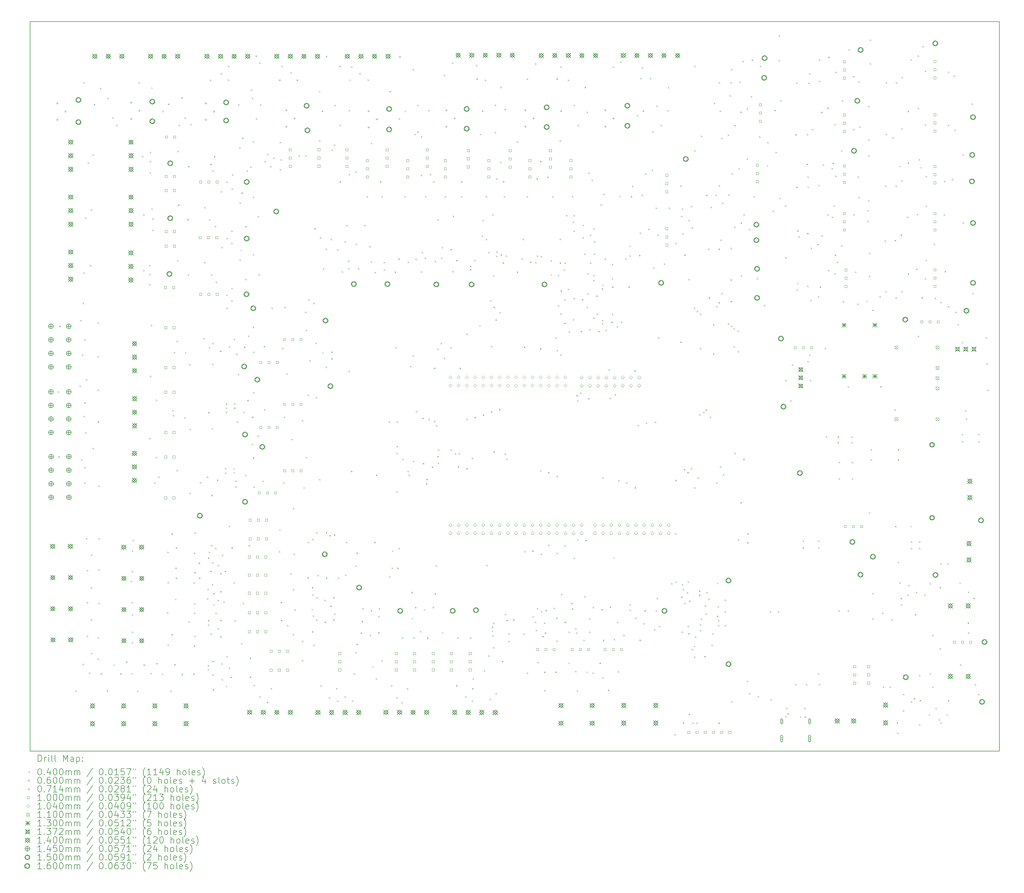
<source format=gbr>
%TF.GenerationSoftware,KiCad,Pcbnew,(6.0.10)*%
%TF.CreationDate,2024-08-19T09:22:01-04:00*%
%TF.ProjectId,ExoFlex_Kicad,45786f46-6c65-4785-9f4b-696361642e6b,rev?*%
%TF.SameCoordinates,Original*%
%TF.FileFunction,Drillmap*%
%TF.FilePolarity,Positive*%
%FSLAX45Y45*%
G04 Gerber Fmt 4.5, Leading zero omitted, Abs format (unit mm)*
G04 Created by KiCad (PCBNEW (6.0.10)) date 2024-08-19 09:22:01*
%MOMM*%
%LPD*%
G01*
G04 APERTURE LIST*
%ADD10C,0.150000*%
%ADD11C,0.200000*%
%ADD12C,0.040000*%
%ADD13C,0.060000*%
%ADD14C,0.071400*%
%ADD15C,0.100000*%
%ADD16C,0.104000*%
%ADD17C,0.110000*%
%ADD18C,0.130000*%
%ADD19C,0.137160*%
%ADD20C,0.140000*%
%ADD21C,0.145000*%
%ADD22C,0.160000*%
G04 APERTURE END LIST*
D10*
X2870200Y-2117200D02*
X32870200Y-2117200D01*
X32870200Y-24717200D02*
X2870200Y-24717200D01*
X32870200Y-2117200D02*
X32870200Y-24717200D01*
X2870200Y-24717200D02*
X2870200Y-2117200D01*
D11*
D12*
X3730000Y-13570000D02*
X3770000Y-13610000D01*
X3770000Y-13570000D02*
X3730000Y-13610000D01*
X3740000Y-15580000D02*
X3780000Y-15620000D01*
X3780000Y-15580000D02*
X3740000Y-15620000D01*
X3770000Y-11540000D02*
X3810000Y-11580000D01*
X3810000Y-11540000D02*
X3770000Y-11580000D01*
X4270000Y-22840000D02*
X4310000Y-22880000D01*
X4310000Y-22840000D02*
X4270000Y-22880000D01*
X4399600Y-13391200D02*
X4439600Y-13431200D01*
X4439600Y-13391200D02*
X4399600Y-13431200D01*
X4425000Y-11359200D02*
X4465000Y-11399200D01*
X4465000Y-11359200D02*
X4425000Y-11399200D01*
X4450400Y-15677200D02*
X4490400Y-15717200D01*
X4490400Y-15677200D02*
X4450400Y-15717200D01*
X4475800Y-12426000D02*
X4515800Y-12466000D01*
X4515800Y-12426000D02*
X4475800Y-12466000D01*
X4490000Y-22010000D02*
X4530000Y-22050000D01*
X4530000Y-22010000D02*
X4490000Y-22050000D01*
X4501200Y-10825800D02*
X4541200Y-10865800D01*
X4541200Y-10825800D02*
X4501200Y-10865800D01*
X4526600Y-3993200D02*
X4566600Y-4033200D01*
X4566600Y-3993200D02*
X4526600Y-4033200D01*
X4526600Y-9886000D02*
X4566600Y-9926000D01*
X4566600Y-9886000D02*
X4526600Y-9926000D01*
X4526600Y-14331000D02*
X4566600Y-14371000D01*
X4566600Y-14331000D02*
X4526600Y-14371000D01*
X4550000Y-11960000D02*
X4590000Y-12000000D01*
X4590000Y-11960000D02*
X4550000Y-12000000D01*
X4550000Y-13910000D02*
X4590000Y-13950000D01*
X4590000Y-13910000D02*
X4550000Y-13950000D01*
X4550000Y-15910000D02*
X4590000Y-15950000D01*
X4590000Y-15910000D02*
X4550000Y-15950000D01*
X4552000Y-16388400D02*
X4592000Y-16428400D01*
X4592000Y-16388400D02*
X4552000Y-16428400D01*
X4577400Y-8184200D02*
X4617400Y-8224200D01*
X4617400Y-8184200D02*
X4577400Y-8224200D01*
X4577400Y-14839000D02*
X4617400Y-14879000D01*
X4617400Y-14839000D02*
X4577400Y-14879000D01*
X4602800Y-13188000D02*
X4642800Y-13228000D01*
X4642800Y-13188000D02*
X4602800Y-13228000D01*
X4602800Y-18115600D02*
X4642800Y-18155600D01*
X4642800Y-18115600D02*
X4602800Y-18155600D01*
X4628200Y-19106200D02*
X4668200Y-19146200D01*
X4668200Y-19106200D02*
X4628200Y-19146200D01*
X4628200Y-20096800D02*
X4668200Y-20136800D01*
X4668200Y-20096800D02*
X4628200Y-20136800D01*
X4628200Y-21138200D02*
X4668200Y-21178200D01*
X4668200Y-21138200D02*
X4628200Y-21178200D01*
X4653600Y-6482400D02*
X4693600Y-6522400D01*
X4693600Y-6482400D02*
X4653600Y-6522400D01*
X4690000Y-22281200D02*
X4730000Y-22321200D01*
X4730000Y-22281200D02*
X4690000Y-22321200D01*
X4729800Y-9657400D02*
X4769800Y-9697400D01*
X4769800Y-9657400D02*
X4729800Y-9697400D01*
X4755200Y-7930200D02*
X4795200Y-7970200D01*
X4795200Y-7930200D02*
X4755200Y-7970200D01*
X4755200Y-18623600D02*
X4795200Y-18663600D01*
X4795200Y-18623600D02*
X4755200Y-18663600D01*
X4755200Y-19639600D02*
X4795200Y-19679600D01*
X4795200Y-19639600D02*
X4755200Y-19679600D01*
X4755200Y-20630200D02*
X4795200Y-20670200D01*
X4795200Y-20630200D02*
X4755200Y-20670200D01*
X4755200Y-21671600D02*
X4795200Y-21711600D01*
X4795200Y-21671600D02*
X4755200Y-21711600D01*
X4806000Y-6228400D02*
X4846000Y-6268400D01*
X4846000Y-6228400D02*
X4806000Y-6268400D01*
X4806000Y-15321600D02*
X4846000Y-15361600D01*
X4846000Y-15321600D02*
X4806000Y-15361600D01*
X4840200Y-4667200D02*
X4880200Y-4707200D01*
X4880200Y-4667200D02*
X4840200Y-4707200D01*
X4958400Y-11435400D02*
X4998400Y-11475400D01*
X4998400Y-11435400D02*
X4958400Y-11475400D01*
X4958400Y-12476800D02*
X4998400Y-12516800D01*
X4998400Y-12476800D02*
X4958400Y-12516800D01*
X4958400Y-13518200D02*
X4998400Y-13558200D01*
X4998400Y-13518200D02*
X4958400Y-13558200D01*
X4958400Y-21189000D02*
X4998400Y-21229000D01*
X4998400Y-21189000D02*
X4958400Y-21229000D01*
X4958400Y-21849400D02*
X4998400Y-21889400D01*
X4998400Y-21849400D02*
X4958400Y-21889400D01*
X4965000Y-14495000D02*
X5005000Y-14535000D01*
X5005000Y-14495000D02*
X4965000Y-14535000D01*
X4983800Y-16490000D02*
X5023800Y-16530000D01*
X5023800Y-16490000D02*
X4983800Y-16530000D01*
X4983800Y-18115600D02*
X5023800Y-18155600D01*
X5023800Y-18115600D02*
X4983800Y-18155600D01*
X4983800Y-19080800D02*
X5023800Y-19120800D01*
X5023800Y-19080800D02*
X4983800Y-19120800D01*
X4983800Y-20122200D02*
X5023800Y-20162200D01*
X5023800Y-20122200D02*
X4983800Y-20162200D01*
X5034600Y-4167200D02*
X5074600Y-4207200D01*
X5074600Y-4167200D02*
X5034600Y-4207200D01*
X5050000Y-22300000D02*
X5090000Y-22340000D01*
X5090000Y-22300000D02*
X5050000Y-22340000D01*
X5240000Y-22830000D02*
X5280000Y-22870000D01*
X5280000Y-22830000D02*
X5240000Y-22870000D01*
X5260200Y-4477200D02*
X5300200Y-4517200D01*
X5300200Y-4477200D02*
X5260200Y-4517200D01*
X5415600Y-5085400D02*
X5455600Y-5125400D01*
X5455600Y-5085400D02*
X5415600Y-5125400D01*
X5450000Y-22030000D02*
X5490000Y-22070000D01*
X5490000Y-22030000D02*
X5450000Y-22070000D01*
X5540095Y-5311495D02*
X5580095Y-5351495D01*
X5580095Y-5311495D02*
X5540095Y-5351495D01*
X5660000Y-22300000D02*
X5700000Y-22340000D01*
X5700000Y-22300000D02*
X5660000Y-22340000D01*
X5833200Y-21936800D02*
X5873200Y-21976800D01*
X5873200Y-21936800D02*
X5833200Y-21976800D01*
X5986800Y-19436400D02*
X6026800Y-19476400D01*
X6026800Y-19436400D02*
X5986800Y-19476400D01*
X6010000Y-22300000D02*
X6050000Y-22340000D01*
X6050000Y-22300000D02*
X6010000Y-22340000D01*
X6012200Y-18496600D02*
X6052200Y-18536600D01*
X6052200Y-18496600D02*
X6012200Y-18536600D01*
X6012200Y-19131600D02*
X6052200Y-19171600D01*
X6052200Y-19131600D02*
X6012200Y-19171600D01*
X6012200Y-20096800D02*
X6052200Y-20136800D01*
X6052200Y-20096800D02*
X6012200Y-20136800D01*
X6012200Y-20477800D02*
X6052200Y-20517800D01*
X6052200Y-20477800D02*
X6012200Y-20517800D01*
X6012200Y-21011200D02*
X6052200Y-21051200D01*
X6052200Y-21011200D02*
X6012200Y-21051200D01*
X6012200Y-21341400D02*
X6052200Y-21381400D01*
X6052200Y-21341400D02*
X6012200Y-21381400D01*
X6037600Y-18166400D02*
X6077600Y-18206400D01*
X6077600Y-18166400D02*
X6037600Y-18206400D01*
X6180000Y-22840000D02*
X6220000Y-22880000D01*
X6220000Y-22840000D02*
X6180000Y-22880000D01*
X6228400Y-3993200D02*
X6268400Y-4033200D01*
X6268400Y-3993200D02*
X6228400Y-4033200D01*
X6330000Y-6279200D02*
X6370000Y-6319200D01*
X6370000Y-6279200D02*
X6330000Y-6319200D01*
X6369800Y-8082600D02*
X6409800Y-8122600D01*
X6409800Y-8082600D02*
X6369800Y-8122600D01*
X6369800Y-9809800D02*
X6409800Y-9849800D01*
X6409800Y-9809800D02*
X6369800Y-9849800D01*
X6380000Y-22030000D02*
X6420000Y-22070000D01*
X6420000Y-22030000D02*
X6380000Y-22070000D01*
X6558600Y-9657400D02*
X6598600Y-9697400D01*
X6598600Y-9657400D02*
X6558600Y-9697400D01*
X6558600Y-9936800D02*
X6598600Y-9976800D01*
X6598600Y-9936800D02*
X6558600Y-9976800D01*
X6558600Y-10241600D02*
X6598600Y-10281600D01*
X6598600Y-10241600D02*
X6558600Y-10281600D01*
X6558600Y-15016800D02*
X6598600Y-15056800D01*
X6598600Y-15016800D02*
X6558600Y-15056800D01*
X6573000Y-6152200D02*
X6613000Y-6192200D01*
X6613000Y-6152200D02*
X6573000Y-6192200D01*
X6573000Y-6431600D02*
X6613000Y-6471600D01*
X6613000Y-6431600D02*
X6573000Y-6471600D01*
X6573000Y-6787200D02*
X6613000Y-6827200D01*
X6613000Y-6787200D02*
X6573000Y-6827200D01*
X6584000Y-13086400D02*
X6624000Y-13126400D01*
X6624000Y-13086400D02*
X6584000Y-13126400D01*
X6590000Y-22290000D02*
X6630000Y-22330000D01*
X6630000Y-22290000D02*
X6590000Y-22330000D01*
X6609400Y-11511600D02*
X6649400Y-11551600D01*
X6649400Y-11511600D02*
X6609400Y-11551600D01*
X6620200Y-4157200D02*
X6660200Y-4197200D01*
X6660200Y-4157200D02*
X6620200Y-4197200D01*
X6623800Y-7904800D02*
X6663800Y-7944800D01*
X6663800Y-7904800D02*
X6623800Y-7944800D01*
X6649200Y-8209600D02*
X6689200Y-8249600D01*
X6689200Y-8209600D02*
X6649200Y-8249600D01*
X6649200Y-8565200D02*
X6689200Y-8605200D01*
X6689200Y-8565200D02*
X6649200Y-8605200D01*
X6711000Y-16388400D02*
X6751000Y-16428400D01*
X6751000Y-16388400D02*
X6711000Y-16428400D01*
X6761800Y-13823000D02*
X6801800Y-13863000D01*
X6801800Y-13823000D02*
X6761800Y-13863000D01*
X6761800Y-15601000D02*
X6801800Y-15641000D01*
X6801800Y-15601000D02*
X6761800Y-15641000D01*
X6773000Y-21987600D02*
X6813000Y-22027600D01*
X6813000Y-21987600D02*
X6773000Y-22027600D01*
X6838000Y-16210600D02*
X6878000Y-16250600D01*
X6878000Y-16210600D02*
X6838000Y-16250600D01*
X6950000Y-22310000D02*
X6990000Y-22350000D01*
X6990000Y-22310000D02*
X6950000Y-22350000D01*
X6965000Y-4882200D02*
X7005000Y-4922200D01*
X7005000Y-4882200D02*
X6965000Y-4922200D01*
X7105200Y-20407600D02*
X7145200Y-20447600D01*
X7145200Y-20407600D02*
X7105200Y-20447600D01*
X7115200Y-18537600D02*
X7155200Y-18577600D01*
X7155200Y-18537600D02*
X7115200Y-18577600D01*
X7125200Y-19477600D02*
X7165200Y-19517600D01*
X7165200Y-19477600D02*
X7125200Y-19517600D01*
X7125200Y-21407600D02*
X7165200Y-21447600D01*
X7165200Y-21407600D02*
X7125200Y-21447600D01*
X7130200Y-4657200D02*
X7170200Y-4697200D01*
X7170200Y-4657200D02*
X7130200Y-4697200D01*
X7210000Y-22840000D02*
X7250000Y-22880000D01*
X7250000Y-22840000D02*
X7210000Y-22880000D01*
X7245200Y-17967600D02*
X7285200Y-18007600D01*
X7285200Y-17967600D02*
X7245200Y-18007600D01*
X7245200Y-21087600D02*
X7285200Y-21127600D01*
X7285200Y-21087600D02*
X7245200Y-21127600D01*
X7269800Y-14153200D02*
X7309800Y-14193200D01*
X7309800Y-14153200D02*
X7269800Y-14193200D01*
X7295200Y-14305600D02*
X7335200Y-14345600D01*
X7335200Y-14305600D02*
X7295200Y-14345600D01*
X7320600Y-12349800D02*
X7360600Y-12389800D01*
X7360600Y-12349800D02*
X7320600Y-12389800D01*
X7330000Y-22020000D02*
X7370000Y-22060000D01*
X7370000Y-22020000D02*
X7330000Y-22060000D01*
X7355200Y-19997600D02*
X7395200Y-20037600D01*
X7395200Y-19997600D02*
X7355200Y-20037600D01*
X7365200Y-19027600D02*
X7405200Y-19067600D01*
X7405200Y-19027600D02*
X7365200Y-19067600D01*
X7375200Y-18397600D02*
X7415200Y-18437600D01*
X7415200Y-18397600D02*
X7375200Y-18437600D01*
X7375200Y-19337600D02*
X7415200Y-19377600D01*
X7415200Y-19337600D02*
X7375200Y-19377600D01*
X7399274Y-16005193D02*
X7439274Y-16045193D01*
X7439274Y-16005193D02*
X7399274Y-16045193D01*
X7400000Y-12000000D02*
X7440000Y-12040000D01*
X7440000Y-12000000D02*
X7400000Y-12040000D01*
X7419600Y-9504600D02*
X7459600Y-9544600D01*
X7459600Y-9504600D02*
X7419600Y-9544600D01*
X7424700Y-6116200D02*
X7464700Y-6156200D01*
X7464700Y-6116200D02*
X7424700Y-6156200D01*
X7449600Y-7784600D02*
X7489600Y-7824600D01*
X7489600Y-7784600D02*
X7449600Y-7824600D01*
X7473000Y-5314000D02*
X7513000Y-5354000D01*
X7513000Y-5314000D02*
X7473000Y-5354000D01*
X7550200Y-4457200D02*
X7590200Y-4497200D01*
X7590200Y-4457200D02*
X7550200Y-4497200D01*
X7560000Y-22320000D02*
X7600000Y-22360000D01*
X7600000Y-22320000D02*
X7560000Y-22360000D01*
X7640000Y-14370000D02*
X7680000Y-14410000D01*
X7680000Y-14370000D02*
X7640000Y-14410000D01*
X7650800Y-5085400D02*
X7690800Y-5125400D01*
X7690800Y-5085400D02*
X7650800Y-5125400D01*
X7660000Y-12360000D02*
X7700000Y-12400000D01*
X7700000Y-12360000D02*
X7660000Y-12400000D01*
X7736950Y-8236150D02*
X7776950Y-8276150D01*
X7776950Y-8236150D02*
X7736950Y-8276150D01*
X7746950Y-9946150D02*
X7786950Y-9986150D01*
X7786950Y-9946150D02*
X7746950Y-9986150D01*
X7756950Y-6586150D02*
X7796950Y-6626150D01*
X7796950Y-6586150D02*
X7756950Y-6626150D01*
X7765200Y-20697600D02*
X7805200Y-20737600D01*
X7805200Y-20697600D02*
X7765200Y-20737600D01*
X7790000Y-12720000D02*
X7830000Y-12760000D01*
X7830000Y-12720000D02*
X7790000Y-12760000D01*
X7800000Y-16710000D02*
X7840000Y-16750000D01*
X7840000Y-16710000D02*
X7800000Y-16750000D01*
X7810000Y-14730000D02*
X7850000Y-14770000D01*
X7850000Y-14730000D02*
X7810000Y-14770000D01*
X7828600Y-5288600D02*
X7868600Y-5328600D01*
X7868600Y-5288600D02*
X7828600Y-5328600D01*
X7920000Y-22310000D02*
X7960000Y-22350000D01*
X7960000Y-22310000D02*
X7920000Y-22350000D01*
X7925200Y-19487600D02*
X7965200Y-19527600D01*
X7965200Y-19487600D02*
X7925200Y-19527600D01*
X7935200Y-18567600D02*
X7975200Y-18607600D01*
X7975200Y-18567600D02*
X7935200Y-18607600D01*
X7935200Y-21437600D02*
X7975200Y-21477600D01*
X7975200Y-21437600D02*
X7935200Y-21477600D01*
X7945200Y-20137600D02*
X7985200Y-20177600D01*
X7985200Y-20137600D02*
X7945200Y-20177600D01*
X7945200Y-20427600D02*
X7985200Y-20467600D01*
X7985200Y-20427600D02*
X7945200Y-20467600D01*
X7955200Y-17937600D02*
X7995200Y-17977600D01*
X7995200Y-17937600D02*
X7955200Y-17977600D01*
X7955200Y-19167600D02*
X7995200Y-19207600D01*
X7995200Y-19167600D02*
X7955200Y-19207600D01*
X7955200Y-21137600D02*
X7995200Y-21177600D01*
X7995200Y-21137600D02*
X7955200Y-21177600D01*
X8090200Y-18872600D02*
X8130200Y-18912600D01*
X8130200Y-18872600D02*
X8090200Y-18912600D01*
X8095000Y-19337600D02*
X8135000Y-19377600D01*
X8135000Y-19337600D02*
X8095000Y-19377600D01*
X8120000Y-16380000D02*
X8160000Y-16420000D01*
X8160000Y-16380000D02*
X8120000Y-16420000D01*
X8235000Y-11918000D02*
X8275000Y-11958000D01*
X8275000Y-11918000D02*
X8235000Y-11958000D01*
X8257550Y-7860150D02*
X8297550Y-7900150D01*
X8297550Y-7860150D02*
X8257550Y-7900150D01*
X8257550Y-9561950D02*
X8297550Y-9601950D01*
X8297550Y-9561950D02*
X8257550Y-9601950D01*
X8340000Y-16210000D02*
X8380000Y-16250000D01*
X8380000Y-16210000D02*
X8340000Y-16250000D01*
X8341800Y-19976000D02*
X8381800Y-20016000D01*
X8381800Y-19976000D02*
X8341800Y-20016000D01*
X8361800Y-19686000D02*
X8401800Y-19726000D01*
X8401800Y-19686000D02*
X8361800Y-19726000D01*
X8370000Y-22052600D02*
X8410000Y-22092600D01*
X8410000Y-22052600D02*
X8370000Y-22092600D01*
X8370000Y-22170000D02*
X8410000Y-22210000D01*
X8410000Y-22170000D02*
X8370000Y-22210000D01*
X8371800Y-18716000D02*
X8411800Y-18756000D01*
X8411800Y-18716000D02*
X8371800Y-18756000D01*
X8371800Y-20656000D02*
X8411800Y-20696000D01*
X8411800Y-20656000D02*
X8371800Y-20696000D01*
X8377200Y-20788600D02*
X8417200Y-20828600D01*
X8417200Y-20788600D02*
X8377200Y-20828600D01*
X8380000Y-14210000D02*
X8420000Y-14250000D01*
X8420000Y-14210000D02*
X8380000Y-14250000D01*
X8400000Y-12197400D02*
X8440000Y-12237400D01*
X8440000Y-12197400D02*
X8400000Y-12237400D01*
X8402600Y-18536000D02*
X8442600Y-18576000D01*
X8442600Y-18536000D02*
X8402600Y-18576000D01*
X8406950Y-8236150D02*
X8446950Y-8276150D01*
X8446950Y-8236150D02*
X8406950Y-8276150D01*
X8438200Y-3917000D02*
X8478200Y-3957000D01*
X8478200Y-3917000D02*
X8438200Y-3957000D01*
X8441800Y-19126000D02*
X8481800Y-19166000D01*
X8481800Y-19126000D02*
X8441800Y-19166000D01*
X8446950Y-6526150D02*
X8486950Y-6566150D01*
X8486950Y-6526150D02*
X8446950Y-6566150D01*
X8453400Y-21068000D02*
X8493400Y-21108000D01*
X8493400Y-21068000D02*
X8453400Y-21108000D01*
X8466950Y-9942950D02*
X8506950Y-9982950D01*
X8506950Y-9942950D02*
X8466950Y-9982950D01*
X8471800Y-18326000D02*
X8511800Y-18366000D01*
X8511800Y-18326000D02*
X8471800Y-18366000D01*
X8473090Y-16776340D02*
X8513090Y-16816340D01*
X8513090Y-16776340D02*
X8473090Y-16816340D01*
X8489000Y-14712000D02*
X8529000Y-14752000D01*
X8529000Y-14712000D02*
X8489000Y-14752000D01*
X8491800Y-19536000D02*
X8531800Y-19576000D01*
X8531800Y-19536000D02*
X8491800Y-19576000D01*
X8500000Y-12710000D02*
X8540000Y-12750000D01*
X8540000Y-12710000D02*
X8500000Y-12750000D01*
X8501800Y-18856000D02*
X8541800Y-18896000D01*
X8541800Y-18856000D02*
X8501800Y-18896000D01*
X8510000Y-21920000D02*
X8550000Y-21960000D01*
X8550000Y-21920000D02*
X8510000Y-21960000D01*
X8510000Y-22332000D02*
X8550000Y-22372000D01*
X8550000Y-22332000D02*
X8510000Y-22372000D01*
X8511550Y-6717150D02*
X8551550Y-6757150D01*
X8551550Y-6717150D02*
X8511550Y-6757150D01*
X8514000Y-12070000D02*
X8554000Y-12110000D01*
X8554000Y-12070000D02*
X8514000Y-12110000D01*
X8520000Y-22800000D02*
X8560000Y-22840000D01*
X8560000Y-22800000D02*
X8520000Y-22840000D01*
X8541800Y-19816000D02*
X8581800Y-19856000D01*
X8581800Y-19816000D02*
X8541800Y-19856000D01*
X8541800Y-20166000D02*
X8581800Y-20206000D01*
X8581800Y-20166000D02*
X8541800Y-20206000D01*
X8556950Y-6286150D02*
X8596950Y-6326150D01*
X8596950Y-6286150D02*
X8556950Y-6326150D01*
X8587750Y-8444350D02*
X8627750Y-8484350D01*
X8627750Y-8444350D02*
X8587750Y-8484350D01*
X8597400Y-18420400D02*
X8637400Y-18460400D01*
X8637400Y-18420400D02*
X8597400Y-18460400D01*
X8601800Y-20426000D02*
X8641800Y-20466000D01*
X8641800Y-20426000D02*
X8601800Y-20466000D01*
X8613150Y-10171550D02*
X8653150Y-10211550D01*
X8653150Y-10171550D02*
X8613150Y-10211550D01*
X8650000Y-16300000D02*
X8690000Y-16340000D01*
X8690000Y-16300000D02*
X8650000Y-16340000D01*
X8671800Y-18946000D02*
X8711800Y-18986000D01*
X8711800Y-18946000D02*
X8671800Y-18986000D01*
X8671800Y-20026000D02*
X8711800Y-20066000D01*
X8711800Y-20026000D02*
X8671800Y-20066000D01*
X8671800Y-20906000D02*
X8711800Y-20946000D01*
X8711800Y-20906000D02*
X8671800Y-20946000D01*
X8750000Y-12310000D02*
X8790000Y-12350000D01*
X8790000Y-12310000D02*
X8750000Y-12350000D01*
X8751800Y-19196000D02*
X8791800Y-19236000D01*
X8791800Y-19196000D02*
X8751800Y-19236000D01*
X8751800Y-19756000D02*
X8791800Y-19796000D01*
X8791800Y-19756000D02*
X8751800Y-19796000D01*
X8751800Y-20646000D02*
X8791800Y-20686000D01*
X8791800Y-20646000D02*
X8751800Y-20686000D01*
X8751800Y-21156000D02*
X8791800Y-21196000D01*
X8791800Y-21156000D02*
X8751800Y-21196000D01*
X8768400Y-3713800D02*
X8808400Y-3753800D01*
X8808400Y-3713800D02*
X8768400Y-3753800D01*
X8768400Y-7371400D02*
X8808400Y-7411400D01*
X8808400Y-7371400D02*
X8768400Y-7411400D01*
X8790000Y-21990000D02*
X8830000Y-22030000D01*
X8830000Y-21990000D02*
X8790000Y-22030000D01*
X8793800Y-9098600D02*
X8833800Y-9138600D01*
X8833800Y-9098600D02*
X8793800Y-9138600D01*
X8800000Y-22480000D02*
X8840000Y-22520000D01*
X8840000Y-22480000D02*
X8800000Y-22520000D01*
X8809000Y-18629600D02*
X8849000Y-18669600D01*
X8849000Y-18629600D02*
X8809000Y-18669600D01*
X8851800Y-20076000D02*
X8891800Y-20116000D01*
X8891800Y-20076000D02*
X8851800Y-20116000D01*
X8891800Y-19126000D02*
X8931800Y-19166000D01*
X8931800Y-19126000D02*
X8891800Y-19166000D01*
X8900000Y-15940000D02*
X8940000Y-15980000D01*
X8940000Y-15940000D02*
X8900000Y-15980000D01*
X8900000Y-16080000D02*
X8940000Y-16120000D01*
X8940000Y-16080000D02*
X8900000Y-16120000D01*
X8920800Y-14204000D02*
X8960800Y-14244000D01*
X8960800Y-14204000D02*
X8920800Y-14244000D01*
X8930000Y-13950000D02*
X8970000Y-13990000D01*
X8970000Y-13950000D02*
X8930000Y-13990000D01*
X8930000Y-14070000D02*
X8970000Y-14110000D01*
X8970000Y-14070000D02*
X8930000Y-14110000D01*
X8930000Y-22690000D02*
X8970000Y-22730000D01*
X8970000Y-22690000D02*
X8930000Y-22730000D01*
X8946200Y-7076200D02*
X8986200Y-7116200D01*
X8986200Y-7076200D02*
X8946200Y-7116200D01*
X8946200Y-8819200D02*
X8986200Y-8859200D01*
X8986200Y-8819200D02*
X8946200Y-8859200D01*
X8946200Y-10571800D02*
X8986200Y-10611800D01*
X8986200Y-10571800D02*
X8946200Y-10611800D01*
X8946200Y-10978200D02*
X8986200Y-11018200D01*
X8986200Y-10978200D02*
X8946200Y-11018200D01*
X8946200Y-21773200D02*
X8986200Y-21813200D01*
X8986200Y-21773200D02*
X8946200Y-21813200D01*
X8988000Y-3907200D02*
X9028000Y-3947200D01*
X9028000Y-3907200D02*
X8988000Y-3947200D01*
X8997000Y-3485200D02*
X9037000Y-3525200D01*
X9037000Y-3485200D02*
X8997000Y-3525200D01*
X9022400Y-12172000D02*
X9062400Y-12212000D01*
X9062400Y-12172000D02*
X9022400Y-12212000D01*
X9022400Y-17734600D02*
X9062400Y-17774600D01*
X9062400Y-17734600D02*
X9022400Y-17774600D01*
X9022400Y-22128800D02*
X9062400Y-22168800D01*
X9062400Y-22128800D02*
X9022400Y-22168800D01*
X9070000Y-22410000D02*
X9110000Y-22450000D01*
X9110000Y-22410000D02*
X9070000Y-22450000D01*
X9098600Y-8590600D02*
X9138600Y-8630600D01*
X9138600Y-8590600D02*
X9098600Y-8630600D01*
X9098600Y-8971600D02*
X9138600Y-9011600D01*
X9138600Y-8971600D02*
X9098600Y-9011600D01*
X9098600Y-10368600D02*
X9138600Y-10408600D01*
X9138600Y-10368600D02*
X9098600Y-10408600D01*
X9098600Y-10749600D02*
X9138600Y-10789600D01*
X9138600Y-10749600D02*
X9098600Y-10789600D01*
X9099546Y-18395946D02*
X9139546Y-18435946D01*
X9139546Y-18395946D02*
X9099546Y-18435946D01*
X9104400Y-7285600D02*
X9144400Y-7325600D01*
X9144400Y-7285600D02*
X9104400Y-7325600D01*
X9124000Y-6847600D02*
X9164000Y-6887600D01*
X9164000Y-6847600D02*
X9124000Y-6887600D01*
X9160000Y-15950000D02*
X9200000Y-15990000D01*
X9200000Y-15950000D02*
X9160000Y-15990000D01*
X9160000Y-16070000D02*
X9200000Y-16110000D01*
X9200000Y-16070000D02*
X9160000Y-16110000D01*
X9161804Y-19474906D02*
X9201804Y-19514906D01*
X9201804Y-19474906D02*
X9161804Y-19514906D01*
X9170000Y-11940000D02*
X9210000Y-11980000D01*
X9210000Y-11940000D02*
X9170000Y-11980000D01*
X9180000Y-13940000D02*
X9220000Y-13980000D01*
X9220000Y-13940000D02*
X9180000Y-13980000D01*
X9180000Y-14070000D02*
X9220000Y-14110000D01*
X9220000Y-14070000D02*
X9180000Y-14110000D01*
X9200200Y-20655600D02*
X9240200Y-20695600D01*
X9240200Y-20655600D02*
X9200200Y-20695600D01*
X9225600Y-16337600D02*
X9265600Y-16377600D01*
X9265600Y-16337600D02*
X9225600Y-16377600D01*
X9225600Y-16515400D02*
X9265600Y-16555400D01*
X9265600Y-16515400D02*
X9225600Y-16555400D01*
X9251000Y-12400600D02*
X9291000Y-12440600D01*
X9291000Y-12400600D02*
X9251000Y-12440600D01*
X9263700Y-14496100D02*
X9303700Y-14536100D01*
X9303700Y-14496100D02*
X9263700Y-14536100D01*
X9301800Y-13035600D02*
X9341800Y-13075600D01*
X9341800Y-13035600D02*
X9301800Y-13075600D01*
X9310200Y-4677200D02*
X9350200Y-4717200D01*
X9350200Y-4677200D02*
X9310200Y-4717200D01*
X9342400Y-6007200D02*
X9382400Y-6047200D01*
X9382400Y-6007200D02*
X9342400Y-6047200D01*
X9352200Y-7718100D02*
X9392200Y-7758100D01*
X9392200Y-7718100D02*
X9352200Y-7758100D01*
X9352200Y-9485400D02*
X9392200Y-9525400D01*
X9392200Y-9485400D02*
X9352200Y-9525400D01*
X9388600Y-9185400D02*
X9428600Y-9225400D01*
X9428600Y-9185400D02*
X9388600Y-9225400D01*
X9403400Y-21366800D02*
X9443400Y-21406800D01*
X9443400Y-21366800D02*
X9403400Y-21406800D01*
X9406600Y-7408100D02*
X9446600Y-7448100D01*
X9446600Y-7408100D02*
X9406600Y-7448100D01*
X9430000Y-5710000D02*
X9470000Y-5750000D01*
X9470000Y-5710000D02*
X9430000Y-5750000D01*
X9454200Y-20122200D02*
X9494200Y-20162200D01*
X9494200Y-20122200D02*
X9454200Y-20162200D01*
X9470000Y-14200000D02*
X9510000Y-14240000D01*
X9510000Y-14200000D02*
X9470000Y-14240000D01*
X9490000Y-12190000D02*
X9530000Y-12230000D01*
X9530000Y-12190000D02*
X9490000Y-12230000D01*
X9530400Y-8448745D02*
X9570400Y-8488745D01*
X9570400Y-8448745D02*
X9530400Y-8488745D01*
X9530400Y-10089200D02*
X9570400Y-10129200D01*
X9570400Y-10089200D02*
X9530400Y-10129200D01*
X9530400Y-16159800D02*
X9570400Y-16199800D01*
X9570400Y-16159800D02*
X9530400Y-16199800D01*
X9568500Y-6723700D02*
X9608500Y-6763700D01*
X9608500Y-6723700D02*
X9568500Y-6763700D01*
X9590000Y-13840000D02*
X9630000Y-13880000D01*
X9630000Y-13840000D02*
X9590000Y-13880000D01*
X9610000Y-11840000D02*
X9650000Y-11880000D01*
X9650000Y-11840000D02*
X9610000Y-11880000D01*
X9626200Y-18330000D02*
X9666200Y-18370000D01*
X9666200Y-18330000D02*
X9626200Y-18370000D01*
X9666497Y-21823289D02*
X9706497Y-21863289D01*
X9706497Y-21823289D02*
X9666497Y-21863289D01*
X9672641Y-22401342D02*
X9712641Y-22441342D01*
X9712641Y-22401342D02*
X9672641Y-22441342D01*
X9682800Y-6610000D02*
X9722800Y-6650000D01*
X9722800Y-6610000D02*
X9682800Y-6650000D01*
X9708200Y-4221800D02*
X9748200Y-4261800D01*
X9748200Y-4221800D02*
X9708200Y-4261800D01*
X9730200Y-4477200D02*
X9770200Y-4517200D01*
X9770200Y-4477200D02*
X9730200Y-4517200D01*
X9733600Y-15194600D02*
X9773600Y-15234600D01*
X9773600Y-15194600D02*
X9733600Y-15234600D01*
X9740000Y-14350000D02*
X9780000Y-14390000D01*
X9780000Y-14350000D02*
X9740000Y-14390000D01*
X9759000Y-5822000D02*
X9799000Y-5862000D01*
X9799000Y-5822000D02*
X9759000Y-5862000D01*
X9760000Y-11570000D02*
X9800000Y-11610000D01*
X9800000Y-11570000D02*
X9760000Y-11610000D01*
X9760000Y-15616540D02*
X9800000Y-15656540D01*
X9800000Y-15616540D02*
X9760000Y-15656540D01*
X9762200Y-7538100D02*
X9802200Y-7578100D01*
X9802200Y-7538100D02*
X9762200Y-7578100D01*
X9762200Y-9315400D02*
X9802200Y-9355400D01*
X9802200Y-9315400D02*
X9762200Y-9355400D01*
X9770000Y-12340000D02*
X9810000Y-12380000D01*
X9810000Y-12340000D02*
X9770000Y-12380000D01*
X9770000Y-13590000D02*
X9810000Y-13630000D01*
X9810000Y-13590000D02*
X9770000Y-13630000D01*
X9784400Y-16515400D02*
X9824400Y-16555400D01*
X9824400Y-16515400D02*
X9784400Y-16555400D01*
X9790000Y-22660000D02*
X9830000Y-22700000D01*
X9830000Y-22660000D02*
X9790000Y-22700000D01*
X9850200Y-3167200D02*
X9890200Y-3207200D01*
X9890200Y-3167200D02*
X9850200Y-3207200D01*
X9860600Y-5110800D02*
X9900600Y-5150800D01*
X9900600Y-5110800D02*
X9860600Y-5150800D01*
X9911400Y-8141500D02*
X9951400Y-8181500D01*
X9951400Y-8141500D02*
X9911400Y-8181500D01*
X9911400Y-14940600D02*
X9951400Y-14980600D01*
X9951400Y-14940600D02*
X9911400Y-14980600D01*
X9936800Y-9936800D02*
X9976800Y-9976800D01*
X9976800Y-9936800D02*
X9936800Y-9976800D01*
X9962200Y-3383600D02*
X10002200Y-3423600D01*
X10002200Y-3383600D02*
X9962200Y-3423600D01*
X9962200Y-23017800D02*
X10002200Y-23057800D01*
X10002200Y-23017800D02*
X9962200Y-23057800D01*
X9987600Y-4679000D02*
X10027600Y-4719000D01*
X10027600Y-4679000D02*
X9987600Y-4719000D01*
X10063800Y-16337600D02*
X10103800Y-16377600D01*
X10103800Y-16337600D02*
X10063800Y-16377600D01*
X10100000Y-12160000D02*
X10140000Y-12200000D01*
X10140000Y-12160000D02*
X10100000Y-12200000D01*
X10110000Y-14127800D02*
X10150000Y-14167800D01*
X10150000Y-14127800D02*
X10110000Y-14167800D01*
X10121159Y-6438159D02*
X10161159Y-6478159D01*
X10161159Y-6438159D02*
X10121159Y-6478159D01*
X10191449Y-23183244D02*
X10231449Y-23223244D01*
X10231449Y-23183244D02*
X10191449Y-23223244D01*
X10207317Y-6211883D02*
X10247317Y-6251883D01*
X10247317Y-6211883D02*
X10207317Y-6251883D01*
X10300000Y-6591600D02*
X10340000Y-6631600D01*
X10340000Y-6591600D02*
X10300000Y-6631600D01*
X10317800Y-22763800D02*
X10357800Y-22803800D01*
X10357800Y-22763800D02*
X10317800Y-22803800D01*
X10343200Y-10978200D02*
X10383200Y-11018200D01*
X10383200Y-10978200D02*
X10343200Y-11018200D01*
X10393026Y-6329026D02*
X10433026Y-6369026D01*
X10433026Y-6329026D02*
X10393026Y-6369026D01*
X10571800Y-18522000D02*
X10611800Y-18562000D01*
X10611800Y-18522000D02*
X10571800Y-18562000D01*
X10578000Y-3910000D02*
X10618000Y-3950000D01*
X10618000Y-3910000D02*
X10578000Y-3950000D01*
X10582373Y-17847839D02*
X10622373Y-17887839D01*
X10622373Y-17847839D02*
X10582373Y-17887839D01*
X10597200Y-5847400D02*
X10637200Y-5887400D01*
X10637200Y-5847400D02*
X10597200Y-5887400D01*
X10597200Y-6685600D02*
X10637200Y-6725600D01*
X10637200Y-6685600D02*
X10597200Y-6725600D01*
X10622600Y-6380800D02*
X10662600Y-6420800D01*
X10662600Y-6380800D02*
X10622600Y-6420800D01*
X10626200Y-20090000D02*
X10666200Y-20130000D01*
X10666200Y-20090000D02*
X10626200Y-20130000D01*
X10626200Y-20650000D02*
X10666200Y-20690000D01*
X10666200Y-20650000D02*
X10626200Y-20690000D01*
X10648000Y-3485200D02*
X10688000Y-3525200D01*
X10688000Y-3485200D02*
X10648000Y-3525200D01*
X10673400Y-12222800D02*
X10713400Y-12262800D01*
X10713400Y-12222800D02*
X10673400Y-12262800D01*
X10698800Y-16388400D02*
X10738800Y-16428400D01*
X10738800Y-16388400D02*
X10698800Y-16428400D01*
X10724200Y-14356400D02*
X10764200Y-14396400D01*
X10764200Y-14356400D02*
X10724200Y-14396400D01*
X10737100Y-10951800D02*
X10777100Y-10991800D01*
X10777100Y-10951800D02*
X10737100Y-10991800D01*
X10800400Y-13010200D02*
X10840400Y-13050200D01*
X10840400Y-13010200D02*
X10800400Y-13050200D01*
X10825800Y-20808000D02*
X10865800Y-20848000D01*
X10865800Y-20808000D02*
X10825800Y-20848000D01*
X10927400Y-3688400D02*
X10967400Y-3728400D01*
X10967400Y-3688400D02*
X10927400Y-3728400D01*
X10927400Y-19207800D02*
X10967400Y-19247800D01*
X10967400Y-19207800D02*
X10927400Y-19247800D01*
X10952800Y-15042200D02*
X10992800Y-15082200D01*
X10992800Y-15042200D02*
X10952800Y-15082200D01*
X11003600Y-17175800D02*
X11043600Y-17215800D01*
X11043600Y-17175800D02*
X11003600Y-17215800D01*
X11003600Y-19690400D02*
X11043600Y-19730400D01*
X11043600Y-19690400D02*
X11003600Y-19730400D01*
X11003600Y-21087400D02*
X11043600Y-21127400D01*
X11043600Y-21087400D02*
X11003600Y-21127400D01*
X11029000Y-18598200D02*
X11069000Y-18638200D01*
X11069000Y-18598200D02*
X11029000Y-18638200D01*
X11050501Y-20326503D02*
X11090501Y-20366503D01*
X11090501Y-20326503D02*
X11050501Y-20366503D01*
X11121500Y-3910000D02*
X11161500Y-3950000D01*
X11161500Y-3910000D02*
X11121500Y-3950000D01*
X11181400Y-6253800D02*
X11221400Y-6293800D01*
X11221400Y-6253800D02*
X11181400Y-6293800D01*
X11280000Y-21300000D02*
X11320000Y-21340000D01*
X11320000Y-21300000D02*
X11280000Y-21340000D01*
X11280000Y-21890000D02*
X11320000Y-21930000D01*
X11320000Y-21890000D02*
X11280000Y-21930000D01*
X11283000Y-14458000D02*
X11323000Y-14498000D01*
X11323000Y-14458000D02*
X11283000Y-14498000D01*
X11333800Y-16540800D02*
X11373800Y-16580800D01*
X11373800Y-16540800D02*
X11333800Y-16580800D01*
X11384600Y-6253800D02*
X11424600Y-6293800D01*
X11424600Y-6253800D02*
X11384600Y-6293800D01*
X11384600Y-11105200D02*
X11424600Y-11145200D01*
X11424600Y-11105200D02*
X11384600Y-11145200D01*
X11410000Y-11660000D02*
X11450000Y-11700000D01*
X11450000Y-11660000D02*
X11410000Y-11700000D01*
X11410000Y-15601000D02*
X11450000Y-15641000D01*
X11450000Y-15601000D02*
X11410000Y-15641000D01*
X11460800Y-13670600D02*
X11500800Y-13710600D01*
X11500800Y-13670600D02*
X11460800Y-13710600D01*
X11460800Y-19330000D02*
X11500800Y-19370000D01*
X11500800Y-19330000D02*
X11460800Y-19370000D01*
X11468310Y-18235090D02*
X11508310Y-18275090D01*
X11508310Y-18235090D02*
X11468310Y-18275090D01*
X11477100Y-10711800D02*
X11517100Y-10751800D01*
X11517100Y-10711800D02*
X11477100Y-10751800D01*
X11510000Y-12600000D02*
X11550000Y-12640000D01*
X11550000Y-12600000D02*
X11510000Y-12640000D01*
X11580000Y-20310000D02*
X11620000Y-20350000D01*
X11620000Y-20310000D02*
X11580000Y-20350000D01*
X11590000Y-19630000D02*
X11630000Y-19670000D01*
X11630000Y-19630000D02*
X11590000Y-19670000D01*
X11590000Y-21000000D02*
X11630000Y-21040000D01*
X11630000Y-21000000D02*
X11590000Y-21040000D01*
X11600000Y-18140000D02*
X11640000Y-18180000D01*
X11640000Y-18140000D02*
X11600000Y-18180000D01*
X11600000Y-19860000D02*
X11640000Y-19900000D01*
X11640000Y-19860000D02*
X11600000Y-19900000D01*
X11620000Y-20510000D02*
X11660000Y-20550000D01*
X11660000Y-20510000D02*
X11620000Y-20550000D01*
X11638600Y-10825800D02*
X11678600Y-10865800D01*
X11678600Y-10825800D02*
X11638600Y-10865800D01*
X11638600Y-21417600D02*
X11678600Y-21457600D01*
X11678600Y-21417600D02*
X11638600Y-21457600D01*
X11664155Y-8514245D02*
X11704155Y-8554245D01*
X11704155Y-8514245D02*
X11664155Y-8554245D01*
X11702200Y-12057800D02*
X11742200Y-12097800D01*
X11742200Y-12057800D02*
X11702200Y-12097800D01*
X11714800Y-13746800D02*
X11754800Y-13786800D01*
X11754800Y-13746800D02*
X11714800Y-13786800D01*
X11720000Y-17930000D02*
X11760000Y-17970000D01*
X11760000Y-17930000D02*
X11720000Y-17970000D01*
X11720000Y-20640000D02*
X11760000Y-20680000D01*
X11760000Y-20640000D02*
X11720000Y-20680000D01*
X11730000Y-19940000D02*
X11770000Y-19980000D01*
X11770000Y-19940000D02*
X11730000Y-19980000D01*
X11765600Y-19258600D02*
X11805600Y-19298600D01*
X11805600Y-19258600D02*
X11765600Y-19298600D01*
X11810200Y-4267200D02*
X11850200Y-4307200D01*
X11850200Y-4267200D02*
X11810200Y-4307200D01*
X11816400Y-5796600D02*
X11856400Y-5836600D01*
X11856400Y-5796600D02*
X11816400Y-5836600D01*
X11816400Y-16286800D02*
X11856400Y-16326800D01*
X11856400Y-16286800D02*
X11816400Y-16326800D01*
X11841800Y-8793800D02*
X11881800Y-8833800D01*
X11881800Y-8793800D02*
X11841800Y-8833800D01*
X11855700Y-22670300D02*
X11895700Y-22710300D01*
X11895700Y-22670300D02*
X11855700Y-22710300D01*
X11900200Y-4877200D02*
X11940200Y-4917200D01*
X11940200Y-4877200D02*
X11900200Y-4917200D01*
X11910000Y-12360000D02*
X11950000Y-12400000D01*
X11950000Y-12360000D02*
X11910000Y-12400000D01*
X11933750Y-9760000D02*
X11973750Y-9800000D01*
X11973750Y-9760000D02*
X11933750Y-9800000D01*
X11980000Y-20030000D02*
X12020000Y-20070000D01*
X12020000Y-20030000D02*
X11980000Y-20070000D01*
X11980000Y-20700000D02*
X12020000Y-20740000D01*
X12020000Y-20700000D02*
X11980000Y-20740000D01*
X12019600Y-9149400D02*
X12059600Y-9189400D01*
X12059600Y-9149400D02*
X12019600Y-9189400D01*
X12019600Y-12807000D02*
X12059600Y-12847000D01*
X12059600Y-12807000D02*
X12019600Y-12847000D01*
X12020000Y-17930000D02*
X12060000Y-17970000D01*
X12060000Y-17930000D02*
X12020000Y-17970000D01*
X12020000Y-19340000D02*
X12060000Y-19380000D01*
X12060000Y-19340000D02*
X12020000Y-19380000D01*
X12020200Y-3177200D02*
X12060200Y-3217200D01*
X12060200Y-3177200D02*
X12020200Y-3217200D01*
X12121200Y-23043200D02*
X12161200Y-23083200D01*
X12161200Y-23043200D02*
X12121200Y-23083200D01*
X12130000Y-18020000D02*
X12170000Y-18060000D01*
X12170000Y-18020000D02*
X12130000Y-18060000D01*
X12160000Y-20210000D02*
X12200000Y-20250000D01*
X12200000Y-20210000D02*
X12160000Y-20250000D01*
X12172000Y-8844600D02*
X12212000Y-8884600D01*
X12212000Y-8844600D02*
X12172000Y-8884600D01*
X12190000Y-12340000D02*
X12230000Y-12380000D01*
X12230000Y-12340000D02*
X12190000Y-12380000D01*
X12190000Y-12540000D02*
X12230000Y-12580000D01*
X12230000Y-12540000D02*
X12190000Y-12580000D01*
X12197400Y-6076000D02*
X12237400Y-6116000D01*
X12237400Y-6076000D02*
X12197400Y-6116000D01*
X12250000Y-19940000D02*
X12290000Y-19980000D01*
X12290000Y-19940000D02*
X12250000Y-19980000D01*
X12250000Y-20630000D02*
X12290000Y-20670000D01*
X12290000Y-20630000D02*
X12250000Y-20670000D01*
X12270000Y-18000000D02*
X12310000Y-18040000D01*
X12310000Y-18000000D02*
X12270000Y-18040000D01*
X12273600Y-5923600D02*
X12313600Y-5963600D01*
X12313600Y-5923600D02*
X12273600Y-5963600D01*
X12280000Y-20450000D02*
X12320000Y-20490000D01*
X12320000Y-20450000D02*
X12280000Y-20490000D01*
X12290200Y-4697200D02*
X12330200Y-4737200D01*
X12330200Y-4697200D02*
X12290200Y-4737200D01*
X12339600Y-22764100D02*
X12379600Y-22804100D01*
X12379600Y-22764100D02*
X12339600Y-22804100D01*
X12375200Y-9174800D02*
X12415200Y-9214800D01*
X12415200Y-9174800D02*
X12375200Y-9214800D01*
X12375200Y-23144800D02*
X12415200Y-23184800D01*
X12415200Y-23144800D02*
X12375200Y-23184800D01*
X12400600Y-19334800D02*
X12440600Y-19374800D01*
X12440600Y-19334800D02*
X12400600Y-19374800D01*
X12435600Y-3485200D02*
X12475600Y-3525200D01*
X12475600Y-3485200D02*
X12435600Y-3525200D01*
X12450000Y-7060000D02*
X12490000Y-7100000D01*
X12490000Y-7060000D02*
X12450000Y-7100000D01*
X12451400Y-5314000D02*
X12491400Y-5354000D01*
X12491400Y-5314000D02*
X12451400Y-5354000D01*
X12513750Y-9850000D02*
X12553750Y-9890000D01*
X12553750Y-9850000D02*
X12513750Y-9890000D01*
X12603800Y-8920800D02*
X12643800Y-8960800D01*
X12643800Y-8920800D02*
X12603800Y-8960800D01*
X12603800Y-23017800D02*
X12643800Y-23057800D01*
X12643800Y-23017800D02*
X12603800Y-23057800D01*
X12620000Y-19240000D02*
X12660000Y-19280000D01*
X12660000Y-19240000D02*
X12620000Y-19280000D01*
X12642000Y-18230000D02*
X12682000Y-18270000D01*
X12682000Y-18230000D02*
X12642000Y-18270000D01*
X12654600Y-8412800D02*
X12694600Y-8452800D01*
X12694600Y-8412800D02*
X12654600Y-8452800D01*
X12713750Y-9520000D02*
X12753750Y-9560000D01*
X12753750Y-9520000D02*
X12713750Y-9560000D01*
X12713750Y-9750000D02*
X12753750Y-9790000D01*
X12753750Y-9750000D02*
X12713750Y-9790000D01*
X12730800Y-4856800D02*
X12770800Y-4896800D01*
X12770800Y-4856800D02*
X12730800Y-4896800D01*
X12730800Y-6838000D02*
X12770800Y-6878000D01*
X12770800Y-6838000D02*
X12730800Y-6878000D01*
X12730800Y-12930050D02*
X12770800Y-12970050D01*
X12770800Y-12930050D02*
X12730800Y-12970050D01*
X12749200Y-3910000D02*
X12789200Y-3950000D01*
X12789200Y-3910000D02*
X12749200Y-3950000D01*
X12800000Y-16030000D02*
X12840000Y-16070000D01*
X12840000Y-16030000D02*
X12800000Y-16070000D01*
X12807000Y-3510600D02*
X12847000Y-3550600D01*
X12847000Y-3510600D02*
X12807000Y-3550600D01*
X12832400Y-23144800D02*
X12872400Y-23184800D01*
X12872400Y-23144800D02*
X12832400Y-23184800D01*
X12883200Y-22306600D02*
X12923200Y-22346600D01*
X12923200Y-22306600D02*
X12883200Y-22346600D01*
X12934000Y-6761800D02*
X12974000Y-6801800D01*
X12974000Y-6761800D02*
X12934000Y-6801800D01*
X12934000Y-21646200D02*
X12974000Y-21686200D01*
X12974000Y-21646200D02*
X12934000Y-21686200D01*
X12940000Y-18960000D02*
X12980000Y-19000000D01*
X12980000Y-18960000D02*
X12940000Y-19000000D01*
X12950000Y-8997000D02*
X12990000Y-9037000D01*
X12990000Y-8997000D02*
X12950000Y-9037000D01*
X12970000Y-18560000D02*
X13010000Y-18600000D01*
X13010000Y-18560000D02*
X12970000Y-18600000D01*
X12970000Y-21390000D02*
X13010000Y-21430000D01*
X13010000Y-21390000D02*
X12970000Y-21430000D01*
X13013750Y-9760000D02*
X13053750Y-9800000D01*
X13053750Y-9760000D02*
X13013750Y-9800000D01*
X13061000Y-3713800D02*
X13101000Y-3753800D01*
X13101000Y-3713800D02*
X13061000Y-3753800D01*
X13100000Y-21040000D02*
X13140000Y-21080000D01*
X13140000Y-21040000D02*
X13100000Y-21080000D01*
X13130000Y-20680000D02*
X13170000Y-20720000D01*
X13170000Y-20680000D02*
X13130000Y-20720000D01*
X13150000Y-20280000D02*
X13190000Y-20320000D01*
X13190000Y-20280000D02*
X13150000Y-20320000D01*
X13213400Y-8412800D02*
X13253400Y-8452800D01*
X13253400Y-8412800D02*
X13213400Y-8452800D01*
X13289600Y-7523800D02*
X13329600Y-7563800D01*
X13329600Y-7523800D02*
X13289600Y-7563800D01*
X13310200Y-3907200D02*
X13350200Y-3947200D01*
X13350200Y-3907200D02*
X13310200Y-3947200D01*
X13365800Y-9073200D02*
X13405800Y-9113200D01*
X13405800Y-9073200D02*
X13365800Y-9113200D01*
X13380000Y-21110000D02*
X13420000Y-21150000D01*
X13420000Y-21110000D02*
X13380000Y-21150000D01*
X13410000Y-20340000D02*
X13450000Y-20380000D01*
X13450000Y-20340000D02*
X13410000Y-20380000D01*
X13413750Y-9540000D02*
X13453750Y-9580000D01*
X13453750Y-9540000D02*
X13413750Y-9580000D01*
X13416600Y-5872800D02*
X13456600Y-5912800D01*
X13456600Y-5872800D02*
X13416600Y-5912800D01*
X13460000Y-22080000D02*
X13500000Y-22120000D01*
X13500000Y-22080000D02*
X13460000Y-22120000D01*
X13520000Y-18230000D02*
X13560000Y-18270000D01*
X13560000Y-18230000D02*
X13520000Y-18270000D01*
X13533750Y-9870000D02*
X13573750Y-9910000D01*
X13573750Y-9870000D02*
X13533750Y-9910000D01*
X13569000Y-22459000D02*
X13609000Y-22499000D01*
X13609000Y-22459000D02*
X13569000Y-22499000D01*
X13570000Y-16150000D02*
X13610000Y-16190000D01*
X13610000Y-16150000D02*
X13570000Y-16190000D01*
X13640000Y-21030000D02*
X13680000Y-21070000D01*
X13680000Y-21030000D02*
X13640000Y-21070000D01*
X13645200Y-20530000D02*
X13685200Y-20570000D01*
X13685200Y-20530000D02*
X13645200Y-20570000D01*
X13660000Y-20280000D02*
X13700000Y-20320000D01*
X13700000Y-20280000D02*
X13660000Y-20320000D01*
X13690000Y-7060000D02*
X13730000Y-7100000D01*
X13730000Y-7060000D02*
X13690000Y-7100000D01*
X13746800Y-7523800D02*
X13786800Y-7563800D01*
X13786800Y-7523800D02*
X13746800Y-7563800D01*
X13746800Y-21900200D02*
X13786800Y-21940200D01*
X13786800Y-21900200D02*
X13746800Y-21940200D01*
X13813750Y-9560000D02*
X13853750Y-9600000D01*
X13853750Y-9560000D02*
X13813750Y-9600000D01*
X13813750Y-9790000D02*
X13853750Y-9830000D01*
X13853750Y-9790000D02*
X13813750Y-9830000D01*
X13970000Y-14500000D02*
X14010000Y-14540000D01*
X14010000Y-14500000D02*
X13970000Y-14540000D01*
X13980000Y-19300000D02*
X14020000Y-19340000D01*
X14020000Y-19300000D02*
X13980000Y-19340000D01*
X13990200Y-4267200D02*
X14030200Y-4307200D01*
X14030200Y-4267200D02*
X13990200Y-4307200D01*
X14040000Y-22670000D02*
X14080000Y-22710000D01*
X14080000Y-22670000D02*
X14040000Y-22710000D01*
X14060000Y-19030000D02*
X14100000Y-19070000D01*
X14100000Y-19030000D02*
X14060000Y-19070000D01*
X14070000Y-18500000D02*
X14110000Y-18540000D01*
X14110000Y-18500000D02*
X14070000Y-18540000D01*
X14153750Y-9860000D02*
X14193750Y-9900000D01*
X14193750Y-9860000D02*
X14153750Y-9900000D01*
X14178600Y-12197400D02*
X14218600Y-12237400D01*
X14218600Y-12197400D02*
X14178600Y-12237400D01*
X14200000Y-16660000D02*
X14240000Y-16700000D01*
X14240000Y-16660000D02*
X14200000Y-16700000D01*
X14204000Y-23043200D02*
X14244000Y-23083200D01*
X14244000Y-23043200D02*
X14204000Y-23083200D01*
X14210000Y-14500000D02*
X14250000Y-14540000D01*
X14250000Y-14500000D02*
X14210000Y-14540000D01*
X14210000Y-15260000D02*
X14250000Y-15300000D01*
X14250000Y-15260000D02*
X14210000Y-15300000D01*
X14210000Y-15470000D02*
X14250000Y-15510000D01*
X14250000Y-15470000D02*
X14210000Y-15510000D01*
X14230000Y-19030000D02*
X14270000Y-19070000D01*
X14270000Y-19030000D02*
X14230000Y-19070000D01*
X14263750Y-9450000D02*
X14303750Y-9490000D01*
X14303750Y-9450000D02*
X14263750Y-9490000D01*
X14270000Y-18420000D02*
X14310000Y-18460000D01*
X14310000Y-18420000D02*
X14270000Y-18460000D01*
X14280200Y-5110800D02*
X14320200Y-5150800D01*
X14320200Y-5110800D02*
X14280200Y-5150800D01*
X14294500Y-3191500D02*
X14334500Y-3231500D01*
X14334500Y-3191500D02*
X14294500Y-3231500D01*
X14363192Y-23192979D02*
X14403192Y-23232979D01*
X14403192Y-23192979D02*
X14363192Y-23232979D01*
X14370000Y-21190000D02*
X14410000Y-21230000D01*
X14410000Y-21190000D02*
X14370000Y-21230000D01*
X14390000Y-15660000D02*
X14430000Y-15700000D01*
X14430000Y-15660000D02*
X14390000Y-15700000D01*
X14458000Y-7523800D02*
X14498000Y-7563800D01*
X14498000Y-7523800D02*
X14458000Y-7563800D01*
X14460200Y-4877200D02*
X14500200Y-4917200D01*
X14500200Y-4877200D02*
X14460200Y-4917200D01*
X14534200Y-22763800D02*
X14574200Y-22803800D01*
X14574200Y-22763800D02*
X14534200Y-22803800D01*
X14550000Y-16030000D02*
X14590000Y-16070000D01*
X14590000Y-16030000D02*
X14550000Y-16070000D01*
X14559600Y-9555800D02*
X14599600Y-9595800D01*
X14599600Y-9555800D02*
X14559600Y-9595800D01*
X14580000Y-16150000D02*
X14620000Y-16190000D01*
X14620000Y-16150000D02*
X14580000Y-16190000D01*
X14635800Y-12781600D02*
X14675800Y-12821600D01*
X14675800Y-12781600D02*
X14635800Y-12821600D01*
X14670000Y-19783200D02*
X14710000Y-19823200D01*
X14710000Y-19783200D02*
X14670000Y-19823200D01*
X14680000Y-20590000D02*
X14720000Y-20630000D01*
X14720000Y-20590000D02*
X14680000Y-20630000D01*
X14712000Y-3586800D02*
X14752000Y-3626800D01*
X14752000Y-3586800D02*
X14712000Y-3626800D01*
X14712000Y-12451400D02*
X14752000Y-12491400D01*
X14752000Y-12451400D02*
X14712000Y-12491400D01*
X14720000Y-15720000D02*
X14760000Y-15760000D01*
X14760000Y-15720000D02*
X14720000Y-15760000D01*
X14737400Y-21189000D02*
X14777400Y-21229000D01*
X14777400Y-21189000D02*
X14737400Y-21229000D01*
X14762800Y-5593400D02*
X14802800Y-5633400D01*
X14802800Y-5593400D02*
X14762800Y-5633400D01*
X14780000Y-20250000D02*
X14820000Y-20290000D01*
X14820000Y-20250000D02*
X14780000Y-20290000D01*
X14793750Y-9460000D02*
X14833750Y-9500000D01*
X14833750Y-9460000D02*
X14793750Y-9500000D01*
X14813600Y-14178600D02*
X14853600Y-14218600D01*
X14853600Y-14178600D02*
X14813600Y-14218600D01*
X14850000Y-5520000D02*
X14890000Y-5560000D01*
X14890000Y-5520000D02*
X14850000Y-5560000D01*
X14850200Y-4697200D02*
X14890200Y-4737200D01*
X14890200Y-4697200D02*
X14850200Y-4737200D01*
X14940600Y-20990000D02*
X14980600Y-21030000D01*
X14980600Y-20990000D02*
X14940600Y-21030000D01*
X14963750Y-9850000D02*
X15003750Y-9890000D01*
X15003750Y-9850000D02*
X14963750Y-9890000D01*
X14966000Y-5669600D02*
X15006000Y-5709600D01*
X15006000Y-5669600D02*
X14966000Y-5709600D01*
X14966000Y-6863400D02*
X15006000Y-6903400D01*
X15006000Y-6863400D02*
X14966000Y-6903400D01*
X14991400Y-9251000D02*
X15031400Y-9291000D01*
X15031400Y-9251000D02*
X14991400Y-9291000D01*
X15010000Y-14390000D02*
X15050000Y-14430000D01*
X15050000Y-14390000D02*
X15010000Y-14430000D01*
X15020000Y-15790000D02*
X15060000Y-15830000D01*
X15060000Y-15790000D02*
X15020000Y-15830000D01*
X15060000Y-20320000D02*
X15100000Y-20360000D01*
X15100000Y-20320000D02*
X15060000Y-20360000D01*
X15079750Y-9428950D02*
X15119750Y-9468950D01*
X15119750Y-9428950D02*
X15079750Y-9468950D01*
X15093000Y-7523800D02*
X15133000Y-7563800D01*
X15133000Y-7523800D02*
X15093000Y-7563800D01*
X15120000Y-16410000D02*
X15160000Y-16450000D01*
X15160000Y-16410000D02*
X15120000Y-16450000D01*
X15130000Y-16280000D02*
X15170000Y-16320000D01*
X15170000Y-16280000D02*
X15130000Y-16320000D01*
X15153400Y-21189000D02*
X15193400Y-21229000D01*
X15193400Y-21189000D02*
X15153400Y-21229000D01*
X15194600Y-4856800D02*
X15234600Y-4896800D01*
X15234600Y-4856800D02*
X15194600Y-4896800D01*
X15200000Y-14420000D02*
X15240000Y-14460000D01*
X15240000Y-14420000D02*
X15200000Y-14460000D01*
X15245400Y-6838000D02*
X15285400Y-6878000D01*
X15285400Y-6838000D02*
X15245400Y-6878000D01*
X15300000Y-15900000D02*
X15340000Y-15940000D01*
X15340000Y-15900000D02*
X15300000Y-15940000D01*
X15330000Y-20250000D02*
X15370000Y-20290000D01*
X15370000Y-20250000D02*
X15330000Y-20290000D01*
X15347000Y-7066600D02*
X15387000Y-7106600D01*
X15387000Y-7066600D02*
X15347000Y-7106600D01*
X15370000Y-12834800D02*
X15410000Y-12874800D01*
X15410000Y-12834800D02*
X15370000Y-12874800D01*
X15370000Y-14480000D02*
X15410000Y-14520000D01*
X15410000Y-14480000D02*
X15370000Y-14520000D01*
X15390000Y-19825200D02*
X15430000Y-19865200D01*
X15430000Y-19825200D02*
X15390000Y-19865200D01*
X15393800Y-9530150D02*
X15433800Y-9570150D01*
X15433800Y-9530150D02*
X15393800Y-9570150D01*
X15423200Y-18953800D02*
X15463200Y-18993800D01*
X15463200Y-18953800D02*
X15423200Y-18993800D01*
X15430000Y-14617200D02*
X15470000Y-14657200D01*
X15470000Y-14617200D02*
X15430000Y-14657200D01*
X15474000Y-8235000D02*
X15514000Y-8275000D01*
X15514000Y-8235000D02*
X15474000Y-8275000D01*
X15474000Y-12248200D02*
X15514000Y-12288200D01*
X15514000Y-12248200D02*
X15474000Y-12288200D01*
X15474000Y-15570000D02*
X15514000Y-15610000D01*
X15514000Y-15570000D02*
X15474000Y-15610000D01*
X15490000Y-15778800D02*
X15530000Y-15818800D01*
X15530000Y-15778800D02*
X15490000Y-15818800D01*
X15499400Y-15372400D02*
X15539400Y-15412400D01*
X15539400Y-15372400D02*
X15499400Y-15412400D01*
X15575600Y-12070400D02*
X15615600Y-12110400D01*
X15615600Y-12070400D02*
X15575600Y-12110400D01*
X15589750Y-9428950D02*
X15629750Y-9468950D01*
X15629750Y-9428950D02*
X15589750Y-9468950D01*
X15605355Y-9094245D02*
X15645355Y-9134245D01*
X15645355Y-9094245D02*
X15605355Y-9134245D01*
X15620000Y-21030200D02*
X15660000Y-21070200D01*
X15660000Y-21030200D02*
X15620000Y-21070200D01*
X15677200Y-3764600D02*
X15717200Y-3804600D01*
X15717200Y-3764600D02*
X15677200Y-3804600D01*
X15677200Y-12527600D02*
X15717200Y-12567600D01*
X15717200Y-12527600D02*
X15677200Y-12567600D01*
X15702600Y-7523800D02*
X15742600Y-7563800D01*
X15742600Y-7523800D02*
X15702600Y-7563800D01*
X15880000Y-15370000D02*
X15920000Y-15410000D01*
X15920000Y-15370000D02*
X15880000Y-15410000D01*
X15880400Y-9160585D02*
X15920400Y-9200585D01*
X15920400Y-9160585D02*
X15880400Y-9200585D01*
X15880400Y-12197400D02*
X15920400Y-12237400D01*
X15920400Y-12197400D02*
X15880400Y-12237400D01*
X15931200Y-3383600D02*
X15971200Y-3423600D01*
X15971200Y-3383600D02*
X15931200Y-3423600D01*
X15933750Y-9840000D02*
X15973750Y-9880000D01*
X15973750Y-9840000D02*
X15933750Y-9880000D01*
X15956600Y-8133400D02*
X15996600Y-8173400D01*
X15996600Y-8133400D02*
X15956600Y-8173400D01*
X16010000Y-15480000D02*
X16050000Y-15520000D01*
X16050000Y-15480000D02*
X16010000Y-15520000D01*
X16051700Y-22670300D02*
X16091700Y-22710300D01*
X16091700Y-22670300D02*
X16051700Y-22710300D01*
X16053750Y-9500000D02*
X16093750Y-9540000D01*
X16093750Y-9500000D02*
X16053750Y-9540000D01*
X16090000Y-21190000D02*
X16130000Y-21230000D01*
X16130000Y-21190000D02*
X16090000Y-21230000D01*
X16110000Y-15890000D02*
X16150000Y-15930000D01*
X16150000Y-15890000D02*
X16110000Y-15930000D01*
X16130000Y-15480000D02*
X16170000Y-15520000D01*
X16170000Y-15480000D02*
X16130000Y-15520000D01*
X16160000Y-12840000D02*
X16200000Y-12880000D01*
X16200000Y-12840000D02*
X16160000Y-12880000D01*
X16210000Y-7060000D02*
X16250000Y-7100000D01*
X16250000Y-7060000D02*
X16210000Y-7100000D01*
X16210600Y-7523800D02*
X16250600Y-7563800D01*
X16250600Y-7523800D02*
X16210600Y-7563800D01*
X16337600Y-23017800D02*
X16377600Y-23057800D01*
X16377600Y-23017800D02*
X16337600Y-23057800D01*
X16370000Y-11780000D02*
X16410000Y-11820000D01*
X16410000Y-11780000D02*
X16370000Y-11820000D01*
X16370000Y-14420000D02*
X16410000Y-14460000D01*
X16410000Y-14420000D02*
X16370000Y-14460000D01*
X16370000Y-15950000D02*
X16410000Y-15990000D01*
X16410000Y-15950000D02*
X16370000Y-15990000D01*
X16483750Y-9680000D02*
X16523750Y-9720000D01*
X16523750Y-9680000D02*
X16483750Y-9720000D01*
X16483750Y-9780000D02*
X16523750Y-9820000D01*
X16523750Y-9780000D02*
X16483750Y-9820000D01*
X16490000Y-21189000D02*
X16530000Y-21229000D01*
X16530000Y-21189000D02*
X16490000Y-21229000D01*
X16540800Y-15626400D02*
X16580800Y-15666400D01*
X16580800Y-15626400D02*
X16540800Y-15666400D01*
X16540800Y-23145900D02*
X16580800Y-23185900D01*
X16580800Y-23145900D02*
X16540800Y-23185900D01*
X16551100Y-22764100D02*
X16591100Y-22804100D01*
X16591100Y-22764100D02*
X16551100Y-22804100D01*
X16566200Y-22459000D02*
X16606200Y-22499000D01*
X16606200Y-22459000D02*
X16566200Y-22499000D01*
X16613750Y-9497200D02*
X16653750Y-9537200D01*
X16653750Y-9497200D02*
X16613750Y-9537200D01*
X16620000Y-14360000D02*
X16660000Y-14400000D01*
X16660000Y-14360000D02*
X16620000Y-14400000D01*
X16667800Y-3459800D02*
X16707800Y-3499800D01*
X16707800Y-3459800D02*
X16667800Y-3499800D01*
X16680200Y-3877200D02*
X16720200Y-3917200D01*
X16720200Y-3877200D02*
X16680200Y-3917200D01*
X16770000Y-11530000D02*
X16810000Y-11570000D01*
X16810000Y-11530000D02*
X16770000Y-11570000D01*
X16794800Y-5593400D02*
X16834800Y-5633400D01*
X16834800Y-5593400D02*
X16794800Y-5633400D01*
X16845600Y-8743000D02*
X16885600Y-8783000D01*
X16885600Y-8743000D02*
X16845600Y-8783000D01*
X16850200Y-4867200D02*
X16890200Y-4907200D01*
X16890200Y-4867200D02*
X16850200Y-4907200D01*
X16871000Y-8260400D02*
X16911000Y-8300400D01*
X16911000Y-8260400D02*
X16871000Y-8300400D01*
X16880000Y-14290000D02*
X16920000Y-14330000D01*
X16920000Y-14290000D02*
X16880000Y-14330000D01*
X16910728Y-22211938D02*
X16950728Y-22251938D01*
X16950728Y-22211938D02*
X16910728Y-22251938D01*
X16947200Y-3917000D02*
X16987200Y-3957000D01*
X16987200Y-3917000D02*
X16947200Y-3957000D01*
X16972600Y-7523800D02*
X17012600Y-7563800D01*
X17012600Y-7523800D02*
X16972600Y-7563800D01*
X16972600Y-8844600D02*
X17012600Y-8884600D01*
X17012600Y-8844600D02*
X16972600Y-8884600D01*
X16985220Y-18941180D02*
X17025220Y-18981180D01*
X17025220Y-18941180D02*
X16985220Y-18981180D01*
X17048800Y-9251000D02*
X17088800Y-9291000D01*
X17088800Y-9251000D02*
X17048800Y-9291000D01*
X17048800Y-21747800D02*
X17088800Y-21787800D01*
X17088800Y-21747800D02*
X17048800Y-21787800D01*
X17089200Y-23095100D02*
X17129200Y-23135100D01*
X17129200Y-23095100D02*
X17089200Y-23135100D01*
X17106000Y-10750000D02*
X17146000Y-10790000D01*
X17146000Y-10750000D02*
X17106000Y-10790000D01*
X17130000Y-12160000D02*
X17170000Y-12200000D01*
X17170000Y-12160000D02*
X17130000Y-12200000D01*
X17130000Y-14190000D02*
X17170000Y-14230000D01*
X17170000Y-14190000D02*
X17130000Y-14230000D01*
X17160000Y-20860000D02*
X17200000Y-20900000D01*
X17200000Y-20860000D02*
X17160000Y-20900000D01*
X17160000Y-20980000D02*
X17200000Y-21020000D01*
X17200000Y-20980000D02*
X17160000Y-21020000D01*
X17170000Y-21120000D02*
X17210000Y-21160000D01*
X17210000Y-21120000D02*
X17170000Y-21160000D01*
X17175800Y-8082600D02*
X17215800Y-8122600D01*
X17215800Y-8082600D02*
X17175800Y-8122600D01*
X17200000Y-9980000D02*
X17240000Y-10020000D01*
X17240000Y-9980000D02*
X17200000Y-10020000D01*
X17200000Y-20730000D02*
X17240000Y-20770000D01*
X17240000Y-20730000D02*
X17200000Y-20770000D01*
X17201200Y-21490000D02*
X17241200Y-21530000D01*
X17241200Y-21490000D02*
X17201200Y-21530000D01*
X17210000Y-10950000D02*
X17250000Y-10990000D01*
X17250000Y-10950000D02*
X17210000Y-10990000D01*
X17211063Y-15430511D02*
X17251063Y-15470511D01*
X17251063Y-15430511D02*
X17211063Y-15470511D01*
X17250000Y-5530000D02*
X17290000Y-5570000D01*
X17290000Y-5530000D02*
X17250000Y-5570000D01*
X17250200Y-4687200D02*
X17290200Y-4727200D01*
X17290200Y-4687200D02*
X17250200Y-4727200D01*
X17270000Y-11340000D02*
X17310000Y-11380000D01*
X17310000Y-11340000D02*
X17270000Y-11380000D01*
X17277400Y-22916200D02*
X17317400Y-22956200D01*
X17317400Y-22916200D02*
X17277400Y-22956200D01*
X17290000Y-6970000D02*
X17330000Y-7010000D01*
X17330000Y-6970000D02*
X17290000Y-7010000D01*
X17290000Y-9370000D02*
X17330000Y-9410000D01*
X17330000Y-9370000D02*
X17290000Y-9410000D01*
X17300000Y-9230000D02*
X17340000Y-9270000D01*
X17340000Y-9230000D02*
X17300000Y-9270000D01*
X17380000Y-14120000D02*
X17420000Y-14160000D01*
X17420000Y-14120000D02*
X17380000Y-14160000D01*
X17390000Y-11110000D02*
X17430000Y-11150000D01*
X17430000Y-11110000D02*
X17390000Y-11150000D01*
X17420000Y-6457000D02*
X17460000Y-6497000D01*
X17460000Y-6457000D02*
X17420000Y-6497000D01*
X17429800Y-4134900D02*
X17469800Y-4174900D01*
X17469800Y-4134900D02*
X17429800Y-4174900D01*
X17430000Y-9327200D02*
X17470000Y-9367200D01*
X17470000Y-9327200D02*
X17430000Y-9367200D01*
X17470000Y-21920000D02*
X17510000Y-21960000D01*
X17510000Y-21920000D02*
X17470000Y-21960000D01*
X17490000Y-9570000D02*
X17530000Y-9610000D01*
X17530000Y-9570000D02*
X17490000Y-9610000D01*
X17500000Y-7060000D02*
X17540000Y-7100000D01*
X17540000Y-7060000D02*
X17500000Y-7100000D01*
X17531400Y-7523800D02*
X17571400Y-7563800D01*
X17571400Y-7523800D02*
X17531400Y-7563800D01*
X17556800Y-4826400D02*
X17596800Y-4866400D01*
X17596800Y-4826400D02*
X17556800Y-4866400D01*
X17556800Y-15499400D02*
X17596800Y-15539400D01*
X17596800Y-15499400D02*
X17556800Y-15539400D01*
X17560000Y-20460000D02*
X17600000Y-20500000D01*
X17600000Y-20460000D02*
X17560000Y-20500000D01*
X17590000Y-9360000D02*
X17630000Y-9400000D01*
X17630000Y-9360000D02*
X17590000Y-9400000D01*
X17607600Y-15651800D02*
X17647600Y-15691800D01*
X17647600Y-15651800D02*
X17607600Y-15691800D01*
X17610000Y-20650000D02*
X17650000Y-20690000D01*
X17650000Y-20650000D02*
X17610000Y-20690000D01*
X17670000Y-21060000D02*
X17710000Y-21100000D01*
X17710000Y-21060000D02*
X17670000Y-21100000D01*
X17670000Y-21300000D02*
X17710000Y-21340000D01*
X17710000Y-21300000D02*
X17670000Y-21340000D01*
X17820000Y-20630000D02*
X17860000Y-20670000D01*
X17860000Y-20630000D02*
X17820000Y-20670000D01*
X17930000Y-9860000D02*
X17970000Y-9900000D01*
X17970000Y-9860000D02*
X17930000Y-9900000D01*
X17937800Y-5822000D02*
X17977800Y-5862000D01*
X17977800Y-5822000D02*
X17937800Y-5862000D01*
X18080000Y-9450000D02*
X18120000Y-9490000D01*
X18120000Y-9450000D02*
X18080000Y-9490000D01*
X18115600Y-8842955D02*
X18155600Y-8882955D01*
X18155600Y-8842955D02*
X18115600Y-8882955D01*
X18131768Y-21071015D02*
X18171768Y-21111015D01*
X18171768Y-21071015D02*
X18131768Y-21111015D01*
X18150000Y-12190000D02*
X18190000Y-12230000D01*
X18190000Y-12190000D02*
X18150000Y-12230000D01*
X18166400Y-18522000D02*
X18206400Y-18562000D01*
X18206400Y-18522000D02*
X18166400Y-18562000D01*
X18242600Y-3881967D02*
X18282600Y-3921967D01*
X18282600Y-3881967D02*
X18242600Y-3921967D01*
X18242600Y-7523800D02*
X18282600Y-7563800D01*
X18282600Y-7523800D02*
X18242600Y-7563800D01*
X18242600Y-22281200D02*
X18282600Y-22321200D01*
X18282600Y-22281200D02*
X18242600Y-22321200D01*
X18340000Y-9550000D02*
X18380000Y-9590000D01*
X18380000Y-9550000D02*
X18340000Y-9590000D01*
X18410000Y-18500000D02*
X18450000Y-18540000D01*
X18450000Y-18500000D02*
X18410000Y-18540000D01*
X18420000Y-20530000D02*
X18460000Y-20570000D01*
X18460000Y-20530000D02*
X18420000Y-20570000D01*
X18496600Y-3409000D02*
X18536600Y-3449000D01*
X18536600Y-3409000D02*
X18496600Y-3449000D01*
X18496600Y-20706400D02*
X18536600Y-20746400D01*
X18536600Y-20706400D02*
X18496600Y-20746400D01*
X18500000Y-9560000D02*
X18540000Y-9600000D01*
X18540000Y-9560000D02*
X18500000Y-9600000D01*
X18522000Y-20960400D02*
X18562000Y-21000400D01*
X18562000Y-20960400D02*
X18522000Y-21000400D01*
X18540000Y-6970000D02*
X18580000Y-7010000D01*
X18580000Y-6970000D02*
X18540000Y-7010000D01*
X18550000Y-9360000D02*
X18590000Y-9400000D01*
X18590000Y-9360000D02*
X18550000Y-9400000D01*
X18550000Y-20280000D02*
X18590000Y-20320000D01*
X18590000Y-20280000D02*
X18550000Y-20320000D01*
X18570000Y-21950000D02*
X18610000Y-21990000D01*
X18610000Y-21950000D02*
X18570000Y-21990000D01*
X18650000Y-6430600D02*
X18690000Y-6470600D01*
X18690000Y-6430600D02*
X18650000Y-6470600D01*
X18650000Y-12240000D02*
X18690000Y-12280000D01*
X18690000Y-12240000D02*
X18650000Y-12280000D01*
X18650000Y-16010000D02*
X18690000Y-16050000D01*
X18690000Y-16010000D02*
X18650000Y-16050000D01*
X18674400Y-9378000D02*
X18714400Y-9418000D01*
X18714400Y-9378000D02*
X18674400Y-9418000D01*
X18674400Y-18598200D02*
X18714400Y-18638200D01*
X18714400Y-18598200D02*
X18674400Y-18638200D01*
X18678394Y-20376200D02*
X18718394Y-20416200D01*
X18718394Y-20376200D02*
X18678394Y-20416200D01*
X18720000Y-21150000D02*
X18760000Y-21190000D01*
X18760000Y-21150000D02*
X18720000Y-21190000D01*
X18770000Y-22250000D02*
X18810000Y-22290000D01*
X18810000Y-22250000D02*
X18770000Y-22290000D01*
X18776000Y-20731800D02*
X18816000Y-20771800D01*
X18816000Y-20731800D02*
X18776000Y-20771800D01*
X18780000Y-22820000D02*
X18820000Y-22860000D01*
X18820000Y-22820000D02*
X18780000Y-22860000D01*
X18800000Y-21040000D02*
X18840000Y-21080000D01*
X18840000Y-21040000D02*
X18800000Y-21080000D01*
X18820000Y-20340000D02*
X18860000Y-20380000D01*
X18860000Y-20340000D02*
X18820000Y-20380000D01*
X18870000Y-6920000D02*
X18910000Y-6960000D01*
X18910000Y-6920000D02*
X18870000Y-6960000D01*
X18900000Y-16070000D02*
X18940000Y-16110000D01*
X18940000Y-16070000D02*
X18900000Y-16110000D01*
X18903000Y-18318800D02*
X18943000Y-18358800D01*
X18943000Y-18318800D02*
X18903000Y-18358800D01*
X18979200Y-9505000D02*
X19019200Y-9545000D01*
X19019200Y-9505000D02*
X18979200Y-9545000D01*
X18980000Y-9940000D02*
X19020000Y-9980000D01*
X19020000Y-9940000D02*
X18980000Y-9980000D01*
X19030000Y-7523800D02*
X19070000Y-7563800D01*
X19070000Y-7523800D02*
X19030000Y-7563800D01*
X19070000Y-20270000D02*
X19110000Y-20310000D01*
X19110000Y-20270000D02*
X19070000Y-20310000D01*
X19120000Y-11892600D02*
X19160000Y-11932600D01*
X19160000Y-11892600D02*
X19120000Y-11932600D01*
X19130000Y-22250000D02*
X19170000Y-22290000D01*
X19170000Y-22250000D02*
X19130000Y-22290000D01*
X19150000Y-20580000D02*
X19190000Y-20620000D01*
X19190000Y-20580000D02*
X19150000Y-20620000D01*
X19157000Y-21290600D02*
X19197000Y-21330600D01*
X19197000Y-21290600D02*
X19157000Y-21330600D01*
X19160000Y-12287680D02*
X19200000Y-12327680D01*
X19200000Y-12287680D02*
X19160000Y-12327680D01*
X19160200Y-3877200D02*
X19200200Y-3917200D01*
X19200200Y-3877200D02*
X19160200Y-3917200D01*
X19160650Y-16181550D02*
X19200650Y-16221550D01*
X19200650Y-16181550D02*
X19160650Y-16221550D01*
X19160650Y-18569350D02*
X19200650Y-18609350D01*
X19200650Y-18569350D02*
X19160650Y-18609350D01*
X19207800Y-9962200D02*
X19247800Y-10002200D01*
X19247800Y-9962200D02*
X19207800Y-10002200D01*
X19207800Y-10902000D02*
X19247800Y-10942000D01*
X19247800Y-10902000D02*
X19207800Y-10942000D01*
X19258600Y-5796600D02*
X19298600Y-5836600D01*
X19298600Y-5796600D02*
X19258600Y-5836600D01*
X19258600Y-8844600D02*
X19298600Y-8884600D01*
X19298600Y-8844600D02*
X19258600Y-8884600D01*
X19260000Y-9580000D02*
X19300000Y-9620000D01*
X19300000Y-9580000D02*
X19260000Y-9620000D01*
X19280000Y-12422000D02*
X19320000Y-12462000D01*
X19320000Y-12422000D02*
X19280000Y-12462000D01*
X19280200Y-4867200D02*
X19320200Y-4907200D01*
X19320200Y-4867200D02*
X19280200Y-4907200D01*
X19284000Y-3510600D02*
X19324000Y-3550600D01*
X19324000Y-3510600D02*
X19284000Y-3550600D01*
X19284000Y-11155114D02*
X19324000Y-11195114D01*
X19324000Y-11155114D02*
X19284000Y-11195114D01*
X19284886Y-10443914D02*
X19324886Y-10483914D01*
X19324886Y-10443914D02*
X19284886Y-10483914D01*
X19300000Y-19840000D02*
X19340000Y-19880000D01*
X19340000Y-19840000D02*
X19300000Y-19880000D01*
X19380000Y-9790000D02*
X19420000Y-9830000D01*
X19420000Y-9790000D02*
X19380000Y-9830000D01*
X19398840Y-10712040D02*
X19438840Y-10752040D01*
X19438840Y-10712040D02*
X19398840Y-10752040D01*
X19398840Y-11447560D02*
X19438840Y-11487560D01*
X19438840Y-11447560D02*
X19398840Y-11487560D01*
X19410000Y-18340000D02*
X19450000Y-18380000D01*
X19450000Y-18340000D02*
X19410000Y-18380000D01*
X19410000Y-20710000D02*
X19450000Y-20750000D01*
X19450000Y-20710000D02*
X19410000Y-20750000D01*
X19411000Y-9581200D02*
X19451000Y-9621200D01*
X19451000Y-9581200D02*
X19411000Y-9621200D01*
X19461800Y-8108000D02*
X19501800Y-8148000D01*
X19501800Y-8108000D02*
X19461800Y-8148000D01*
X19512600Y-3917000D02*
X19552600Y-3957000D01*
X19552600Y-3917000D02*
X19512600Y-3957000D01*
X19512600Y-10394000D02*
X19552600Y-10434000D01*
X19552600Y-10394000D02*
X19512600Y-10434000D01*
X19530000Y-21970000D02*
X19570000Y-22010000D01*
X19570000Y-21970000D02*
X19530000Y-22010000D01*
X19538000Y-11714800D02*
X19578000Y-11754800D01*
X19578000Y-11714800D02*
X19538000Y-11754800D01*
X19538000Y-21011200D02*
X19578000Y-21051200D01*
X19578000Y-21011200D02*
X19538000Y-21051200D01*
X19608745Y-20124655D02*
X19648745Y-20164655D01*
X19648745Y-20124655D02*
X19608745Y-20164655D01*
X19637800Y-20293655D02*
X19677800Y-20333655D01*
X19677800Y-20293655D02*
X19637800Y-20333655D01*
X19639600Y-7523800D02*
X19679600Y-7563800D01*
X19679600Y-7523800D02*
X19639600Y-7563800D01*
X19665000Y-8311200D02*
X19705000Y-8351200D01*
X19705000Y-8311200D02*
X19665000Y-8351200D01*
X19665000Y-11333800D02*
X19705000Y-11373800D01*
X19705000Y-11333800D02*
X19665000Y-11373800D01*
X19690200Y-4697200D02*
X19730200Y-4737200D01*
X19730200Y-4697200D02*
X19690200Y-4737200D01*
X19690400Y-8108000D02*
X19730400Y-8148000D01*
X19730400Y-8108000D02*
X19690400Y-8148000D01*
X19690400Y-8590600D02*
X19730400Y-8630600D01*
X19730400Y-8590600D02*
X19690400Y-8630600D01*
X19690400Y-10673400D02*
X19730400Y-10713400D01*
X19730400Y-10673400D02*
X19690400Y-10713400D01*
X19690400Y-18725200D02*
X19730400Y-18765200D01*
X19730400Y-18725200D02*
X19690400Y-18765200D01*
X19741200Y-20909600D02*
X19781200Y-20949600D01*
X19781200Y-20909600D02*
X19741200Y-20949600D01*
X19741200Y-22230400D02*
X19781200Y-22270400D01*
X19781200Y-22230400D02*
X19741200Y-22270400D01*
X19766600Y-21036600D02*
X19806600Y-21076600D01*
X19806600Y-21036600D02*
X19766600Y-21076600D01*
X19775478Y-13687122D02*
X19815478Y-13727122D01*
X19815478Y-13687122D02*
X19775478Y-13727122D01*
X19790000Y-22830000D02*
X19830000Y-22870000D01*
X19830000Y-22830000D02*
X19790000Y-22870000D01*
X19800000Y-13848400D02*
X19840000Y-13888400D01*
X19840000Y-13848400D02*
X19800000Y-13888400D01*
X19800000Y-18150000D02*
X19840000Y-18190000D01*
X19840000Y-18150000D02*
X19800000Y-18190000D01*
X19817400Y-5314000D02*
X19857400Y-5354000D01*
X19857400Y-5314000D02*
X19817400Y-5354000D01*
X19888000Y-13600000D02*
X19928000Y-13640000D01*
X19928000Y-13600000D02*
X19888000Y-13640000D01*
X19910000Y-11700000D02*
X19950000Y-11740000D01*
X19950000Y-11700000D02*
X19910000Y-11740000D01*
X19940000Y-10710000D02*
X19980000Y-10750000D01*
X19980000Y-10710000D02*
X19940000Y-10750000D01*
X19969800Y-8412800D02*
X20009800Y-8452800D01*
X20009800Y-8412800D02*
X19969800Y-8452800D01*
X19969800Y-8793800D02*
X20009800Y-8833800D01*
X20009800Y-8793800D02*
X19969800Y-8833800D01*
X19995200Y-21265200D02*
X20035200Y-21305200D01*
X20035200Y-21265200D02*
X19995200Y-21305200D01*
X20020000Y-19910000D02*
X20060000Y-19950000D01*
X20060000Y-19910000D02*
X20020000Y-19950000D01*
X20020600Y-9301800D02*
X20060600Y-9341800D01*
X20060600Y-9301800D02*
X20020600Y-9341800D01*
X20031300Y-4134900D02*
X20071300Y-4174900D01*
X20071300Y-4134900D02*
X20031300Y-4174900D01*
X20050000Y-18170000D02*
X20090000Y-18210000D01*
X20090000Y-18170000D02*
X20050000Y-18210000D01*
X20090000Y-22250000D02*
X20130000Y-22290000D01*
X20130000Y-22250000D02*
X20090000Y-22290000D01*
X20096800Y-4907600D02*
X20136800Y-4947600D01*
X20136800Y-4907600D02*
X20096800Y-4947600D01*
X20096800Y-10952800D02*
X20136800Y-10992800D01*
X20136800Y-10952800D02*
X20096800Y-10992800D01*
X20120000Y-10530000D02*
X20160000Y-10570000D01*
X20160000Y-10530000D02*
X20120000Y-10570000D01*
X20122200Y-9911400D02*
X20162200Y-9951400D01*
X20162200Y-9911400D02*
X20122200Y-9951400D01*
X20140000Y-13780000D02*
X20180000Y-13820000D01*
X20180000Y-13780000D02*
X20140000Y-13820000D01*
X20147600Y-6792400D02*
X20187600Y-6832400D01*
X20187600Y-6792400D02*
X20147600Y-6832400D01*
X20173000Y-20604800D02*
X20213000Y-20644800D01*
X20213000Y-20604800D02*
X20173000Y-20644800D01*
X20173000Y-21011200D02*
X20213000Y-21051200D01*
X20213000Y-21011200D02*
X20173000Y-21051200D01*
X20180000Y-11640000D02*
X20220000Y-11680000D01*
X20220000Y-11640000D02*
X20180000Y-11680000D01*
X20198400Y-8717600D02*
X20238400Y-8757600D01*
X20238400Y-8717600D02*
X20198400Y-8757600D01*
X20198400Y-9581200D02*
X20238400Y-9621200D01*
X20238400Y-9581200D02*
X20198400Y-9621200D01*
X20249200Y-7015800D02*
X20289200Y-7055800D01*
X20289200Y-7015800D02*
X20249200Y-7055800D01*
X20274600Y-22281200D02*
X20314600Y-22321200D01*
X20314600Y-22281200D02*
X20274600Y-22321200D01*
X20280000Y-20250000D02*
X20320000Y-20290000D01*
X20320000Y-20250000D02*
X20280000Y-20290000D01*
X20300000Y-8514400D02*
X20340000Y-8554400D01*
X20340000Y-8514400D02*
X20300000Y-8554400D01*
X20300000Y-9962200D02*
X20340000Y-10002200D01*
X20340000Y-9962200D02*
X20300000Y-10002200D01*
X20300000Y-10120000D02*
X20340000Y-10160000D01*
X20340000Y-10120000D02*
X20300000Y-10160000D01*
X20300000Y-11283000D02*
X20340000Y-11323000D01*
X20340000Y-11283000D02*
X20300000Y-11323000D01*
X20325400Y-8920800D02*
X20365400Y-8960800D01*
X20365400Y-8920800D02*
X20325400Y-8960800D01*
X20325400Y-9301800D02*
X20365400Y-9341800D01*
X20365400Y-9301800D02*
X20325400Y-9341800D01*
X20390000Y-10600000D02*
X20430000Y-10640000D01*
X20430000Y-10600000D02*
X20390000Y-10640000D01*
X20401600Y-11160204D02*
X20441600Y-11200204D01*
X20441600Y-11160204D02*
X20401600Y-11200204D01*
X20460000Y-11700000D02*
X20500000Y-11740000D01*
X20500000Y-11700000D02*
X20460000Y-11740000D01*
X20490000Y-21970000D02*
X20530000Y-22010000D01*
X20530000Y-21970000D02*
X20490000Y-22010000D01*
X20528600Y-7777800D02*
X20568600Y-7817800D01*
X20568600Y-7777800D02*
X20528600Y-7817800D01*
X20550000Y-20310000D02*
X20590000Y-20350000D01*
X20590000Y-20310000D02*
X20550000Y-20350000D01*
X20560000Y-10380000D02*
X20600000Y-10420000D01*
X20600000Y-10380000D02*
X20560000Y-10420000D01*
X20570000Y-11360000D02*
X20610000Y-11400000D01*
X20610000Y-11360000D02*
X20570000Y-11400000D01*
X20570000Y-11460000D02*
X20610000Y-11500000D01*
X20610000Y-11460000D02*
X20570000Y-11500000D01*
X20579000Y-16237000D02*
X20619000Y-16277000D01*
X20619000Y-16237000D02*
X20579000Y-16277000D01*
X20579400Y-22433600D02*
X20619400Y-22473600D01*
X20619400Y-22433600D02*
X20579400Y-22473600D01*
X20580000Y-10260000D02*
X20620000Y-10300000D01*
X20620000Y-10260000D02*
X20580000Y-10300000D01*
X20597300Y-21264600D02*
X20637300Y-21304600D01*
X20637300Y-21264600D02*
X20597300Y-21304600D01*
X20604800Y-7447600D02*
X20644800Y-7487600D01*
X20644800Y-7447600D02*
X20604800Y-7487600D01*
X20655600Y-9454200D02*
X20695600Y-9494200D01*
X20695600Y-9454200D02*
X20655600Y-9494200D01*
X20681000Y-11664000D02*
X20721000Y-11704000D01*
X20721000Y-11664000D02*
X20681000Y-11704000D01*
X20750000Y-22810000D02*
X20790000Y-22850000D01*
X20790000Y-22810000D02*
X20750000Y-22850000D01*
X20770000Y-12890000D02*
X20810000Y-12930000D01*
X20810000Y-12890000D02*
X20770000Y-12930000D01*
X20808000Y-13772200D02*
X20848000Y-13812200D01*
X20848000Y-13772200D02*
X20808000Y-13812200D01*
X20810000Y-20240000D02*
X20850000Y-20280000D01*
X20850000Y-20240000D02*
X20810000Y-20280000D01*
X20860000Y-11410000D02*
X20900000Y-11450000D01*
X20900000Y-11410000D02*
X20860000Y-11450000D01*
X20870000Y-10060000D02*
X20910000Y-10100000D01*
X20910000Y-10060000D02*
X20870000Y-10100000D01*
X20870000Y-11160000D02*
X20910000Y-11200000D01*
X20910000Y-11160000D02*
X20870000Y-11200000D01*
X20871500Y-9619300D02*
X20911500Y-9659300D01*
X20911500Y-9619300D02*
X20871500Y-9659300D01*
X20884200Y-10320000D02*
X20924200Y-10360000D01*
X20924200Y-10320000D02*
X20884200Y-10360000D01*
X20909600Y-3510600D02*
X20949600Y-3550600D01*
X20949600Y-3510600D02*
X20909600Y-3550600D01*
X20920000Y-18710000D02*
X20960000Y-18750000D01*
X20960000Y-18710000D02*
X20920000Y-18750000D01*
X20935000Y-21239800D02*
X20975000Y-21279800D01*
X20975000Y-21239800D02*
X20935000Y-21279800D01*
X20960000Y-13660000D02*
X21000000Y-13700000D01*
X21000000Y-13660000D02*
X20960000Y-13700000D01*
X21023600Y-11550000D02*
X21063600Y-11590000D01*
X21063600Y-11550000D02*
X21023600Y-11590000D01*
X21036600Y-20706400D02*
X21076600Y-20746400D01*
X21076600Y-20706400D02*
X21036600Y-20746400D01*
X21060000Y-22240000D02*
X21100000Y-22280000D01*
X21100000Y-22240000D02*
X21060000Y-22280000D01*
X21070000Y-16320200D02*
X21110000Y-16360200D01*
X21110000Y-16320200D02*
X21070000Y-16360200D01*
X21105800Y-7510400D02*
X21145800Y-7550400D01*
X21145800Y-7510400D02*
X21105800Y-7550400D01*
X21138200Y-3358200D02*
X21178200Y-3398200D01*
X21178200Y-3358200D02*
X21138200Y-3398200D01*
X21150000Y-11410000D02*
X21190000Y-11450000D01*
X21190000Y-11410000D02*
X21150000Y-11450000D01*
X21230200Y-21112800D02*
X21270200Y-21152800D01*
X21270200Y-21112800D02*
X21230200Y-21152800D01*
X21290600Y-9454200D02*
X21330600Y-9494200D01*
X21330600Y-9454200D02*
X21290600Y-9494200D01*
X21316000Y-16388400D02*
X21356000Y-16428400D01*
X21356000Y-16388400D02*
X21316000Y-16428400D01*
X21392200Y-10320000D02*
X21432200Y-10360000D01*
X21432200Y-10320000D02*
X21392200Y-10360000D01*
X21410000Y-9060000D02*
X21450000Y-9100000D01*
X21450000Y-9060000D02*
X21410000Y-9100000D01*
X21420000Y-9360000D02*
X21460000Y-9400000D01*
X21460000Y-9360000D02*
X21420000Y-9400000D01*
X21420000Y-20160000D02*
X21460000Y-20200000D01*
X21460000Y-20160000D02*
X21420000Y-20200000D01*
X21420000Y-20330000D02*
X21460000Y-20370000D01*
X21460000Y-20330000D02*
X21420000Y-20370000D01*
X21460000Y-7520000D02*
X21500000Y-7560000D01*
X21500000Y-7520000D02*
X21460000Y-7560000D01*
X21500000Y-7200000D02*
X21540000Y-7240000D01*
X21540000Y-7200000D02*
X21500000Y-7240000D01*
X21570000Y-12920000D02*
X21610000Y-12960000D01*
X21610000Y-12920000D02*
X21570000Y-12960000D01*
X21580000Y-16540800D02*
X21620000Y-16580800D01*
X21620000Y-16540800D02*
X21580000Y-16580800D01*
X21595400Y-20579400D02*
X21635400Y-20619400D01*
X21635400Y-20579400D02*
X21595400Y-20619400D01*
X21646200Y-5009200D02*
X21686200Y-5049200D01*
X21686200Y-5009200D02*
X21646200Y-5049200D01*
X21671600Y-14610400D02*
X21711600Y-14650400D01*
X21711600Y-14610400D02*
X21671600Y-14650400D01*
X21715800Y-9340400D02*
X21755800Y-9380400D01*
X21755800Y-9340400D02*
X21715800Y-9380400D01*
X21728600Y-21260000D02*
X21768600Y-21300000D01*
X21768600Y-21260000D02*
X21728600Y-21300000D01*
X21735800Y-8650400D02*
X21775800Y-8690400D01*
X21775800Y-8650400D02*
X21735800Y-8690400D01*
X21750200Y-3855500D02*
X21790200Y-3895500D01*
X21790200Y-3855500D02*
X21750200Y-3895500D01*
X21795800Y-7480400D02*
X21835800Y-7520400D01*
X21835800Y-7480400D02*
X21795800Y-7520400D01*
X21798600Y-3536000D02*
X21838600Y-3576000D01*
X21838600Y-3536000D02*
X21798600Y-3576000D01*
X21830200Y-4867200D02*
X21870200Y-4907200D01*
X21870200Y-4867200D02*
X21830200Y-4907200D01*
X21849400Y-20746340D02*
X21889400Y-20786340D01*
X21889400Y-20746340D02*
X21849400Y-20786340D01*
X21884660Y-20350000D02*
X21924660Y-20390000D01*
X21924660Y-20350000D02*
X21884660Y-20390000D01*
X21905800Y-6820400D02*
X21945800Y-6860400D01*
X21945800Y-6820400D02*
X21905800Y-6860400D01*
X21925600Y-14534200D02*
X21965600Y-14574200D01*
X21965600Y-14534200D02*
X21925600Y-14574200D01*
X21995800Y-8530400D02*
X22035800Y-8570400D01*
X22035800Y-8530400D02*
X21995800Y-8570400D01*
X22052600Y-3866200D02*
X22092600Y-3906200D01*
X22092600Y-3866200D02*
X22052600Y-3906200D01*
X22105800Y-6700400D02*
X22145800Y-6740400D01*
X22145800Y-6700400D02*
X22105800Y-6740400D01*
X22128800Y-5517200D02*
X22168800Y-5557200D01*
X22168800Y-5517200D02*
X22128800Y-5557200D01*
X22154200Y-9733600D02*
X22194200Y-9773600D01*
X22194200Y-9733600D02*
X22154200Y-9773600D01*
X22179600Y-20935000D02*
X22219600Y-20975000D01*
X22219600Y-20935000D02*
X22179600Y-20975000D01*
X22205000Y-14508800D02*
X22245000Y-14548800D01*
X22245000Y-14508800D02*
X22205000Y-14548800D01*
X22230400Y-7879400D02*
X22270400Y-7919400D01*
X22270400Y-7879400D02*
X22230400Y-7919400D01*
X22230400Y-20350800D02*
X22270400Y-20390800D01*
X22270400Y-20350800D02*
X22230400Y-20390800D01*
X22250200Y-4717200D02*
X22290200Y-4757200D01*
X22290200Y-4717200D02*
X22250200Y-4757200D01*
X22260000Y-19970000D02*
X22300000Y-20010000D01*
X22300000Y-19970000D02*
X22260000Y-20010000D01*
X22281200Y-8717600D02*
X22321200Y-8757600D01*
X22321200Y-8717600D02*
X22281200Y-8757600D01*
X22306600Y-11892600D02*
X22346600Y-11932600D01*
X22346600Y-11892600D02*
X22306600Y-11932600D01*
X22332000Y-20833400D02*
X22372000Y-20873400D01*
X22372000Y-20833400D02*
X22332000Y-20873400D01*
X22382800Y-5314000D02*
X22422800Y-5354000D01*
X22422800Y-5314000D02*
X22382800Y-5354000D01*
X22484400Y-9606600D02*
X22524400Y-9646600D01*
X22524400Y-9606600D02*
X22484400Y-9646600D01*
X22586000Y-4856800D02*
X22626000Y-4896800D01*
X22626000Y-4856800D02*
X22586000Y-4896800D01*
X22611400Y-4145600D02*
X22651400Y-4185600D01*
X22651400Y-4145600D02*
X22611400Y-4185600D01*
X22636800Y-7879400D02*
X22676800Y-7919400D01*
X22676800Y-7879400D02*
X22636800Y-7919400D01*
X22713000Y-19512600D02*
X22753000Y-19552600D01*
X22753000Y-19512600D02*
X22713000Y-19552600D01*
X22814600Y-24186200D02*
X22854600Y-24226200D01*
X22854600Y-24186200D02*
X22814600Y-24226200D01*
X22830000Y-17960000D02*
X22870000Y-18000000D01*
X22870000Y-17960000D02*
X22830000Y-18000000D01*
X22832210Y-16312200D02*
X22872210Y-16352200D01*
X22872210Y-16312200D02*
X22832210Y-16352200D01*
X22840000Y-19461800D02*
X22880000Y-19501800D01*
X22880000Y-19461800D02*
X22840000Y-19501800D01*
X22845800Y-8970400D02*
X22885800Y-9010400D01*
X22885800Y-8970400D02*
X22845800Y-9010400D01*
X22990000Y-12030000D02*
X23030000Y-12070000D01*
X23030000Y-12030000D02*
X22990000Y-12070000D01*
X22992400Y-7193600D02*
X23032400Y-7233600D01*
X23032400Y-7193600D02*
X22992400Y-7233600D01*
X23017800Y-8133400D02*
X23057800Y-8173400D01*
X23057800Y-8133400D02*
X23017800Y-8173400D01*
X23018900Y-19928000D02*
X23058900Y-19968000D01*
X23058900Y-19928000D02*
X23018900Y-19968000D01*
X23043200Y-7904800D02*
X23083200Y-7944800D01*
X23083200Y-7904800D02*
X23043200Y-7944800D01*
X23043200Y-19547860D02*
X23083200Y-19587860D01*
X23083200Y-19547860D02*
X23043200Y-19587860D01*
X23043200Y-21011200D02*
X23083200Y-21051200D01*
X23083200Y-21011200D02*
X23043200Y-21051200D01*
X23058740Y-8666800D02*
X23098740Y-8706800D01*
X23098740Y-8666800D02*
X23058740Y-8706800D01*
X23068600Y-19690400D02*
X23108600Y-19730400D01*
X23108600Y-19690400D02*
X23068600Y-19730400D01*
X23070000Y-23820000D02*
X23110000Y-23860000D01*
X23110000Y-23820000D02*
X23070000Y-23860000D01*
X23100000Y-15976000D02*
X23140000Y-16016000D01*
X23140000Y-15976000D02*
X23100000Y-16016000D01*
X23119400Y-9330000D02*
X23159400Y-9370000D01*
X23159400Y-9330000D02*
X23119400Y-9370000D01*
X23119400Y-20122200D02*
X23159400Y-20162200D01*
X23159400Y-20122200D02*
X23119400Y-20162200D01*
X23195600Y-19792000D02*
X23235600Y-19832000D01*
X23235600Y-19792000D02*
X23195600Y-19832000D01*
X23210000Y-16070000D02*
X23250000Y-16110000D01*
X23250000Y-16070000D02*
X23210000Y-16110000D01*
X23221000Y-19461800D02*
X23261000Y-19501800D01*
X23261000Y-19461800D02*
X23221000Y-19501800D01*
X23221000Y-20833400D02*
X23261000Y-20873400D01*
X23261000Y-20833400D02*
X23221000Y-20873400D01*
X23238900Y-21058000D02*
X23278900Y-21098000D01*
X23278900Y-21058000D02*
X23238900Y-21098000D01*
X23246400Y-8260400D02*
X23286400Y-8300400D01*
X23286400Y-8260400D02*
X23246400Y-8300400D01*
X23246400Y-10089200D02*
X23286400Y-10129200D01*
X23286400Y-10089200D02*
X23246400Y-10129200D01*
X23253279Y-23552762D02*
X23293279Y-23592762D01*
X23293279Y-23552762D02*
X23253279Y-23592762D01*
X23258900Y-20048000D02*
X23298900Y-20088000D01*
X23298900Y-20048000D02*
X23258900Y-20088000D01*
X23320000Y-15948840D02*
X23360000Y-15988840D01*
X23360000Y-15948840D02*
X23320000Y-15988840D01*
X23322600Y-7828600D02*
X23362600Y-7868600D01*
X23362600Y-7828600D02*
X23322600Y-7868600D01*
X23348000Y-8489000D02*
X23388000Y-8529000D01*
X23388000Y-8489000D02*
X23348000Y-8529000D01*
X23348000Y-21552000D02*
X23388000Y-21592000D01*
X23388000Y-21552000D02*
X23348000Y-21592000D01*
X23370000Y-23830000D02*
X23410000Y-23870000D01*
X23410000Y-23830000D02*
X23370000Y-23870000D01*
X23410000Y-10978200D02*
X23450000Y-11018200D01*
X23450000Y-10978200D02*
X23410000Y-11018200D01*
X23412900Y-21447600D02*
X23452900Y-21487600D01*
X23452900Y-21447600D02*
X23412900Y-21487600D01*
X23412900Y-21777600D02*
X23452900Y-21817600D01*
X23452900Y-21777600D02*
X23412900Y-21817600D01*
X23424200Y-3485200D02*
X23464200Y-3525200D01*
X23464200Y-3485200D02*
X23424200Y-3525200D01*
X23424200Y-6101400D02*
X23464200Y-6141400D01*
X23464200Y-6101400D02*
X23424200Y-6141400D01*
X23424200Y-16540800D02*
X23464200Y-16580800D01*
X23464200Y-16540800D02*
X23424200Y-16580800D01*
X23449600Y-21163600D02*
X23489600Y-21203600D01*
X23489600Y-21163600D02*
X23449600Y-21203600D01*
X23490000Y-23830000D02*
X23530000Y-23870000D01*
X23530000Y-23830000D02*
X23490000Y-23870000D01*
X23500400Y-11079800D02*
X23540400Y-11119800D01*
X23540400Y-11079800D02*
X23500400Y-11119800D01*
X23525800Y-16236000D02*
X23565800Y-16276000D01*
X23565800Y-16236000D02*
X23525800Y-16276000D01*
X23570000Y-19740000D02*
X23610000Y-19780000D01*
X23610000Y-19740000D02*
X23570000Y-19780000D01*
X23570000Y-19863660D02*
X23610000Y-19903660D01*
X23610000Y-19863660D02*
X23570000Y-19903660D01*
X23576600Y-14280200D02*
X23616600Y-14320200D01*
X23616600Y-14280200D02*
X23576600Y-14320200D01*
X23600000Y-11160000D02*
X23640000Y-11200000D01*
X23640000Y-11160000D02*
X23600000Y-11200000D01*
X23600000Y-12228840D02*
X23640000Y-12268840D01*
X23640000Y-12228840D02*
X23600000Y-12268840D01*
X23602000Y-20782600D02*
X23642000Y-20822600D01*
X23642000Y-20782600D02*
X23602000Y-20822600D01*
X23602000Y-20960400D02*
X23642000Y-21000400D01*
X23642000Y-20960400D02*
X23602000Y-21000400D01*
X23627400Y-20604800D02*
X23667400Y-20644800D01*
X23667400Y-20604800D02*
X23627400Y-20644800D01*
X23630000Y-5650000D02*
X23670000Y-5690000D01*
X23670000Y-5650000D02*
X23630000Y-5690000D01*
X23703600Y-14204000D02*
X23743600Y-14244000D01*
X23743600Y-14204000D02*
X23703600Y-14244000D01*
X23732900Y-21767600D02*
X23772900Y-21807600D01*
X23772900Y-21767600D02*
X23732900Y-21807600D01*
X23754400Y-20198400D02*
X23794400Y-20238400D01*
X23794400Y-20198400D02*
X23754400Y-20238400D01*
X23779800Y-14130000D02*
X23819800Y-14170000D01*
X23819800Y-14130000D02*
X23779800Y-14170000D01*
X23779800Y-20452400D02*
X23819800Y-20492400D01*
X23819800Y-20452400D02*
X23779800Y-20492400D01*
X23790000Y-7480000D02*
X23830000Y-7520000D01*
X23830000Y-7480000D02*
X23790000Y-7520000D01*
X23800000Y-19790000D02*
X23840000Y-19830000D01*
X23840000Y-19790000D02*
X23800000Y-19830000D01*
X23856000Y-9149400D02*
X23896000Y-9189400D01*
X23896000Y-9149400D02*
X23856000Y-9189400D01*
X23860000Y-19995200D02*
X23900000Y-20035200D01*
X23900000Y-19995200D02*
X23860000Y-20035200D01*
X23870000Y-10660000D02*
X23910000Y-10700000D01*
X23910000Y-10660000D02*
X23870000Y-10700000D01*
X23906800Y-14356400D02*
X23946800Y-14396400D01*
X23946800Y-14356400D02*
X23906800Y-14396400D01*
X23932200Y-7850000D02*
X23972200Y-7890000D01*
X23972200Y-7850000D02*
X23932200Y-7890000D01*
X23952900Y-21417600D02*
X23992900Y-21457600D01*
X23992900Y-21417600D02*
X23952900Y-21457600D01*
X23983000Y-21062000D02*
X24023000Y-21102000D01*
X24023000Y-21062000D02*
X23983000Y-21102000D01*
X24000000Y-11490000D02*
X24040000Y-11530000D01*
X24040000Y-11490000D02*
X24000000Y-11530000D01*
X24000000Y-12400600D02*
X24040000Y-12440600D01*
X24040000Y-12400600D02*
X24000000Y-12440600D01*
X24033800Y-4628200D02*
X24073800Y-4668200D01*
X24073800Y-4628200D02*
X24033800Y-4668200D01*
X24080000Y-7480000D02*
X24120000Y-7520000D01*
X24120000Y-7480000D02*
X24080000Y-7520000D01*
X24110000Y-10927400D02*
X24150000Y-10967400D01*
X24150000Y-10927400D02*
X24110000Y-10967400D01*
X24110000Y-16388400D02*
X24150000Y-16428400D01*
X24150000Y-16388400D02*
X24110000Y-16428400D01*
X24128900Y-19498000D02*
X24168900Y-19538000D01*
X24168900Y-19498000D02*
X24128900Y-19538000D01*
X24128900Y-20518000D02*
X24168900Y-20558000D01*
X24168900Y-20518000D02*
X24128900Y-20558000D01*
X24150000Y-20220000D02*
X24190000Y-20260000D01*
X24190000Y-20220000D02*
X24150000Y-20260000D01*
X24160800Y-20655600D02*
X24200800Y-20695600D01*
X24200800Y-20655600D02*
X24160800Y-20695600D01*
X24160800Y-20808000D02*
X24200800Y-20848000D01*
X24200800Y-20808000D02*
X24160800Y-20848000D01*
X24170000Y-9150000D02*
X24210000Y-9190000D01*
X24210000Y-9150000D02*
X24170000Y-9190000D01*
X24170000Y-10810000D02*
X24210000Y-10850000D01*
X24210000Y-10810000D02*
X24170000Y-10850000D01*
X24170000Y-23830000D02*
X24210000Y-23870000D01*
X24210000Y-23830000D02*
X24170000Y-23870000D01*
X24186200Y-3993200D02*
X24226200Y-4033200D01*
X24226200Y-3993200D02*
X24186200Y-4033200D01*
X24186200Y-7193600D02*
X24226200Y-7233600D01*
X24226200Y-7193600D02*
X24186200Y-7233600D01*
X24211000Y-4871300D02*
X24251000Y-4911300D01*
X24251000Y-4871300D02*
X24211000Y-4911300D01*
X24220000Y-15890000D02*
X24260000Y-15930000D01*
X24260000Y-15890000D02*
X24220000Y-15930000D01*
X24237000Y-8870000D02*
X24277000Y-8910000D01*
X24277000Y-8870000D02*
X24237000Y-8910000D01*
X24262400Y-5720400D02*
X24302400Y-5760400D01*
X24302400Y-5720400D02*
X24262400Y-5760400D01*
X24262400Y-10521000D02*
X24302400Y-10561000D01*
X24302400Y-10521000D02*
X24262400Y-10561000D01*
X24287800Y-7727000D02*
X24327800Y-7767000D01*
X24327800Y-7727000D02*
X24287800Y-7767000D01*
X24310000Y-16130000D02*
X24350000Y-16170000D01*
X24350000Y-16130000D02*
X24310000Y-16170000D01*
X24364000Y-20020600D02*
X24404000Y-20060600D01*
X24404000Y-20020600D02*
X24364000Y-20060600D01*
X24364000Y-20376200D02*
X24404000Y-20416200D01*
X24404000Y-20376200D02*
X24364000Y-20416200D01*
X24364000Y-20808000D02*
X24404000Y-20848000D01*
X24404000Y-20808000D02*
X24364000Y-20848000D01*
X24465600Y-5618800D02*
X24505600Y-5658800D01*
X24505600Y-5618800D02*
X24465600Y-5658800D01*
X24465600Y-11460800D02*
X24505600Y-11500800D01*
X24505600Y-11460800D02*
X24465600Y-11500800D01*
X24480000Y-7460000D02*
X24520000Y-7500000D01*
X24520000Y-7460000D02*
X24480000Y-7500000D01*
X24516400Y-4399600D02*
X24556400Y-4439600D01*
X24556400Y-4399600D02*
X24516400Y-4439600D01*
X24541800Y-3993200D02*
X24581800Y-4033200D01*
X24581800Y-3993200D02*
X24541800Y-4033200D01*
X24550000Y-9120000D02*
X24590000Y-9160000D01*
X24590000Y-9120000D02*
X24550000Y-9160000D01*
X24550000Y-10100000D02*
X24590000Y-10140000D01*
X24590000Y-10100000D02*
X24550000Y-10140000D01*
X24550000Y-10770000D02*
X24590000Y-10810000D01*
X24590000Y-10770000D02*
X24550000Y-10810000D01*
X24567200Y-3586800D02*
X24607200Y-3626800D01*
X24607200Y-3586800D02*
X24567200Y-3626800D01*
X24567200Y-11537000D02*
X24607200Y-11577000D01*
X24607200Y-11537000D02*
X24567200Y-11577000D01*
X24567200Y-23170200D02*
X24607200Y-23210200D01*
X24607200Y-23170200D02*
X24567200Y-23210200D01*
X24580000Y-6810000D02*
X24620000Y-6850000D01*
X24620000Y-6810000D02*
X24580000Y-6850000D01*
X24643400Y-11613200D02*
X24683400Y-11653200D01*
X24683400Y-11613200D02*
X24643400Y-11653200D01*
X24643400Y-12172000D02*
X24683400Y-12212000D01*
X24683400Y-12172000D02*
X24643400Y-12212000D01*
X24660000Y-8470000D02*
X24700000Y-8510000D01*
X24700000Y-8470000D02*
X24660000Y-8510000D01*
X24661000Y-5321300D02*
X24701000Y-5361300D01*
X24701000Y-5321300D02*
X24661000Y-5361300D01*
X24668800Y-15474000D02*
X24708800Y-15514000D01*
X24708800Y-15474000D02*
X24668800Y-15514000D01*
X24770400Y-11689400D02*
X24810400Y-11729400D01*
X24810400Y-11689400D02*
X24770400Y-11729400D01*
X24770400Y-12324400D02*
X24810400Y-12364400D01*
X24810400Y-12324400D02*
X24770400Y-12364400D01*
X24770400Y-18150000D02*
X24810400Y-18190000D01*
X24810400Y-18150000D02*
X24770400Y-18190000D01*
X24790000Y-6660000D02*
X24830000Y-6700000D01*
X24830000Y-6660000D02*
X24790000Y-6700000D01*
X24819800Y-3972800D02*
X24859800Y-4012800D01*
X24859800Y-3972800D02*
X24819800Y-4012800D01*
X24850000Y-17000000D02*
X24890000Y-17040000D01*
X24890000Y-17000000D02*
X24850000Y-17040000D01*
X24851000Y-4901300D02*
X24891000Y-4941300D01*
X24891000Y-4901300D02*
X24851000Y-4941300D01*
X24860000Y-8340000D02*
X24900000Y-8380000D01*
X24900000Y-8340000D02*
X24860000Y-8380000D01*
X24860000Y-9980000D02*
X24900000Y-10020000D01*
X24900000Y-9980000D02*
X24860000Y-10020000D01*
X24909800Y-3332800D02*
X24949800Y-3372800D01*
X24949800Y-3332800D02*
X24909800Y-3372800D01*
X24940000Y-15660000D02*
X24980000Y-15700000D01*
X24980000Y-15660000D02*
X24940000Y-15700000D01*
X24948200Y-8082600D02*
X24988200Y-8122600D01*
X24988200Y-8082600D02*
X24948200Y-8122600D01*
X25049800Y-4806000D02*
X25089800Y-4846000D01*
X25089800Y-4806000D02*
X25049800Y-4846000D01*
X25049800Y-6355400D02*
X25089800Y-6395400D01*
X25089800Y-6355400D02*
X25049800Y-6395400D01*
X25049800Y-22535200D02*
X25089800Y-22575200D01*
X25089800Y-22535200D02*
X25049800Y-22575200D01*
X25059660Y-18242600D02*
X25099660Y-18282600D01*
X25099660Y-18242600D02*
X25059660Y-18282600D01*
X25060000Y-17960000D02*
X25100000Y-18000000D01*
X25100000Y-17960000D02*
X25060000Y-18000000D01*
X25126000Y-8539800D02*
X25166000Y-8579800D01*
X25166000Y-8539800D02*
X25126000Y-8579800D01*
X25126000Y-22916200D02*
X25166000Y-22956200D01*
X25166000Y-22916200D02*
X25126000Y-22956200D01*
X25176800Y-4425000D02*
X25216800Y-4465000D01*
X25216800Y-4425000D02*
X25176800Y-4465000D01*
X25199800Y-3292800D02*
X25239800Y-3332800D01*
X25239800Y-3292800D02*
X25199800Y-3332800D01*
X25253000Y-7523800D02*
X25293000Y-7563800D01*
X25293000Y-7523800D02*
X25253000Y-7563800D01*
X25354600Y-10063800D02*
X25394600Y-10103800D01*
X25394600Y-10063800D02*
X25354600Y-10103800D01*
X25385000Y-23005000D02*
X25425000Y-23045000D01*
X25425000Y-23005000D02*
X25385000Y-23045000D01*
X25430800Y-5669600D02*
X25470800Y-5709600D01*
X25470800Y-5669600D02*
X25430800Y-5709600D01*
X25456200Y-3485200D02*
X25496200Y-3525200D01*
X25496200Y-3485200D02*
X25456200Y-3525200D01*
X25583200Y-10890000D02*
X25623200Y-10930000D01*
X25623200Y-10890000D02*
X25583200Y-10930000D01*
X25670000Y-6570000D02*
X25710000Y-6610000D01*
X25710000Y-6570000D02*
X25670000Y-6610000D01*
X25684800Y-5843605D02*
X25724800Y-5883605D01*
X25724800Y-5843605D02*
X25684800Y-5883605D01*
X25761000Y-20376200D02*
X25801000Y-20416200D01*
X25801000Y-20376200D02*
X25761000Y-20416200D01*
X25786400Y-23100000D02*
X25826400Y-23140000D01*
X25826400Y-23100000D02*
X25786400Y-23140000D01*
X25850000Y-7970000D02*
X25890000Y-8010000D01*
X25890000Y-7970000D02*
X25850000Y-8010000D01*
X25901000Y-4851300D02*
X25941000Y-4891300D01*
X25941000Y-4851300D02*
X25901000Y-4891300D01*
X25938800Y-6152200D02*
X25978800Y-6192200D01*
X25978800Y-6152200D02*
X25938800Y-6192200D01*
X26015000Y-20376200D02*
X26055000Y-20416200D01*
X26055000Y-20376200D02*
X26015000Y-20416200D01*
X26040400Y-2534295D02*
X26080400Y-2574295D01*
X26080400Y-2534295D02*
X26040400Y-2574295D01*
X26040400Y-3307400D02*
X26080400Y-3347400D01*
X26080400Y-3307400D02*
X26040400Y-3347400D01*
X26065800Y-7574600D02*
X26105800Y-7614600D01*
X26105800Y-7574600D02*
X26065800Y-7614600D01*
X26091200Y-4552000D02*
X26131200Y-4592000D01*
X26131200Y-4552000D02*
X26091200Y-4592000D01*
X26230000Y-7810000D02*
X26270000Y-7850000D01*
X26270000Y-7810000D02*
X26230000Y-7850000D01*
X26240000Y-9410000D02*
X26280000Y-9450000D01*
X26280000Y-9410000D02*
X26240000Y-9450000D01*
X26242400Y-23628300D02*
X26282400Y-23668300D01*
X26282400Y-23628300D02*
X26242400Y-23668300D01*
X26243600Y-13213400D02*
X26283600Y-13253400D01*
X26283600Y-13213400D02*
X26243600Y-13253400D01*
X26269000Y-23373400D02*
X26309000Y-23413400D01*
X26309000Y-23373400D02*
X26269000Y-23413400D01*
X26306000Y-23545500D02*
X26346000Y-23585500D01*
X26346000Y-23545500D02*
X26306000Y-23585500D01*
X26396000Y-13848400D02*
X26436000Y-13888400D01*
X26436000Y-13848400D02*
X26396000Y-13888400D01*
X26446800Y-12730800D02*
X26486800Y-12770800D01*
X26486800Y-12730800D02*
X26446800Y-12770800D01*
X26548400Y-22636800D02*
X26588400Y-22676800D01*
X26588400Y-22636800D02*
X26548400Y-22676800D01*
X26550000Y-5600000D02*
X26590000Y-5640000D01*
X26590000Y-5600000D02*
X26550000Y-5640000D01*
X26580000Y-4000000D02*
X26620000Y-4040000D01*
X26620000Y-4000000D02*
X26580000Y-4040000D01*
X26580000Y-7230000D02*
X26620000Y-7270000D01*
X26620000Y-7230000D02*
X26580000Y-7270000D01*
X26590000Y-10410000D02*
X26630000Y-10450000D01*
X26630000Y-10410000D02*
X26590000Y-10450000D01*
X26610000Y-8580000D02*
X26650000Y-8620000D01*
X26650000Y-8580000D02*
X26610000Y-8620000D01*
X26610000Y-10210000D02*
X26650000Y-10250000D01*
X26650000Y-10210000D02*
X26610000Y-10250000D01*
X26650000Y-8768400D02*
X26690000Y-8808400D01*
X26690000Y-8768400D02*
X26650000Y-8808400D01*
X26692400Y-23638300D02*
X26732400Y-23678300D01*
X26732400Y-23638300D02*
X26692400Y-23678300D01*
X26781000Y-18191800D02*
X26821000Y-18231800D01*
X26821000Y-18191800D02*
X26781000Y-18231800D01*
X26782186Y-18398672D02*
X26822186Y-18438672D01*
X26822186Y-18398672D02*
X26782186Y-18438672D01*
X26827800Y-23373400D02*
X26867800Y-23413400D01*
X26867800Y-23373400D02*
X26827800Y-23413400D01*
X26832400Y-23638300D02*
X26872400Y-23678300D01*
X26872400Y-23638300D02*
X26832400Y-23678300D01*
X26878600Y-22636800D02*
X26918600Y-22676800D01*
X26918600Y-22636800D02*
X26878600Y-22676800D01*
X26899350Y-6519350D02*
X26939350Y-6559350D01*
X26939350Y-6519350D02*
X26899350Y-6559350D01*
X26910000Y-5600000D02*
X26950000Y-5640000D01*
X26950000Y-5600000D02*
X26910000Y-5640000D01*
X26920000Y-8660000D02*
X26960000Y-8700000D01*
X26960000Y-8660000D02*
X26920000Y-8700000D01*
X26920000Y-10300000D02*
X26960000Y-10340000D01*
X26960000Y-10300000D02*
X26920000Y-10340000D01*
X26929400Y-6914200D02*
X26969400Y-6954200D01*
X26969400Y-6914200D02*
X26929400Y-6954200D01*
X26929400Y-12629200D02*
X26969400Y-12669200D01*
X26969400Y-12629200D02*
X26929400Y-12669200D01*
X26930000Y-7230000D02*
X26970000Y-7270000D01*
X26970000Y-7230000D02*
X26930000Y-7270000D01*
X26950000Y-4010000D02*
X26990000Y-4050000D01*
X26990000Y-4010000D02*
X26950000Y-4050000D01*
X26980200Y-3710000D02*
X27020200Y-3750000D01*
X27020200Y-3710000D02*
X26980200Y-3750000D01*
X26980200Y-12426000D02*
X27020200Y-12466000D01*
X27020200Y-12426000D02*
X26980200Y-12466000D01*
X27005600Y-13213400D02*
X27045600Y-13253400D01*
X27045600Y-13213400D02*
X27005600Y-13253400D01*
X27020000Y-10734060D02*
X27060000Y-10774060D01*
X27060000Y-10734060D02*
X27020000Y-10774060D01*
X27030000Y-9120000D02*
X27070000Y-9160000D01*
X27070000Y-9120000D02*
X27030000Y-9160000D01*
X27070000Y-5440000D02*
X27110000Y-5480000D01*
X27110000Y-5440000D02*
X27070000Y-5480000D01*
X27230000Y-9000000D02*
X27270000Y-9040000D01*
X27270000Y-9000000D02*
X27230000Y-9040000D01*
X27250000Y-10620000D02*
X27290000Y-10660000D01*
X27290000Y-10620000D02*
X27250000Y-10660000D01*
X27259600Y-18191800D02*
X27299600Y-18231800D01*
X27299600Y-18191800D02*
X27259600Y-18231800D01*
X27259600Y-18395000D02*
X27299600Y-18435000D01*
X27299600Y-18395000D02*
X27259600Y-18435000D01*
X27259600Y-22306600D02*
X27299600Y-22346600D01*
X27299600Y-22306600D02*
X27259600Y-22346600D01*
X27260000Y-7170000D02*
X27300000Y-7210000D01*
X27300000Y-7170000D02*
X27260000Y-7210000D01*
X27280000Y-3290000D02*
X27320000Y-3330000D01*
X27320000Y-3290000D02*
X27280000Y-3330000D01*
X27280000Y-3950000D02*
X27320000Y-3990000D01*
X27320000Y-3950000D02*
X27280000Y-3990000D01*
X27285000Y-22636800D02*
X27325000Y-22676800D01*
X27325000Y-22636800D02*
X27285000Y-22676800D01*
X27310000Y-10320000D02*
X27350000Y-10360000D01*
X27350000Y-10320000D02*
X27310000Y-10360000D01*
X27350000Y-4910000D02*
X27390000Y-4950000D01*
X27390000Y-4910000D02*
X27350000Y-4950000D01*
X27361200Y-8743000D02*
X27401200Y-8783000D01*
X27401200Y-8743000D02*
X27361200Y-8783000D01*
X27400000Y-6540000D02*
X27440000Y-6580000D01*
X27440000Y-6540000D02*
X27400000Y-6580000D01*
X27462800Y-12222800D02*
X27502800Y-12262800D01*
X27502800Y-12222800D02*
X27462800Y-12262800D01*
X27492200Y-14966000D02*
X27532200Y-15006000D01*
X27532200Y-14966000D02*
X27492200Y-15006000D01*
X27539000Y-8082600D02*
X27579000Y-8122600D01*
X27579000Y-8082600D02*
X27539000Y-8122600D01*
X27540000Y-4780000D02*
X27580000Y-4820000D01*
X27580000Y-4780000D02*
X27540000Y-4820000D01*
X27564400Y-9809800D02*
X27604400Y-9849800D01*
X27604400Y-9809800D02*
X27564400Y-9849800D01*
X27570000Y-3200000D02*
X27610000Y-3240000D01*
X27610000Y-3200000D02*
X27570000Y-3240000D01*
X27670000Y-6650000D02*
X27710000Y-6690000D01*
X27710000Y-6650000D02*
X27670000Y-6690000D01*
X27680000Y-8160000D02*
X27720000Y-8200000D01*
X27720000Y-8160000D02*
X27680000Y-8200000D01*
X27700000Y-6490000D02*
X27740000Y-6530000D01*
X27740000Y-6490000D02*
X27700000Y-6530000D01*
X27742200Y-7803200D02*
X27782200Y-7843200D01*
X27782200Y-7803200D02*
X27742200Y-7843200D01*
X27767600Y-5288600D02*
X27807600Y-5328600D01*
X27807600Y-5288600D02*
X27767600Y-5328600D01*
X27767600Y-9911400D02*
X27807600Y-9951400D01*
X27807600Y-9911400D02*
X27767600Y-9951400D01*
X27770000Y-9330000D02*
X27810000Y-9370000D01*
X27810000Y-9330000D02*
X27770000Y-9370000D01*
X27793000Y-3672600D02*
X27833000Y-3712600D01*
X27833000Y-3672600D02*
X27793000Y-3712600D01*
X27793000Y-6888800D02*
X27833000Y-6928800D01*
X27833000Y-6888800D02*
X27793000Y-6928800D01*
X27843800Y-9555800D02*
X27883800Y-9595800D01*
X27883800Y-9555800D02*
X27843800Y-9595800D01*
X27862400Y-14963800D02*
X27902400Y-15003800D01*
X27902400Y-14963800D02*
X27862400Y-15003800D01*
X27862400Y-15143800D02*
X27902400Y-15183800D01*
X27902400Y-15143800D02*
X27862400Y-15183800D01*
X27894600Y-15753400D02*
X27934600Y-15793400D01*
X27934600Y-15753400D02*
X27894600Y-15793400D01*
X27894600Y-16261400D02*
X27934600Y-16301400D01*
X27934600Y-16261400D02*
X27894600Y-16301400D01*
X27894600Y-20350800D02*
X27934600Y-20390800D01*
X27934600Y-20350800D02*
X27894600Y-20390800D01*
X27970800Y-6101400D02*
X28010800Y-6141400D01*
X28010800Y-6101400D02*
X27970800Y-6141400D01*
X27970800Y-9047800D02*
X28010800Y-9087800D01*
X28010800Y-9047800D02*
X27970800Y-9087800D01*
X27996200Y-4552000D02*
X28036200Y-4592000D01*
X28036200Y-4552000D02*
X27996200Y-4592000D01*
X28021600Y-10775000D02*
X28061600Y-10815000D01*
X28061600Y-10775000D02*
X28021600Y-10815000D01*
X28174000Y-13416600D02*
X28214000Y-13456600D01*
X28214000Y-13416600D02*
X28174000Y-13456600D01*
X28174000Y-20350800D02*
X28214000Y-20390800D01*
X28214000Y-20350800D02*
X28174000Y-20390800D01*
X28199400Y-2977200D02*
X28239400Y-3017200D01*
X28239400Y-2977200D02*
X28199400Y-3017200D01*
X28292400Y-14963800D02*
X28332400Y-15003800D01*
X28332400Y-14963800D02*
X28292400Y-15003800D01*
X28292400Y-15143800D02*
X28332400Y-15183800D01*
X28332400Y-15143800D02*
X28292400Y-15183800D01*
X28301000Y-15753400D02*
X28341000Y-15793400D01*
X28341000Y-15753400D02*
X28301000Y-15793400D01*
X28301000Y-16261400D02*
X28341000Y-16301400D01*
X28341000Y-16261400D02*
X28301000Y-16301400D01*
X28340000Y-3800000D02*
X28380000Y-3840000D01*
X28380000Y-3800000D02*
X28340000Y-3840000D01*
X28340000Y-5440000D02*
X28380000Y-5480000D01*
X28380000Y-5440000D02*
X28340000Y-5480000D01*
X28350000Y-8080000D02*
X28390000Y-8120000D01*
X28390000Y-8080000D02*
X28350000Y-8120000D01*
X28400000Y-9860000D02*
X28440000Y-9900000D01*
X28440000Y-9860000D02*
X28400000Y-9900000D01*
X28470000Y-10850000D02*
X28510000Y-10890000D01*
X28510000Y-10850000D02*
X28470000Y-10890000D01*
X28478800Y-6914200D02*
X28518800Y-6954200D01*
X28518800Y-6914200D02*
X28478800Y-6954200D01*
X28504200Y-3967800D02*
X28544200Y-4007800D01*
X28544200Y-3967800D02*
X28504200Y-4007800D01*
X28504200Y-7549200D02*
X28544200Y-7589200D01*
X28544200Y-7549200D02*
X28504200Y-7589200D01*
X28529600Y-5364800D02*
X28569600Y-5404800D01*
X28569600Y-5364800D02*
X28529600Y-5404800D01*
X28750000Y-10760000D02*
X28790000Y-10800000D01*
X28790000Y-10760000D02*
X28750000Y-10800000D01*
X28783600Y-7955600D02*
X28823600Y-7995600D01*
X28823600Y-7955600D02*
X28783600Y-7995600D01*
X28783600Y-8285800D02*
X28823600Y-8325800D01*
X28823600Y-8285800D02*
X28783600Y-8325800D01*
X28809000Y-4729800D02*
X28849000Y-4769800D01*
X28849000Y-4729800D02*
X28809000Y-4769800D01*
X28809000Y-5771200D02*
X28849000Y-5811200D01*
X28849000Y-5771200D02*
X28809000Y-5811200D01*
X28809000Y-6253800D02*
X28849000Y-6293800D01*
X28849000Y-6253800D02*
X28809000Y-6293800D01*
X28809000Y-7650800D02*
X28849000Y-7690800D01*
X28849000Y-7650800D02*
X28809000Y-7690800D01*
X28833450Y-17320000D02*
X28873450Y-17360000D01*
X28873450Y-17320000D02*
X28833450Y-17360000D01*
X28834400Y-9276400D02*
X28874400Y-9316400D01*
X28874400Y-9276400D02*
X28834400Y-9316400D01*
X28834400Y-9987600D02*
X28874400Y-10027600D01*
X28874400Y-9987600D02*
X28834400Y-10027600D01*
X28859800Y-2672400D02*
X28899800Y-2712400D01*
X28899800Y-2672400D02*
X28859800Y-2712400D01*
X28859800Y-3409000D02*
X28899800Y-3449000D01*
X28899800Y-3409000D02*
X28859800Y-3449000D01*
X28885050Y-15360000D02*
X28925050Y-15400000D01*
X28925050Y-15360000D02*
X28885050Y-15400000D01*
X28885200Y-15677200D02*
X28925200Y-15717200D01*
X28925200Y-15677200D02*
X28885200Y-15717200D01*
X28930000Y-11040000D02*
X28970000Y-11080000D01*
X28970000Y-11040000D02*
X28930000Y-11080000D01*
X28936000Y-19817400D02*
X28976000Y-19857400D01*
X28976000Y-19817400D02*
X28936000Y-19857400D01*
X28936000Y-20604800D02*
X28976000Y-20644800D01*
X28976000Y-20604800D02*
X28936000Y-20644800D01*
X29152600Y-10620000D02*
X29192600Y-10660000D01*
X29192600Y-10620000D02*
X29152600Y-10660000D01*
X29180000Y-13410000D02*
X29220000Y-13450000D01*
X29220000Y-13410000D02*
X29180000Y-13450000D01*
X29240800Y-20427000D02*
X29280800Y-20467000D01*
X29280800Y-20427000D02*
X29240800Y-20467000D01*
X29266200Y-22713000D02*
X29306200Y-22753000D01*
X29306200Y-22713000D02*
X29266200Y-22753000D01*
X29317000Y-8895400D02*
X29357000Y-8935400D01*
X29357000Y-8895400D02*
X29317000Y-8935400D01*
X29330000Y-7190000D02*
X29370000Y-7230000D01*
X29370000Y-7190000D02*
X29330000Y-7230000D01*
X29340000Y-10460000D02*
X29380000Y-10500000D01*
X29380000Y-10460000D02*
X29340000Y-10500000D01*
X29350000Y-3990000D02*
X29390000Y-4030000D01*
X29390000Y-3990000D02*
X29350000Y-4030000D01*
X29350000Y-5590000D02*
X29390000Y-5630000D01*
X29390000Y-5590000D02*
X29350000Y-5630000D01*
X29469400Y-22713000D02*
X29509400Y-22753000D01*
X29509400Y-22713000D02*
X29469400Y-22753000D01*
X29520200Y-20630200D02*
X29560200Y-20670200D01*
X29560200Y-20630200D02*
X29520200Y-20670200D01*
X29550000Y-5700000D02*
X29590000Y-5740000D01*
X29590000Y-5700000D02*
X29550000Y-5740000D01*
X29621800Y-14127800D02*
X29661800Y-14167800D01*
X29661800Y-14127800D02*
X29621800Y-14167800D01*
X29630000Y-8880000D02*
X29670000Y-8920000D01*
X29670000Y-8880000D02*
X29630000Y-8920000D01*
X29633500Y-17738200D02*
X29673500Y-17778200D01*
X29673500Y-17738200D02*
X29633500Y-17778200D01*
X29650000Y-7190000D02*
X29690000Y-7230000D01*
X29690000Y-7190000D02*
X29650000Y-7230000D01*
X29650000Y-10655880D02*
X29690000Y-10695880D01*
X29690000Y-10655880D02*
X29650000Y-10695880D01*
X29660000Y-3990000D02*
X29700000Y-4030000D01*
X29700000Y-3990000D02*
X29660000Y-4030000D01*
X29689600Y-23822200D02*
X29729600Y-23862200D01*
X29729600Y-23822200D02*
X29689600Y-23862200D01*
X29702400Y-24143800D02*
X29742400Y-24183800D01*
X29742400Y-24143800D02*
X29702400Y-24183800D01*
X29717600Y-18850000D02*
X29757600Y-18890000D01*
X29757600Y-18850000D02*
X29717600Y-18890000D01*
X29725050Y-15360000D02*
X29765050Y-15400000D01*
X29765050Y-15360000D02*
X29725050Y-15400000D01*
X29725050Y-15677200D02*
X29765050Y-15717200D01*
X29765050Y-15677200D02*
X29725050Y-15717200D01*
X29766950Y-6586950D02*
X29806950Y-6626950D01*
X29806950Y-6586950D02*
X29766950Y-6626950D01*
X29774200Y-19487200D02*
X29814200Y-19527200D01*
X29814200Y-19487200D02*
X29774200Y-19527200D01*
X29810000Y-8710000D02*
X29850000Y-8750000D01*
X29850000Y-8710000D02*
X29810000Y-8750000D01*
X29810000Y-19970000D02*
X29850000Y-20010000D01*
X29850000Y-19970000D02*
X29810000Y-20010000D01*
X29825000Y-20164560D02*
X29865000Y-20204560D01*
X29865000Y-20164560D02*
X29825000Y-20204560D01*
X29830000Y-5420000D02*
X29870000Y-5460000D01*
X29870000Y-5420000D02*
X29830000Y-5460000D01*
X29830000Y-7030000D02*
X29870000Y-7070000D01*
X29870000Y-7030000D02*
X29830000Y-7070000D01*
X29830000Y-10460000D02*
X29870000Y-10500000D01*
X29870000Y-10460000D02*
X29830000Y-10500000D01*
X29840000Y-3830000D02*
X29880000Y-3870000D01*
X29880000Y-3830000D02*
X29840000Y-3870000D01*
X29880000Y-22940000D02*
X29920000Y-22980000D01*
X29920000Y-22940000D02*
X29880000Y-22980000D01*
X29880000Y-23450000D02*
X29920000Y-23490000D01*
X29920000Y-23450000D02*
X29880000Y-23490000D01*
X30010000Y-8160000D02*
X30050000Y-8200000D01*
X30050000Y-8160000D02*
X30010000Y-8200000D01*
X30028200Y-19868200D02*
X30068200Y-19908200D01*
X30068200Y-19868200D02*
X30028200Y-19908200D01*
X30030000Y-4880000D02*
X30070000Y-4920000D01*
X30070000Y-4880000D02*
X30030000Y-4920000D01*
X30030000Y-6480000D02*
X30070000Y-6520000D01*
X30070000Y-6480000D02*
X30030000Y-6520000D01*
X30030000Y-9920000D02*
X30070000Y-9960000D01*
X30070000Y-9920000D02*
X30030000Y-9960000D01*
X30053600Y-19563400D02*
X30093600Y-19603400D01*
X30093600Y-19563400D02*
X30053600Y-19603400D01*
X30113500Y-17738200D02*
X30153500Y-17778200D01*
X30153500Y-17738200D02*
X30113500Y-17778200D01*
X30120000Y-3280000D02*
X30160000Y-3320000D01*
X30160000Y-3280000D02*
X30120000Y-3320000D01*
X30129800Y-18217200D02*
X30169800Y-18257200D01*
X30169800Y-18217200D02*
X30129800Y-18257200D01*
X30129800Y-18420400D02*
X30169800Y-18460400D01*
X30169800Y-18420400D02*
X30129800Y-18460400D01*
X30129800Y-23170200D02*
X30169800Y-23210200D01*
X30169800Y-23170200D02*
X30129800Y-23210200D01*
X30210000Y-23071160D02*
X30250000Y-23111160D01*
X30250000Y-23071160D02*
X30210000Y-23111160D01*
X30250000Y-20470000D02*
X30290000Y-20510000D01*
X30290000Y-20470000D02*
X30250000Y-20510000D01*
X30280000Y-19780800D02*
X30320000Y-19820800D01*
X30320000Y-19780800D02*
X30280000Y-19820800D01*
X30290000Y-9770000D02*
X30330000Y-9810000D01*
X30330000Y-9770000D02*
X30290000Y-9810000D01*
X30310000Y-8070000D02*
X30350000Y-8110000D01*
X30350000Y-8070000D02*
X30310000Y-8110000D01*
X30340000Y-3160000D02*
X30380000Y-3200000D01*
X30380000Y-3160000D02*
X30340000Y-3200000D01*
X30340000Y-4790000D02*
X30380000Y-4830000D01*
X30380000Y-4790000D02*
X30340000Y-4830000D01*
X30340000Y-11850000D02*
X30380000Y-11890000D01*
X30380000Y-11850000D02*
X30340000Y-11890000D01*
X30370000Y-6380000D02*
X30410000Y-6420000D01*
X30410000Y-6380000D02*
X30370000Y-6420000D01*
X30383800Y-18217200D02*
X30423800Y-18257200D01*
X30423800Y-18217200D02*
X30383800Y-18257200D01*
X30383800Y-18420400D02*
X30423800Y-18460400D01*
X30423800Y-18420400D02*
X30383800Y-18460400D01*
X30383800Y-22357400D02*
X30423800Y-22397400D01*
X30423800Y-22357400D02*
X30383800Y-22397400D01*
X30383800Y-23881400D02*
X30423800Y-23921400D01*
X30423800Y-23881400D02*
X30383800Y-23921400D01*
X30400000Y-23130000D02*
X30440000Y-23170000D01*
X30440000Y-23130000D02*
X30400000Y-23170000D01*
X30420000Y-6620000D02*
X30460000Y-6660000D01*
X30460000Y-6620000D02*
X30420000Y-6660000D01*
X30460000Y-10650000D02*
X30500000Y-10690000D01*
X30500000Y-10650000D02*
X30460000Y-10690000D01*
X30485400Y-2875600D02*
X30525400Y-2915600D01*
X30525400Y-2875600D02*
X30485400Y-2915600D01*
X30540000Y-19860800D02*
X30580000Y-19900800D01*
X30580000Y-19860800D02*
X30540000Y-19900800D01*
X30561600Y-3637600D02*
X30601600Y-3677600D01*
X30601600Y-3637600D02*
X30561600Y-3677600D01*
X30561600Y-5304400D02*
X30601600Y-5344400D01*
X30601600Y-5304400D02*
X30561600Y-5344400D01*
X30561600Y-10063800D02*
X30601600Y-10103800D01*
X30601600Y-10063800D02*
X30561600Y-10103800D01*
X30581200Y-7819000D02*
X30621200Y-7859000D01*
X30621200Y-7819000D02*
X30581200Y-7859000D01*
X30587000Y-6898400D02*
X30627000Y-6938400D01*
X30627000Y-6898400D02*
X30587000Y-6938400D01*
X30587000Y-9495400D02*
X30627000Y-9535400D01*
X30627000Y-9495400D02*
X30587000Y-9535400D01*
X30681000Y-23570000D02*
X30721000Y-23610000D01*
X30721000Y-23570000D02*
X30681000Y-23610000D01*
X30714000Y-19512600D02*
X30754000Y-19552600D01*
X30754000Y-19512600D02*
X30714000Y-19552600D01*
X30714000Y-22306600D02*
X30754000Y-22346600D01*
X30754000Y-22306600D02*
X30714000Y-22346600D01*
X30790200Y-21112800D02*
X30830200Y-21152800D01*
X30830200Y-21112800D02*
X30790200Y-21152800D01*
X30790200Y-22713000D02*
X30830200Y-22753000D01*
X30830200Y-22713000D02*
X30790200Y-22753000D01*
X30831400Y-8997000D02*
X30871400Y-9037000D01*
X30871400Y-8997000D02*
X30831400Y-9037000D01*
X30866400Y-10673400D02*
X30906400Y-10713400D01*
X30906400Y-10673400D02*
X30866400Y-10713400D01*
X30891800Y-23373400D02*
X30931800Y-23413400D01*
X30931800Y-23373400D02*
X30891800Y-23413400D01*
X30993400Y-23729000D02*
X31033400Y-23769000D01*
X31033400Y-23729000D02*
X30993400Y-23769000D01*
X31018800Y-21528800D02*
X31058800Y-21568800D01*
X31058800Y-21528800D02*
X31018800Y-21568800D01*
X31020000Y-19630000D02*
X31060000Y-19670000D01*
X31060000Y-19630000D02*
X31020000Y-19670000D01*
X31040650Y-18893200D02*
X31080650Y-18933200D01*
X31080650Y-18893200D02*
X31040650Y-18933200D01*
X31044200Y-10800400D02*
X31084200Y-10840400D01*
X31084200Y-10800400D02*
X31044200Y-10840400D01*
X31044200Y-23830600D02*
X31084200Y-23870600D01*
X31084200Y-23830600D02*
X31044200Y-23870600D01*
X31140000Y-8080000D02*
X31180000Y-8120000D01*
X31180000Y-8080000D02*
X31140000Y-8120000D01*
X31150000Y-7050000D02*
X31190000Y-7090000D01*
X31190000Y-7050000D02*
X31150000Y-7090000D01*
X31172400Y-9840000D02*
X31212400Y-9880000D01*
X31212400Y-9840000D02*
X31172400Y-9880000D01*
X31231000Y-23570000D02*
X31271000Y-23610000D01*
X31271000Y-23570000D02*
X31231000Y-23610000D01*
X31260650Y-18893200D02*
X31300650Y-18933200D01*
X31300650Y-18893200D02*
X31260650Y-18933200D01*
X31272800Y-3663000D02*
X31312800Y-3703000D01*
X31312800Y-3663000D02*
X31272800Y-3703000D01*
X31272800Y-5314000D02*
X31312800Y-5354000D01*
X31312800Y-5314000D02*
X31272800Y-5354000D01*
X31272800Y-10927400D02*
X31312800Y-10967400D01*
X31312800Y-10927400D02*
X31272800Y-10967400D01*
X31273990Y-23132600D02*
X31313990Y-23172600D01*
X31313990Y-23132600D02*
X31273990Y-23172600D01*
X31399800Y-6990400D02*
X31439800Y-7030400D01*
X31439800Y-6990400D02*
X31399800Y-7030400D01*
X31450600Y-3790000D02*
X31490600Y-3830000D01*
X31490600Y-3790000D02*
X31450600Y-3830000D01*
X31476000Y-5466400D02*
X31516000Y-5506400D01*
X31516000Y-5466400D02*
X31476000Y-5506400D01*
X31501400Y-11105200D02*
X31541400Y-11145200D01*
X31541400Y-11105200D02*
X31501400Y-11145200D01*
X31577600Y-11486200D02*
X31617600Y-11526200D01*
X31617600Y-11486200D02*
X31577600Y-11526200D01*
X31630000Y-19490000D02*
X31670000Y-19530000D01*
X31670000Y-19490000D02*
X31630000Y-19530000D01*
X31653800Y-22027200D02*
X31693800Y-22067200D01*
X31693800Y-22027200D02*
X31653800Y-22067200D01*
X31704600Y-12045000D02*
X31744600Y-12085000D01*
X31744600Y-12045000D02*
X31704600Y-12085000D01*
X31704600Y-14889800D02*
X31744600Y-14929800D01*
X31744600Y-14889800D02*
X31704600Y-14929800D01*
X31710000Y-15110000D02*
X31750000Y-15150000D01*
X31750000Y-15110000D02*
X31710000Y-15150000D01*
X31730000Y-6228400D02*
X31770000Y-6268400D01*
X31770000Y-6228400D02*
X31730000Y-6268400D01*
X31730000Y-8336600D02*
X31770000Y-8376600D01*
X31770000Y-8336600D02*
X31730000Y-8376600D01*
X31806200Y-14153200D02*
X31846200Y-14193200D01*
X31846200Y-14153200D02*
X31806200Y-14193200D01*
X31831600Y-14407200D02*
X31871600Y-14447200D01*
X31871600Y-14407200D02*
X31831600Y-14447200D01*
X31883350Y-20732750D02*
X31923350Y-20772750D01*
X31923350Y-20732750D02*
X31883350Y-20772750D01*
X31898200Y-19776200D02*
X31938200Y-19816200D01*
X31938200Y-19776200D02*
X31898200Y-19816200D01*
X31898200Y-21036600D02*
X31938200Y-21076600D01*
X31938200Y-21036600D02*
X31898200Y-21076600D01*
X32009400Y-4653600D02*
X32049400Y-4693600D01*
X32049400Y-4653600D02*
X32009400Y-4693600D01*
X32034800Y-10521000D02*
X32074800Y-10561000D01*
X32074800Y-10521000D02*
X32034800Y-10561000D01*
X32065950Y-19964800D02*
X32105950Y-20004800D01*
X32105950Y-19964800D02*
X32065950Y-20004800D01*
X32111000Y-22636800D02*
X32151000Y-22676800D01*
X32151000Y-22636800D02*
X32111000Y-22676800D01*
X32212600Y-14889800D02*
X32252600Y-14929800D01*
X32252600Y-14889800D02*
X32212600Y-14929800D01*
X32212600Y-22941600D02*
X32252600Y-22981600D01*
X32252600Y-22941600D02*
X32212600Y-22981600D01*
X32220000Y-15110000D02*
X32260000Y-15150000D01*
X32260000Y-15110000D02*
X32220000Y-15150000D01*
X32441200Y-11892600D02*
X32481200Y-11932600D01*
X32481200Y-11892600D02*
X32441200Y-11932600D01*
X32466600Y-12705400D02*
X32506600Y-12745400D01*
X32506600Y-12705400D02*
X32466600Y-12745400D01*
X32492000Y-13518200D02*
X32532000Y-13558200D01*
X32532000Y-13518200D02*
X32492000Y-13558200D01*
D13*
X26161200Y-23792700D02*
G75*
G03*
X26161200Y-23792700I-30000J0D01*
G01*
D11*
X26101200Y-23742700D02*
X26101200Y-23842700D01*
X26161200Y-23742700D02*
X26161200Y-23842700D01*
X26101200Y-23842700D02*
G75*
G03*
X26161200Y-23842700I30000J0D01*
G01*
X26161200Y-23742700D02*
G75*
G03*
X26101200Y-23742700I-30000J0D01*
G01*
D13*
X26161200Y-24328700D02*
G75*
G03*
X26161200Y-24328700I-30000J0D01*
G01*
D11*
X26101200Y-24253700D02*
X26101200Y-24403700D01*
X26161200Y-24253700D02*
X26161200Y-24403700D01*
X26101200Y-24403700D02*
G75*
G03*
X26161200Y-24403700I30000J0D01*
G01*
X26161200Y-24253700D02*
G75*
G03*
X26101200Y-24253700I-30000J0D01*
G01*
D13*
X27025200Y-23792700D02*
G75*
G03*
X27025200Y-23792700I-30000J0D01*
G01*
D11*
X26965200Y-23742700D02*
X26965200Y-23842700D01*
X27025200Y-23742700D02*
X27025200Y-23842700D01*
X26965200Y-23842700D02*
G75*
G03*
X27025200Y-23842700I30000J0D01*
G01*
X27025200Y-23742700D02*
G75*
G03*
X26965200Y-23742700I-30000J0D01*
G01*
D13*
X27025200Y-24328700D02*
G75*
G03*
X27025200Y-24328700I-30000J0D01*
G01*
D11*
X26965200Y-24253700D02*
X26965200Y-24403700D01*
X27025200Y-24253700D02*
X27025200Y-24403700D01*
X26965200Y-24403700D02*
G75*
G03*
X27025200Y-24403700I30000J0D01*
G01*
X27025200Y-24253700D02*
G75*
G03*
X26965200Y-24253700I-30000J0D01*
G01*
D14*
X3708400Y-4612500D02*
X3708400Y-4683900D01*
X3672700Y-4648200D02*
X3744100Y-4648200D01*
X3708400Y-5120500D02*
X3708400Y-5191900D01*
X3672700Y-5156200D02*
X3744100Y-5156200D01*
X3962400Y-4866500D02*
X3962400Y-4937900D01*
X3926700Y-4902200D02*
X3998100Y-4902200D01*
X5994400Y-4587100D02*
X5994400Y-4658500D01*
X5958700Y-4622800D02*
X6030100Y-4622800D01*
X5994400Y-5095100D02*
X5994400Y-5166500D01*
X5958700Y-5130800D02*
X6030100Y-5130800D01*
X6248400Y-4841100D02*
X6248400Y-4912500D01*
X6212700Y-4876800D02*
X6284100Y-4876800D01*
X8305800Y-4612500D02*
X8305800Y-4683900D01*
X8270100Y-4648200D02*
X8341500Y-4648200D01*
X8305800Y-5120500D02*
X8305800Y-5191900D01*
X8270100Y-5156200D02*
X8341500Y-5156200D01*
X8559800Y-4866500D02*
X8559800Y-4937900D01*
X8524100Y-4902200D02*
X8595500Y-4902200D01*
X10797800Y-4827500D02*
X10797800Y-4898900D01*
X10762100Y-4863200D02*
X10833500Y-4863200D01*
X10797800Y-5335500D02*
X10797800Y-5406900D01*
X10762100Y-5371200D02*
X10833500Y-5371200D01*
X11051800Y-5081500D02*
X11051800Y-5152900D01*
X11016100Y-5117200D02*
X11087500Y-5117200D01*
X13347800Y-4852900D02*
X13347800Y-4924300D01*
X13312100Y-4888600D02*
X13383500Y-4888600D01*
X13347800Y-5360900D02*
X13347800Y-5432300D01*
X13312100Y-5396600D02*
X13383500Y-5396600D01*
X13601800Y-5106900D02*
X13601800Y-5178300D01*
X13566100Y-5142600D02*
X13637500Y-5142600D01*
X15747800Y-4827500D02*
X15747800Y-4898900D01*
X15712100Y-4863200D02*
X15783500Y-4863200D01*
X15747800Y-5335500D02*
X15747800Y-5406900D01*
X15712100Y-5371200D02*
X15783500Y-5371200D01*
X16001800Y-5081500D02*
X16001800Y-5152900D01*
X15966100Y-5117200D02*
X16037500Y-5117200D01*
X18197800Y-4827500D02*
X18197800Y-4898900D01*
X18162100Y-4863200D02*
X18233500Y-4863200D01*
X18197800Y-5335500D02*
X18197800Y-5406900D01*
X18162100Y-5371200D02*
X18233500Y-5371200D01*
X18451800Y-5081500D02*
X18451800Y-5152900D01*
X18416100Y-5117200D02*
X18487500Y-5117200D01*
X20670200Y-4827500D02*
X20670200Y-4898900D01*
X20634500Y-4863200D02*
X20705900Y-4863200D01*
X20670200Y-5335500D02*
X20670200Y-5406900D01*
X20634500Y-5371200D02*
X20705900Y-5371200D01*
X20924200Y-5081500D02*
X20924200Y-5152900D01*
X20888500Y-5117200D02*
X20959900Y-5117200D01*
D15*
X7090856Y-10387756D02*
X7090856Y-10317045D01*
X7020144Y-10317045D01*
X7020144Y-10387756D01*
X7090856Y-10387756D01*
X7100656Y-11633456D02*
X7100656Y-11562745D01*
X7029944Y-11562745D01*
X7029944Y-11633456D01*
X7100656Y-11633456D01*
X7102656Y-12868056D02*
X7102656Y-12797345D01*
X7031944Y-12797345D01*
X7031944Y-12868056D01*
X7102656Y-12868056D01*
X7102656Y-13630056D02*
X7102656Y-13559345D01*
X7031944Y-13559345D01*
X7031944Y-13630056D01*
X7102656Y-13630056D01*
X7102656Y-14874656D02*
X7102656Y-14803945D01*
X7031944Y-14803945D01*
X7031944Y-14874656D01*
X7102656Y-14874656D01*
X7102656Y-15636656D02*
X7102656Y-15565945D01*
X7031944Y-15565945D01*
X7031944Y-15636656D01*
X7102656Y-15636656D01*
X7102656Y-16906656D02*
X7102656Y-16835945D01*
X7031944Y-16835945D01*
X7031944Y-16906656D01*
X7102656Y-16906656D01*
X7114856Y-7383056D02*
X7114856Y-7312344D01*
X7044144Y-7312344D01*
X7044144Y-7383056D01*
X7114856Y-7383056D01*
X7114856Y-8653056D02*
X7114856Y-8582345D01*
X7044144Y-8582345D01*
X7044144Y-8653056D01*
X7114856Y-8653056D01*
X7114856Y-9110256D02*
X7114856Y-9039545D01*
X7044144Y-9039545D01*
X7044144Y-9110256D01*
X7114856Y-9110256D01*
X7116856Y-6948756D02*
X7116856Y-6878044D01*
X7046144Y-6878044D01*
X7046144Y-6948756D01*
X7116856Y-6948756D01*
X7121956Y-5724956D02*
X7121956Y-5654244D01*
X7051244Y-5654244D01*
X7051244Y-5724956D01*
X7121956Y-5724956D01*
X7344856Y-10387756D02*
X7344856Y-10317045D01*
X7274144Y-10317045D01*
X7274144Y-10387756D01*
X7344856Y-10387756D01*
X7354656Y-11633456D02*
X7354656Y-11562745D01*
X7283944Y-11562745D01*
X7283944Y-11633456D01*
X7354656Y-11633456D01*
X7356656Y-12868056D02*
X7356656Y-12797345D01*
X7285944Y-12797345D01*
X7285944Y-12868056D01*
X7356656Y-12868056D01*
X7356656Y-13630056D02*
X7356656Y-13559345D01*
X7285944Y-13559345D01*
X7285944Y-13630056D01*
X7356656Y-13630056D01*
X7356656Y-14874656D02*
X7356656Y-14803945D01*
X7285944Y-14803945D01*
X7285944Y-14874656D01*
X7356656Y-14874656D01*
X7356656Y-15636656D02*
X7356656Y-15565945D01*
X7285944Y-15565945D01*
X7285944Y-15636656D01*
X7356656Y-15636656D01*
X7356656Y-16906656D02*
X7356656Y-16835945D01*
X7285944Y-16835945D01*
X7285944Y-16906656D01*
X7356656Y-16906656D01*
X7368856Y-7383056D02*
X7368856Y-7312344D01*
X7298144Y-7312344D01*
X7298144Y-7383056D01*
X7368856Y-7383056D01*
X7368856Y-8653056D02*
X7368856Y-8582345D01*
X7298144Y-8582345D01*
X7298144Y-8653056D01*
X7368856Y-8653056D01*
X7368856Y-9110256D02*
X7368856Y-9039545D01*
X7298144Y-9039545D01*
X7298144Y-9110256D01*
X7368856Y-9110256D01*
X7370856Y-6948756D02*
X7370856Y-6878044D01*
X7300144Y-6878044D01*
X7300144Y-6948756D01*
X7370856Y-6948756D01*
X7375956Y-5724956D02*
X7375956Y-5654244D01*
X7305244Y-5654244D01*
X7305244Y-5724956D01*
X7375956Y-5724956D01*
X8169806Y-8841505D02*
X8169806Y-8770794D01*
X8099094Y-8770794D01*
X8099094Y-8841505D01*
X8169806Y-8841505D01*
X8179806Y-7121505D02*
X8179806Y-7050794D01*
X8109094Y-7050794D01*
X8109094Y-7121505D01*
X8179806Y-7121505D01*
X8179806Y-10601505D02*
X8179806Y-10530794D01*
X8109094Y-10530794D01*
X8109094Y-10601505D01*
X8179806Y-10601505D01*
X8423806Y-8841505D02*
X8423806Y-8770794D01*
X8353094Y-8770794D01*
X8353094Y-8841505D01*
X8423806Y-8841505D01*
X8433806Y-7121505D02*
X8433806Y-7050794D01*
X8363094Y-7050794D01*
X8363094Y-7121505D01*
X8433806Y-7121505D01*
X8433806Y-10601505D02*
X8433806Y-10530794D01*
X8363094Y-10530794D01*
X8363094Y-10601505D01*
X8433806Y-10601505D01*
X8677806Y-8841505D02*
X8677806Y-8770794D01*
X8607094Y-8770794D01*
X8607094Y-8841505D01*
X8677806Y-8841505D01*
X8687806Y-7121505D02*
X8687806Y-7050794D01*
X8617094Y-7050794D01*
X8617094Y-7121505D01*
X8687806Y-7121505D01*
X8687806Y-10601505D02*
X8687806Y-10530794D01*
X8617094Y-10530794D01*
X8617094Y-10601505D01*
X8687806Y-10601505D01*
X9687756Y-18735356D02*
X9687756Y-18664644D01*
X9617044Y-18664644D01*
X9617044Y-18735356D01*
X9687756Y-18735356D01*
X9687756Y-19294156D02*
X9687756Y-19223444D01*
X9617044Y-19223444D01*
X9617044Y-19294156D01*
X9687756Y-19294156D01*
X9689256Y-19852956D02*
X9689256Y-19782244D01*
X9618544Y-19782244D01*
X9618544Y-19852956D01*
X9689256Y-19852956D01*
X9689256Y-20462556D02*
X9689256Y-20391844D01*
X9618544Y-20391844D01*
X9618544Y-20462556D01*
X9689256Y-20462556D01*
X9689256Y-21046756D02*
X9689256Y-20976044D01*
X9618544Y-20976044D01*
X9618544Y-21046756D01*
X9689256Y-21046756D01*
X9713156Y-17592356D02*
X9713156Y-17521644D01*
X9642444Y-17521644D01*
X9642444Y-17592356D01*
X9713156Y-17592356D01*
X9713156Y-18176556D02*
X9713156Y-18105844D01*
X9642444Y-18105844D01*
X9642444Y-18176556D01*
X9713156Y-18176556D01*
X9941756Y-18735356D02*
X9941756Y-18664644D01*
X9871044Y-18664644D01*
X9871044Y-18735356D01*
X9941756Y-18735356D01*
X9941756Y-19294156D02*
X9941756Y-19223444D01*
X9871044Y-19223444D01*
X9871044Y-19294156D01*
X9941756Y-19294156D01*
X9943256Y-19852956D02*
X9943256Y-19782244D01*
X9872544Y-19782244D01*
X9872544Y-19852956D01*
X9943256Y-19852956D01*
X9943256Y-20462556D02*
X9943256Y-20391844D01*
X9872544Y-20391844D01*
X9872544Y-20462556D01*
X9943256Y-20462556D01*
X9943256Y-21046756D02*
X9943256Y-20976044D01*
X9872544Y-20976044D01*
X9872544Y-21046756D01*
X9943256Y-21046756D01*
X9967156Y-17592356D02*
X9967156Y-17521644D01*
X9896444Y-17521644D01*
X9896444Y-17592356D01*
X9967156Y-17592356D01*
X9967156Y-18176556D02*
X9967156Y-18105844D01*
X9896444Y-18105844D01*
X9896444Y-18176556D01*
X9967156Y-18176556D01*
X9990656Y-16748556D02*
X9990656Y-16677844D01*
X9919944Y-16677844D01*
X9919944Y-16748556D01*
X9990656Y-16748556D01*
X10041456Y-12709956D02*
X10041456Y-12639244D01*
X9970744Y-12639244D01*
X9970744Y-12709956D01*
X10041456Y-12709956D01*
X10041456Y-14716556D02*
X10041456Y-14645844D01*
X9970744Y-14645844D01*
X9970744Y-14716556D01*
X10041456Y-14716556D01*
X10195756Y-18735356D02*
X10195756Y-18664644D01*
X10125044Y-18664644D01*
X10125044Y-18735356D01*
X10195756Y-18735356D01*
X10195756Y-19294156D02*
X10195756Y-19223444D01*
X10125044Y-19223444D01*
X10125044Y-19294156D01*
X10195756Y-19294156D01*
X10197256Y-19852956D02*
X10197256Y-19782244D01*
X10126544Y-19782244D01*
X10126544Y-19852956D01*
X10197256Y-19852956D01*
X10197256Y-20462556D02*
X10197256Y-20391844D01*
X10126544Y-20391844D01*
X10126544Y-20462556D01*
X10197256Y-20462556D01*
X10197256Y-21046756D02*
X10197256Y-20976044D01*
X10126544Y-20976044D01*
X10126544Y-21046756D01*
X10197256Y-21046756D01*
X10221156Y-17592356D02*
X10221156Y-17521644D01*
X10150444Y-17521644D01*
X10150444Y-17592356D01*
X10221156Y-17592356D01*
X10221156Y-18176556D02*
X10221156Y-18105844D01*
X10150444Y-18105844D01*
X10150444Y-18176556D01*
X10221156Y-18176556D01*
X10244656Y-16748556D02*
X10244656Y-16677844D01*
X10173944Y-16677844D01*
X10173944Y-16748556D01*
X10244656Y-16748556D01*
X10295456Y-12709956D02*
X10295456Y-12639244D01*
X10224744Y-12639244D01*
X10224744Y-12709956D01*
X10295456Y-12709956D01*
X10295456Y-14716556D02*
X10295456Y-14645844D01*
X10224744Y-14645844D01*
X10224744Y-14716556D01*
X10295456Y-14716556D01*
X10362456Y-22240556D02*
X10362456Y-22169844D01*
X10291744Y-22169844D01*
X10291744Y-22240556D01*
X10362456Y-22240556D01*
X10363956Y-21656356D02*
X10363956Y-21585644D01*
X10293244Y-21585644D01*
X10293244Y-21656356D01*
X10363956Y-21656356D01*
X10498656Y-16748556D02*
X10498656Y-16677844D01*
X10427944Y-16677844D01*
X10427944Y-16748556D01*
X10498656Y-16748556D01*
X10549456Y-12709956D02*
X10549456Y-12639244D01*
X10478744Y-12639244D01*
X10478744Y-12709956D01*
X10549456Y-12709956D01*
X10549456Y-14716556D02*
X10549456Y-14645844D01*
X10478744Y-14645844D01*
X10478744Y-14716556D01*
X10549456Y-14716556D01*
X10616456Y-22240556D02*
X10616456Y-22169844D01*
X10545744Y-22169844D01*
X10545744Y-22240556D01*
X10616456Y-22240556D01*
X10617956Y-21656356D02*
X10617956Y-21585644D01*
X10547244Y-21585644D01*
X10547244Y-21656356D01*
X10617956Y-21656356D01*
X10779556Y-14005356D02*
X10779556Y-13934644D01*
X10708844Y-13934644D01*
X10708844Y-14005356D01*
X10779556Y-14005356D01*
X10781056Y-11998756D02*
X10781056Y-11928044D01*
X10710344Y-11928044D01*
X10710344Y-11998756D01*
X10781056Y-11998756D01*
X10781056Y-16062756D02*
X10781056Y-15992044D01*
X10710344Y-15992044D01*
X10710344Y-16062756D01*
X10781056Y-16062756D01*
X10870456Y-22240556D02*
X10870456Y-22169844D01*
X10799744Y-22169844D01*
X10799744Y-22240556D01*
X10870456Y-22240556D01*
X10871956Y-21656356D02*
X10871956Y-21585644D01*
X10801244Y-21585644D01*
X10801244Y-21656356D01*
X10871956Y-21656356D01*
X10953756Y-6123156D02*
X10953756Y-6052444D01*
X10883044Y-6052444D01*
X10883044Y-6123156D01*
X10953756Y-6123156D01*
X10953756Y-6377156D02*
X10953756Y-6306444D01*
X10883044Y-6306444D01*
X10883044Y-6377156D01*
X10953756Y-6377156D01*
X10953756Y-6631156D02*
X10953756Y-6560444D01*
X10883044Y-6560444D01*
X10883044Y-6631156D01*
X10953756Y-6631156D01*
X11033556Y-14005356D02*
X11033556Y-13934644D01*
X10962844Y-13934644D01*
X10962844Y-14005356D01*
X11033556Y-14005356D01*
X11035056Y-11998756D02*
X11035056Y-11928044D01*
X10964344Y-11928044D01*
X10964344Y-11998756D01*
X11035056Y-11998756D01*
X11035056Y-16062756D02*
X11035056Y-15992044D01*
X10964344Y-15992044D01*
X10964344Y-16062756D01*
X11035056Y-16062756D01*
X11287556Y-14005356D02*
X11287556Y-13934644D01*
X11216844Y-13934644D01*
X11216844Y-14005356D01*
X11287556Y-14005356D01*
X11289056Y-11998756D02*
X11289056Y-11928044D01*
X11218344Y-11928044D01*
X11218344Y-11998756D01*
X11289056Y-11998756D01*
X11289056Y-16062756D02*
X11289056Y-15992044D01*
X11218344Y-15992044D01*
X11218344Y-16062756D01*
X11289056Y-16062756D01*
X11842756Y-6121656D02*
X11842756Y-6050944D01*
X11772044Y-6050944D01*
X11772044Y-6121656D01*
X11842756Y-6121656D01*
X11842756Y-6375656D02*
X11842756Y-6304944D01*
X11772044Y-6304944D01*
X11772044Y-6375656D01*
X11842756Y-6375656D01*
X11842756Y-6629656D02*
X11842756Y-6558944D01*
X11772044Y-6558944D01*
X11772044Y-6629656D01*
X11842756Y-6629656D01*
X12486356Y-21726656D02*
X12486356Y-21655944D01*
X12415644Y-21655944D01*
X12415644Y-21726656D01*
X12486356Y-21726656D01*
X12486356Y-21980656D02*
X12486356Y-21909944D01*
X12415644Y-21909944D01*
X12415644Y-21980656D01*
X12486356Y-21980656D01*
X12486356Y-22234656D02*
X12486356Y-22163944D01*
X12415644Y-22163944D01*
X12415644Y-22234656D01*
X12486356Y-22234656D01*
X12706356Y-6123156D02*
X12706356Y-6052444D01*
X12635644Y-6052444D01*
X12635644Y-6123156D01*
X12706356Y-6123156D01*
X12706356Y-6377156D02*
X12706356Y-6306444D01*
X12635644Y-6306444D01*
X12635644Y-6377156D01*
X12706356Y-6377156D01*
X12706356Y-6631156D02*
X12706356Y-6560444D01*
X12635644Y-6560444D01*
X12635644Y-6631156D01*
X12706356Y-6631156D01*
X13341356Y-6453356D02*
X13341356Y-6382644D01*
X13270644Y-6382644D01*
X13270644Y-6453356D01*
X13341356Y-6453356D01*
X13341356Y-6707356D02*
X13341356Y-6636644D01*
X13270644Y-6636644D01*
X13270644Y-6707356D01*
X13341356Y-6707356D01*
X13341356Y-6961356D02*
X13341356Y-6890644D01*
X13270644Y-6890644D01*
X13270644Y-6961356D01*
X13341356Y-6961356D01*
X13950956Y-6123156D02*
X13950956Y-6052444D01*
X13880244Y-6052444D01*
X13880244Y-6123156D01*
X13950956Y-6123156D01*
X13950956Y-6377156D02*
X13950956Y-6306444D01*
X13880244Y-6306444D01*
X13880244Y-6377156D01*
X13950956Y-6377156D01*
X13950956Y-6631156D02*
X13950956Y-6560444D01*
X13880244Y-6560444D01*
X13880244Y-6631156D01*
X13950956Y-6631156D01*
X14238956Y-21725156D02*
X14238956Y-21654444D01*
X14168244Y-21654444D01*
X14168244Y-21725156D01*
X14238956Y-21725156D01*
X14238956Y-21979156D02*
X14238956Y-21908444D01*
X14168244Y-21908444D01*
X14168244Y-21979156D01*
X14238956Y-21979156D01*
X14238956Y-22233156D02*
X14238956Y-22162444D01*
X14168244Y-22162444D01*
X14168244Y-22233156D01*
X14238956Y-22233156D01*
X14585956Y-6454856D02*
X14585956Y-6384144D01*
X14515244Y-6384144D01*
X14515244Y-6454856D01*
X14585956Y-6454856D01*
X14585956Y-6708856D02*
X14585956Y-6638144D01*
X14515244Y-6638144D01*
X14515244Y-6708856D01*
X14585956Y-6708856D01*
X14585956Y-6962856D02*
X14585956Y-6892144D01*
X14515244Y-6892144D01*
X14515244Y-6962856D01*
X14585956Y-6962856D01*
X14797756Y-21725156D02*
X14797756Y-21654444D01*
X14727044Y-21654444D01*
X14727044Y-21725156D01*
X14797756Y-21725156D01*
X14797756Y-21979156D02*
X14797756Y-21908444D01*
X14727044Y-21908444D01*
X14727044Y-21979156D01*
X14797756Y-21979156D01*
X14797756Y-22233156D02*
X14797756Y-22162444D01*
X14727044Y-22162444D01*
X14727044Y-22233156D01*
X14797756Y-22233156D01*
X15195556Y-6123156D02*
X15195556Y-6052444D01*
X15124844Y-6052444D01*
X15124844Y-6123156D01*
X15195556Y-6123156D01*
X15195556Y-6377156D02*
X15195556Y-6306444D01*
X15124844Y-6306444D01*
X15124844Y-6377156D01*
X15195556Y-6377156D01*
X15195556Y-6631156D02*
X15195556Y-6560444D01*
X15124844Y-6560444D01*
X15124844Y-6631156D01*
X15195556Y-6631156D01*
X15381956Y-21725156D02*
X15381956Y-21654444D01*
X15311244Y-21654444D01*
X15311244Y-21725156D01*
X15381956Y-21725156D01*
X15381956Y-21979156D02*
X15381956Y-21908444D01*
X15311244Y-21908444D01*
X15311244Y-21979156D01*
X15381956Y-21979156D01*
X15381956Y-22233156D02*
X15381956Y-22162444D01*
X15311244Y-22162444D01*
X15311244Y-22233156D01*
X15381956Y-22233156D01*
X15754356Y-6454856D02*
X15754356Y-6384144D01*
X15683644Y-6384144D01*
X15683644Y-6454856D01*
X15754356Y-6454856D01*
X15754356Y-6708856D02*
X15754356Y-6638144D01*
X15683644Y-6638144D01*
X15683644Y-6708856D01*
X15754356Y-6708856D01*
X15754356Y-6962856D02*
X15754356Y-6892144D01*
X15683644Y-6892144D01*
X15683644Y-6962856D01*
X15754356Y-6962856D01*
X15940756Y-21725156D02*
X15940756Y-21654444D01*
X15870044Y-21654444D01*
X15870044Y-21725156D01*
X15940756Y-21725156D01*
X15940756Y-21979156D02*
X15940756Y-21908444D01*
X15870044Y-21908444D01*
X15870044Y-21979156D01*
X15940756Y-21979156D01*
X15940756Y-22233156D02*
X15940756Y-22162444D01*
X15870044Y-22162444D01*
X15870044Y-22233156D01*
X15940756Y-22233156D01*
X16465556Y-6147056D02*
X16465556Y-6076344D01*
X16394844Y-6076344D01*
X16394844Y-6147056D01*
X16465556Y-6147056D01*
X16465556Y-6401056D02*
X16465556Y-6330344D01*
X16394844Y-6330344D01*
X16394844Y-6401056D01*
X16465556Y-6401056D01*
X16465556Y-6655056D02*
X16465556Y-6584344D01*
X16394844Y-6584344D01*
X16394844Y-6655056D01*
X16465556Y-6655056D01*
X16524956Y-21725156D02*
X16524956Y-21654444D01*
X16454244Y-21654444D01*
X16454244Y-21725156D01*
X16524956Y-21725156D01*
X16524956Y-21979156D02*
X16524956Y-21908444D01*
X16454244Y-21908444D01*
X16454244Y-21979156D01*
X16524956Y-21979156D01*
X16524956Y-22233156D02*
X16524956Y-22162444D01*
X16454244Y-22162444D01*
X16454244Y-22233156D01*
X16524956Y-22233156D01*
X17100556Y-6454856D02*
X17100556Y-6384144D01*
X17029844Y-6384144D01*
X17029844Y-6454856D01*
X17100556Y-6454856D01*
X17100556Y-6708856D02*
X17100556Y-6638144D01*
X17029844Y-6638144D01*
X17029844Y-6708856D01*
X17100556Y-6708856D01*
X17100556Y-6962856D02*
X17100556Y-6892144D01*
X17029844Y-6892144D01*
X17029844Y-6962856D01*
X17100556Y-6962856D01*
X17760956Y-6148556D02*
X17760956Y-6077844D01*
X17690244Y-6077844D01*
X17690244Y-6148556D01*
X17760956Y-6148556D01*
X17760956Y-6402556D02*
X17760956Y-6331844D01*
X17690244Y-6331844D01*
X17690244Y-6402556D01*
X17760956Y-6402556D01*
X17760956Y-6656556D02*
X17760956Y-6585844D01*
X17690244Y-6585844D01*
X17690244Y-6656556D01*
X17760956Y-6656556D01*
X18370556Y-6453356D02*
X18370556Y-6382644D01*
X18299844Y-6382644D01*
X18299844Y-6453356D01*
X18370556Y-6453356D01*
X18370556Y-6707356D02*
X18370556Y-6636644D01*
X18299844Y-6636644D01*
X18299844Y-6707356D01*
X18370556Y-6707356D01*
X18370556Y-6961356D02*
X18370556Y-6890644D01*
X18299844Y-6890644D01*
X18299844Y-6961356D01*
X18370556Y-6961356D01*
X18613456Y-21599956D02*
X18613456Y-21529244D01*
X18542744Y-21529244D01*
X18542744Y-21599956D01*
X18613456Y-21599956D01*
X18867456Y-21599956D02*
X18867456Y-21529244D01*
X18796744Y-21529244D01*
X18796744Y-21599956D01*
X18867456Y-21599956D01*
X19005556Y-6150056D02*
X19005556Y-6079344D01*
X18934844Y-6079344D01*
X18934844Y-6150056D01*
X19005556Y-6150056D01*
X19005556Y-6404056D02*
X19005556Y-6333344D01*
X18934844Y-6333344D01*
X18934844Y-6404056D01*
X19005556Y-6404056D01*
X19005556Y-6658056D02*
X19005556Y-6587344D01*
X18934844Y-6587344D01*
X18934844Y-6658056D01*
X19005556Y-6658056D01*
X19121456Y-21599956D02*
X19121456Y-21529244D01*
X19050744Y-21529244D01*
X19050744Y-21599956D01*
X19121456Y-21599956D01*
X19640556Y-6453356D02*
X19640556Y-6382644D01*
X19569844Y-6382644D01*
X19569844Y-6453356D01*
X19640556Y-6453356D01*
X19640556Y-6707356D02*
X19640556Y-6636644D01*
X19569844Y-6636644D01*
X19569844Y-6707356D01*
X19640556Y-6707356D01*
X19640556Y-6961356D02*
X19640556Y-6890644D01*
X19569844Y-6890644D01*
X19569844Y-6961356D01*
X19640556Y-6961356D01*
X19681756Y-21599956D02*
X19681756Y-21529244D01*
X19611044Y-21529244D01*
X19611044Y-21599956D01*
X19681756Y-21599956D01*
X19935756Y-21599956D02*
X19935756Y-21529244D01*
X19865044Y-21529244D01*
X19865044Y-21599956D01*
X19935756Y-21599956D01*
X20189756Y-21599956D02*
X20189756Y-21529244D01*
X20119044Y-21529244D01*
X20119044Y-21599956D01*
X20189756Y-21599956D01*
X20696256Y-21599956D02*
X20696256Y-21529244D01*
X20625544Y-21529244D01*
X20625544Y-21599956D01*
X20696256Y-21599956D01*
X20950256Y-21599956D02*
X20950256Y-21529244D01*
X20879544Y-21529244D01*
X20879544Y-21599956D01*
X20950256Y-21599956D01*
X21204256Y-21599956D02*
X21204256Y-21529244D01*
X21133544Y-21529244D01*
X21133544Y-21599956D01*
X21204256Y-21599956D01*
X22611356Y-6915956D02*
X22611356Y-6845244D01*
X22540644Y-6845244D01*
X22540644Y-6915956D01*
X22611356Y-6915956D01*
X22611356Y-7169956D02*
X22611356Y-7099244D01*
X22540644Y-7099244D01*
X22540644Y-7169956D01*
X22611356Y-7169956D01*
X22611356Y-7423956D02*
X22611356Y-7353244D01*
X22540644Y-7353244D01*
X22540644Y-7423956D01*
X22611356Y-7423956D01*
X22611356Y-8567456D02*
X22611356Y-8496744D01*
X22540644Y-8496744D01*
X22540644Y-8567456D01*
X22611356Y-8567456D01*
X22611356Y-8821456D02*
X22611356Y-8750744D01*
X22540644Y-8750744D01*
X22540644Y-8821456D01*
X22611356Y-8821456D01*
X22611356Y-9075456D02*
X22611356Y-9004744D01*
X22540644Y-9004744D01*
X22540644Y-9075456D01*
X22611356Y-9075456D01*
X23289556Y-24165356D02*
X23289556Y-24094644D01*
X23218844Y-24094644D01*
X23218844Y-24165356D01*
X23289556Y-24165356D01*
X23543556Y-24165356D02*
X23543556Y-24094644D01*
X23472844Y-24094644D01*
X23472844Y-24165356D01*
X23543556Y-24165356D01*
X23797556Y-24165356D02*
X23797556Y-24094644D01*
X23726844Y-24094644D01*
X23726844Y-24165356D01*
X23797556Y-24165356D01*
X24051556Y-24165356D02*
X24051556Y-24094644D01*
X23980844Y-24094644D01*
X23980844Y-24165356D01*
X24051556Y-24165356D01*
X24305556Y-24165356D02*
X24305556Y-24094644D01*
X24234844Y-24094644D01*
X24234844Y-24165356D01*
X24305556Y-24165356D01*
X24559556Y-24165356D02*
X24559556Y-24094644D01*
X24488844Y-24094644D01*
X24488844Y-24165356D01*
X24559556Y-24165356D01*
X25405556Y-6598556D02*
X25405556Y-6527844D01*
X25334844Y-6527844D01*
X25334844Y-6598556D01*
X25405556Y-6598556D01*
X25405556Y-6852556D02*
X25405556Y-6781844D01*
X25334844Y-6781844D01*
X25334844Y-6852556D01*
X25405556Y-6852556D01*
X25405556Y-7106556D02*
X25405556Y-7035844D01*
X25334844Y-7035844D01*
X25334844Y-7106556D01*
X25405556Y-7106556D01*
X25506556Y-4731156D02*
X25506556Y-4660444D01*
X25435844Y-4660444D01*
X25435844Y-4731156D01*
X25506556Y-4731156D01*
X25506556Y-4985156D02*
X25506556Y-4914444D01*
X25435844Y-4914444D01*
X25435844Y-4985156D01*
X25506556Y-4985156D01*
X25506556Y-5239156D02*
X25506556Y-5168444D01*
X25435844Y-5168444D01*
X25435844Y-5239156D01*
X25506556Y-5239156D01*
X26578356Y-12252756D02*
X26578356Y-12182044D01*
X26507644Y-12182044D01*
X26507644Y-12252756D01*
X26578356Y-12252756D01*
X26832356Y-12252756D02*
X26832356Y-12182044D01*
X26761644Y-12182044D01*
X26761644Y-12252756D01*
X26832356Y-12252756D01*
X27086356Y-12252756D02*
X27086356Y-12182044D01*
X27015644Y-12182044D01*
X27015644Y-12252756D01*
X27086356Y-12252756D01*
X28105556Y-3396056D02*
X28105556Y-3325344D01*
X28034844Y-3325344D01*
X28034844Y-3396056D01*
X28105556Y-3396056D01*
X28105556Y-3650056D02*
X28105556Y-3579344D01*
X28034844Y-3579344D01*
X28034844Y-3650056D01*
X28105556Y-3650056D01*
X28105556Y-3904056D02*
X28105556Y-3833344D01*
X28034844Y-3833344D01*
X28034844Y-3904056D01*
X28105556Y-3904056D01*
X28105556Y-5047056D02*
X28105556Y-4976344D01*
X28034844Y-4976344D01*
X28034844Y-5047056D01*
X28105556Y-5047056D01*
X28105556Y-5301056D02*
X28105556Y-5230344D01*
X28034844Y-5230344D01*
X28034844Y-5301056D01*
X28105556Y-5301056D01*
X28105556Y-5555056D02*
X28105556Y-5484344D01*
X28034844Y-5484344D01*
X28034844Y-5555056D01*
X28105556Y-5555056D01*
X28105556Y-6623356D02*
X28105556Y-6552644D01*
X28034844Y-6552644D01*
X28034844Y-6623356D01*
X28105556Y-6623356D01*
X28105556Y-6877356D02*
X28105556Y-6806644D01*
X28034844Y-6806644D01*
X28034844Y-6877356D01*
X28105556Y-6877356D01*
X28105556Y-7131356D02*
X28105556Y-7060644D01*
X28034844Y-7060644D01*
X28034844Y-7131356D01*
X28105556Y-7131356D01*
X28105556Y-8097556D02*
X28105556Y-8026844D01*
X28034844Y-8026844D01*
X28034844Y-8097556D01*
X28105556Y-8097556D01*
X28105556Y-8351556D02*
X28105556Y-8280844D01*
X28034844Y-8280844D01*
X28034844Y-8351556D01*
X28105556Y-8351556D01*
X28105556Y-8605556D02*
X28105556Y-8534844D01*
X28034844Y-8534844D01*
X28034844Y-8605556D01*
X28105556Y-8605556D01*
X28126256Y-17789956D02*
X28126256Y-17719244D01*
X28055544Y-17719244D01*
X28055544Y-17789956D01*
X28126256Y-17789956D01*
X28155556Y-9846056D02*
X28155556Y-9775344D01*
X28084844Y-9775344D01*
X28084844Y-9846056D01*
X28155556Y-9846056D01*
X28155556Y-10100056D02*
X28155556Y-10029344D01*
X28084844Y-10029344D01*
X28084844Y-10100056D01*
X28155556Y-10100056D01*
X28155556Y-10354056D02*
X28155556Y-10283344D01*
X28084844Y-10283344D01*
X28084844Y-10354056D01*
X28155556Y-10354056D01*
X28380256Y-17789956D02*
X28380256Y-17719244D01*
X28309544Y-17719244D01*
X28309544Y-17789956D01*
X28380256Y-17789956D01*
X28420606Y-22133356D02*
X28420606Y-22062644D01*
X28349894Y-22062644D01*
X28349894Y-22133356D01*
X28420606Y-22133356D01*
X28420606Y-22387356D02*
X28420606Y-22316644D01*
X28349894Y-22316644D01*
X28349894Y-22387356D01*
X28420606Y-22387356D01*
X28420606Y-22641356D02*
X28420606Y-22570644D01*
X28349894Y-22570644D01*
X28349894Y-22641356D01*
X28420606Y-22641356D01*
X28634256Y-17789956D02*
X28634256Y-17719244D01*
X28563544Y-17719244D01*
X28563544Y-17789956D01*
X28634256Y-17789956D01*
X28852406Y-22131856D02*
X28852406Y-22061144D01*
X28781694Y-22061144D01*
X28781694Y-22131856D01*
X28852406Y-22131856D01*
X28852406Y-22385856D02*
X28852406Y-22315144D01*
X28781694Y-22315144D01*
X28781694Y-22385856D01*
X28852406Y-22385856D01*
X28852406Y-22639856D02*
X28852406Y-22569144D01*
X28781694Y-22569144D01*
X28781694Y-22639856D01*
X28852406Y-22639856D01*
X30500056Y-11452556D02*
X30500056Y-11381844D01*
X30429344Y-11381844D01*
X30429344Y-11452556D01*
X30500056Y-11452556D01*
X30754056Y-11452556D02*
X30754056Y-11381844D01*
X30683344Y-11381844D01*
X30683344Y-11452556D01*
X30754056Y-11452556D01*
X30905556Y-3386656D02*
X30905556Y-3315944D01*
X30834844Y-3315944D01*
X30834844Y-3386656D01*
X30905556Y-3386656D01*
X30905556Y-3640656D02*
X30905556Y-3569944D01*
X30834844Y-3569944D01*
X30834844Y-3640656D01*
X30905556Y-3640656D01*
X30905556Y-3894656D02*
X30905556Y-3823944D01*
X30834844Y-3823944D01*
X30834844Y-3894656D01*
X30905556Y-3894656D01*
X30905556Y-5037656D02*
X30905556Y-4966944D01*
X30834844Y-4966944D01*
X30834844Y-5037656D01*
X30905556Y-5037656D01*
X30905556Y-5291656D02*
X30905556Y-5220944D01*
X30834844Y-5220944D01*
X30834844Y-5291656D01*
X30905556Y-5291656D01*
X30905556Y-5545656D02*
X30905556Y-5474944D01*
X30834844Y-5474944D01*
X30834844Y-5545656D01*
X30905556Y-5545656D01*
X30905556Y-6637856D02*
X30905556Y-6567144D01*
X30834844Y-6567144D01*
X30834844Y-6637856D01*
X30905556Y-6637856D01*
X30905556Y-6891856D02*
X30905556Y-6821144D01*
X30834844Y-6821144D01*
X30834844Y-6891856D01*
X30905556Y-6891856D01*
X30905556Y-7145856D02*
X30905556Y-7075144D01*
X30834844Y-7075144D01*
X30834844Y-7145856D01*
X30905556Y-7145856D01*
X30905556Y-8100556D02*
X30905556Y-8029844D01*
X30834844Y-8029844D01*
X30834844Y-8100556D01*
X30905556Y-8100556D01*
X30905556Y-8354556D02*
X30905556Y-8283844D01*
X30834844Y-8283844D01*
X30834844Y-8354556D01*
X30905556Y-8354556D01*
X30905556Y-8608556D02*
X30905556Y-8537844D01*
X30834844Y-8537844D01*
X30834844Y-8608556D01*
X30905556Y-8608556D01*
X30905556Y-9841256D02*
X30905556Y-9770544D01*
X30834844Y-9770544D01*
X30834844Y-9841256D01*
X30905556Y-9841256D01*
X30905556Y-10095256D02*
X30905556Y-10024544D01*
X30834844Y-10024544D01*
X30834844Y-10095256D01*
X30905556Y-10095256D01*
X30905556Y-10349256D02*
X30905556Y-10278544D01*
X30834844Y-10278544D01*
X30834844Y-10349256D01*
X30905556Y-10349256D01*
X31008056Y-11452556D02*
X31008056Y-11381844D01*
X30937344Y-11381844D01*
X30937344Y-11452556D01*
X31008056Y-11452556D01*
X31507456Y-21371356D02*
X31507456Y-21300644D01*
X31436744Y-21300644D01*
X31436744Y-21371356D01*
X31507456Y-21371356D01*
X31761456Y-21371356D02*
X31761456Y-21300644D01*
X31690744Y-21300644D01*
X31690744Y-21371356D01*
X31761456Y-21371356D01*
X32015456Y-21371356D02*
X32015456Y-21300644D01*
X31944744Y-21300644D01*
X31944744Y-21371356D01*
X32015456Y-21371356D01*
D16*
X15878650Y-13189200D02*
X15930650Y-13137200D01*
X15878650Y-13085200D01*
X15826650Y-13137200D01*
X15878650Y-13189200D01*
X15878650Y-13443200D02*
X15930650Y-13391200D01*
X15878650Y-13339200D01*
X15826650Y-13391200D01*
X15878650Y-13443200D01*
X15878650Y-17762000D02*
X15930650Y-17710000D01*
X15878650Y-17658000D01*
X15826650Y-17710000D01*
X15878650Y-17762000D01*
X15878650Y-18016000D02*
X15930650Y-17964000D01*
X15878650Y-17912000D01*
X15826650Y-17964000D01*
X15878650Y-18016000D01*
X16132650Y-13189200D02*
X16184650Y-13137200D01*
X16132650Y-13085200D01*
X16080650Y-13137200D01*
X16132650Y-13189200D01*
X16132650Y-13443200D02*
X16184650Y-13391200D01*
X16132650Y-13339200D01*
X16080650Y-13391200D01*
X16132650Y-13443200D01*
X16132650Y-17762000D02*
X16184650Y-17710000D01*
X16132650Y-17658000D01*
X16080650Y-17710000D01*
X16132650Y-17762000D01*
X16132650Y-18016000D02*
X16184650Y-17964000D01*
X16132650Y-17912000D01*
X16080650Y-17964000D01*
X16132650Y-18016000D01*
X16386650Y-13189200D02*
X16438650Y-13137200D01*
X16386650Y-13085200D01*
X16334650Y-13137200D01*
X16386650Y-13189200D01*
X16386650Y-13443200D02*
X16438650Y-13391200D01*
X16386650Y-13339200D01*
X16334650Y-13391200D01*
X16386650Y-13443200D01*
X16386650Y-17762000D02*
X16438650Y-17710000D01*
X16386650Y-17658000D01*
X16334650Y-17710000D01*
X16386650Y-17762000D01*
X16386650Y-18016000D02*
X16438650Y-17964000D01*
X16386650Y-17912000D01*
X16334650Y-17964000D01*
X16386650Y-18016000D01*
X16640650Y-13189200D02*
X16692650Y-13137200D01*
X16640650Y-13085200D01*
X16588650Y-13137200D01*
X16640650Y-13189200D01*
X16640650Y-13443200D02*
X16692650Y-13391200D01*
X16640650Y-13339200D01*
X16588650Y-13391200D01*
X16640650Y-13443200D01*
X16640650Y-17762000D02*
X16692650Y-17710000D01*
X16640650Y-17658000D01*
X16588650Y-17710000D01*
X16640650Y-17762000D01*
X16640650Y-18016000D02*
X16692650Y-17964000D01*
X16640650Y-17912000D01*
X16588650Y-17964000D01*
X16640650Y-18016000D01*
X16894650Y-13189200D02*
X16946650Y-13137200D01*
X16894650Y-13085200D01*
X16842650Y-13137200D01*
X16894650Y-13189200D01*
X16894650Y-13443200D02*
X16946650Y-13391200D01*
X16894650Y-13339200D01*
X16842650Y-13391200D01*
X16894650Y-13443200D01*
X16894650Y-17762000D02*
X16946650Y-17710000D01*
X16894650Y-17658000D01*
X16842650Y-17710000D01*
X16894650Y-17762000D01*
X16894650Y-18016000D02*
X16946650Y-17964000D01*
X16894650Y-17912000D01*
X16842650Y-17964000D01*
X16894650Y-18016000D01*
X17148650Y-13189200D02*
X17200650Y-13137200D01*
X17148650Y-13085200D01*
X17096650Y-13137200D01*
X17148650Y-13189200D01*
X17148650Y-13443200D02*
X17200650Y-13391200D01*
X17148650Y-13339200D01*
X17096650Y-13391200D01*
X17148650Y-13443200D01*
X17148650Y-17762000D02*
X17200650Y-17710000D01*
X17148650Y-17658000D01*
X17096650Y-17710000D01*
X17148650Y-17762000D01*
X17148650Y-18016000D02*
X17200650Y-17964000D01*
X17148650Y-17912000D01*
X17096650Y-17964000D01*
X17148650Y-18016000D01*
X17402650Y-13189200D02*
X17454650Y-13137200D01*
X17402650Y-13085200D01*
X17350650Y-13137200D01*
X17402650Y-13189200D01*
X17402650Y-13443200D02*
X17454650Y-13391200D01*
X17402650Y-13339200D01*
X17350650Y-13391200D01*
X17402650Y-13443200D01*
X17402650Y-17762000D02*
X17454650Y-17710000D01*
X17402650Y-17658000D01*
X17350650Y-17710000D01*
X17402650Y-17762000D01*
X17402650Y-18016000D02*
X17454650Y-17964000D01*
X17402650Y-17912000D01*
X17350650Y-17964000D01*
X17402650Y-18016000D01*
X17656650Y-13189200D02*
X17708650Y-13137200D01*
X17656650Y-13085200D01*
X17604650Y-13137200D01*
X17656650Y-13189200D01*
X17656650Y-13443200D02*
X17708650Y-13391200D01*
X17656650Y-13339200D01*
X17604650Y-13391200D01*
X17656650Y-13443200D01*
X17656650Y-17762000D02*
X17708650Y-17710000D01*
X17656650Y-17658000D01*
X17604650Y-17710000D01*
X17656650Y-17762000D01*
X17656650Y-18016000D02*
X17708650Y-17964000D01*
X17656650Y-17912000D01*
X17604650Y-17964000D01*
X17656650Y-18016000D01*
X17910650Y-13189200D02*
X17962650Y-13137200D01*
X17910650Y-13085200D01*
X17858650Y-13137200D01*
X17910650Y-13189200D01*
X17910650Y-13443200D02*
X17962650Y-13391200D01*
X17910650Y-13339200D01*
X17858650Y-13391200D01*
X17910650Y-13443200D01*
X17910650Y-17762000D02*
X17962650Y-17710000D01*
X17910650Y-17658000D01*
X17858650Y-17710000D01*
X17910650Y-17762000D01*
X17910650Y-18016000D02*
X17962650Y-17964000D01*
X17910650Y-17912000D01*
X17858650Y-17964000D01*
X17910650Y-18016000D01*
X18164650Y-13189200D02*
X18216650Y-13137200D01*
X18164650Y-13085200D01*
X18112650Y-13137200D01*
X18164650Y-13189200D01*
X18164650Y-13443200D02*
X18216650Y-13391200D01*
X18164650Y-13339200D01*
X18112650Y-13391200D01*
X18164650Y-13443200D01*
X18164650Y-17762000D02*
X18216650Y-17710000D01*
X18164650Y-17658000D01*
X18112650Y-17710000D01*
X18164650Y-17762000D01*
X18164650Y-18016000D02*
X18216650Y-17964000D01*
X18164650Y-17912000D01*
X18112650Y-17964000D01*
X18164650Y-18016000D01*
X18418650Y-13189200D02*
X18470650Y-13137200D01*
X18418650Y-13085200D01*
X18366650Y-13137200D01*
X18418650Y-13189200D01*
X18418650Y-13443200D02*
X18470650Y-13391200D01*
X18418650Y-13339200D01*
X18366650Y-13391200D01*
X18418650Y-13443200D01*
X18418650Y-17762000D02*
X18470650Y-17710000D01*
X18418650Y-17658000D01*
X18366650Y-17710000D01*
X18418650Y-17762000D01*
X18418650Y-18016000D02*
X18470650Y-17964000D01*
X18418650Y-17912000D01*
X18366650Y-17964000D01*
X18418650Y-18016000D01*
X18672650Y-13189200D02*
X18724650Y-13137200D01*
X18672650Y-13085200D01*
X18620650Y-13137200D01*
X18672650Y-13189200D01*
X18672650Y-13443200D02*
X18724650Y-13391200D01*
X18672650Y-13339200D01*
X18620650Y-13391200D01*
X18672650Y-13443200D01*
X18672650Y-17762000D02*
X18724650Y-17710000D01*
X18672650Y-17658000D01*
X18620650Y-17710000D01*
X18672650Y-17762000D01*
X18672650Y-18016000D02*
X18724650Y-17964000D01*
X18672650Y-17912000D01*
X18620650Y-17964000D01*
X18672650Y-18016000D01*
X18926650Y-13189200D02*
X18978650Y-13137200D01*
X18926650Y-13085200D01*
X18874650Y-13137200D01*
X18926650Y-13189200D01*
X18926650Y-13443200D02*
X18978650Y-13391200D01*
X18926650Y-13339200D01*
X18874650Y-13391200D01*
X18926650Y-13443200D01*
X18926650Y-17762000D02*
X18978650Y-17710000D01*
X18926650Y-17658000D01*
X18874650Y-17710000D01*
X18926650Y-17762000D01*
X18926650Y-18016000D02*
X18978650Y-17964000D01*
X18926650Y-17912000D01*
X18874650Y-17964000D01*
X18926650Y-18016000D01*
X19180650Y-13189200D02*
X19232650Y-13137200D01*
X19180650Y-13085200D01*
X19128650Y-13137200D01*
X19180650Y-13189200D01*
X19180650Y-13443200D02*
X19232650Y-13391200D01*
X19180650Y-13339200D01*
X19128650Y-13391200D01*
X19180650Y-13443200D01*
X19180650Y-17762000D02*
X19232650Y-17710000D01*
X19180650Y-17658000D01*
X19128650Y-17710000D01*
X19180650Y-17762000D01*
X19180650Y-18016000D02*
X19232650Y-17964000D01*
X19180650Y-17912000D01*
X19128650Y-17964000D01*
X19180650Y-18016000D01*
X19434650Y-13189200D02*
X19486650Y-13137200D01*
X19434650Y-13085200D01*
X19382650Y-13137200D01*
X19434650Y-13189200D01*
X19434650Y-13443200D02*
X19486650Y-13391200D01*
X19434650Y-13339200D01*
X19382650Y-13391200D01*
X19434650Y-13443200D01*
X19434650Y-17762000D02*
X19486650Y-17710000D01*
X19434650Y-17658000D01*
X19382650Y-17710000D01*
X19434650Y-17762000D01*
X19434650Y-18016000D02*
X19486650Y-17964000D01*
X19434650Y-17912000D01*
X19382650Y-17964000D01*
X19434650Y-18016000D01*
X19688650Y-17762000D02*
X19740650Y-17710000D01*
X19688650Y-17658000D01*
X19636650Y-17710000D01*
X19688650Y-17762000D01*
X19688650Y-18016000D02*
X19740650Y-17964000D01*
X19688650Y-17912000D01*
X19636650Y-17964000D01*
X19688650Y-18016000D01*
X19942500Y-13189500D02*
X19994500Y-13137500D01*
X19942500Y-13085500D01*
X19890500Y-13137500D01*
X19942500Y-13189500D01*
X19942500Y-13443500D02*
X19994500Y-13391500D01*
X19942500Y-13339500D01*
X19890500Y-13391500D01*
X19942500Y-13443500D01*
X19942650Y-17762000D02*
X19994650Y-17710000D01*
X19942650Y-17658000D01*
X19890650Y-17710000D01*
X19942650Y-17762000D01*
X19942650Y-18016000D02*
X19994650Y-17964000D01*
X19942650Y-17912000D01*
X19890650Y-17964000D01*
X19942650Y-18016000D01*
X20196500Y-13189500D02*
X20248500Y-13137500D01*
X20196500Y-13085500D01*
X20144500Y-13137500D01*
X20196500Y-13189500D01*
X20196500Y-13443500D02*
X20248500Y-13391500D01*
X20196500Y-13339500D01*
X20144500Y-13391500D01*
X20196500Y-13443500D01*
X20345000Y-17762000D02*
X20397000Y-17710000D01*
X20345000Y-17658000D01*
X20293000Y-17710000D01*
X20345000Y-17762000D01*
X20345000Y-18016000D02*
X20397000Y-17964000D01*
X20345000Y-17912000D01*
X20293000Y-17964000D01*
X20345000Y-18016000D01*
X20450500Y-13189500D02*
X20502500Y-13137500D01*
X20450500Y-13085500D01*
X20398500Y-13137500D01*
X20450500Y-13189500D01*
X20450500Y-13443500D02*
X20502500Y-13391500D01*
X20450500Y-13339500D01*
X20398500Y-13391500D01*
X20450500Y-13443500D01*
X20599000Y-17762000D02*
X20651000Y-17710000D01*
X20599000Y-17658000D01*
X20547000Y-17710000D01*
X20599000Y-17762000D01*
X20599000Y-18016000D02*
X20651000Y-17964000D01*
X20599000Y-17912000D01*
X20547000Y-17964000D01*
X20599000Y-18016000D01*
X20704500Y-13189500D02*
X20756500Y-13137500D01*
X20704500Y-13085500D01*
X20652500Y-13137500D01*
X20704500Y-13189500D01*
X20704500Y-13443500D02*
X20756500Y-13391500D01*
X20704500Y-13339500D01*
X20652500Y-13391500D01*
X20704500Y-13443500D01*
X20853000Y-17762000D02*
X20905000Y-17710000D01*
X20853000Y-17658000D01*
X20801000Y-17710000D01*
X20853000Y-17762000D01*
X20853000Y-18016000D02*
X20905000Y-17964000D01*
X20853000Y-17912000D01*
X20801000Y-17964000D01*
X20853000Y-18016000D01*
X20958500Y-13189500D02*
X21010500Y-13137500D01*
X20958500Y-13085500D01*
X20906500Y-13137500D01*
X20958500Y-13189500D01*
X20958500Y-13443500D02*
X21010500Y-13391500D01*
X20958500Y-13339500D01*
X20906500Y-13391500D01*
X20958500Y-13443500D01*
X21107000Y-17762000D02*
X21159000Y-17710000D01*
X21107000Y-17658000D01*
X21055000Y-17710000D01*
X21107000Y-17762000D01*
X21107000Y-18016000D02*
X21159000Y-17964000D01*
X21107000Y-17912000D01*
X21055000Y-17964000D01*
X21107000Y-18016000D01*
X21212500Y-13189500D02*
X21264500Y-13137500D01*
X21212500Y-13085500D01*
X21160500Y-13137500D01*
X21212500Y-13189500D01*
X21212500Y-13443500D02*
X21264500Y-13391500D01*
X21212500Y-13339500D01*
X21160500Y-13391500D01*
X21212500Y-13443500D01*
X21361000Y-17762000D02*
X21413000Y-17710000D01*
X21361000Y-17658000D01*
X21309000Y-17710000D01*
X21361000Y-17762000D01*
X21361000Y-18016000D02*
X21413000Y-17964000D01*
X21361000Y-17912000D01*
X21309000Y-17964000D01*
X21361000Y-18016000D01*
X21466500Y-13189500D02*
X21518500Y-13137500D01*
X21466500Y-13085500D01*
X21414500Y-13137500D01*
X21466500Y-13189500D01*
X21466500Y-13443500D02*
X21518500Y-13391500D01*
X21466500Y-13339500D01*
X21414500Y-13391500D01*
X21466500Y-13443500D01*
X21615000Y-17762000D02*
X21667000Y-17710000D01*
X21615000Y-17658000D01*
X21563000Y-17710000D01*
X21615000Y-17762000D01*
X21615000Y-18016000D02*
X21667000Y-17964000D01*
X21615000Y-17912000D01*
X21563000Y-17964000D01*
X21615000Y-18016000D01*
X21720500Y-13189500D02*
X21772500Y-13137500D01*
X21720500Y-13085500D01*
X21668500Y-13137500D01*
X21720500Y-13189500D01*
X21720500Y-13443500D02*
X21772500Y-13391500D01*
X21720500Y-13339500D01*
X21668500Y-13391500D01*
X21720500Y-13443500D01*
X21869000Y-17762000D02*
X21921000Y-17710000D01*
X21869000Y-17658000D01*
X21817000Y-17710000D01*
X21869000Y-17762000D01*
X21869000Y-18016000D02*
X21921000Y-17964000D01*
X21869000Y-17912000D01*
X21817000Y-17964000D01*
X21869000Y-18016000D01*
X22123000Y-17762000D02*
X22175000Y-17710000D01*
X22123000Y-17658000D01*
X22071000Y-17710000D01*
X22123000Y-17762000D01*
X22123000Y-18016000D02*
X22175000Y-17964000D01*
X22123000Y-17912000D01*
X22071000Y-17964000D01*
X22123000Y-18016000D01*
X22377000Y-17762000D02*
X22429000Y-17710000D01*
X22377000Y-17658000D01*
X22325000Y-17710000D01*
X22377000Y-17762000D01*
X22377000Y-18016000D02*
X22429000Y-17964000D01*
X22377000Y-17912000D01*
X22325000Y-17964000D01*
X22377000Y-18016000D01*
X22631000Y-17762000D02*
X22683000Y-17710000D01*
X22631000Y-17658000D01*
X22579000Y-17710000D01*
X22631000Y-17762000D01*
X22631000Y-18016000D02*
X22683000Y-17964000D01*
X22631000Y-17912000D01*
X22579000Y-17964000D01*
X22631000Y-18016000D01*
D17*
X29630200Y-12157300D02*
X29740200Y-12267300D01*
X29740200Y-12157300D02*
X29630200Y-12267300D01*
X29740200Y-12212300D02*
G75*
G03*
X29740200Y-12212300I-55000J0D01*
G01*
X29630200Y-14379800D02*
X29740200Y-14489800D01*
X29740200Y-14379800D02*
X29630200Y-14489800D01*
X29740200Y-14434800D02*
G75*
G03*
X29740200Y-14434800I-55000J0D01*
G01*
X30900200Y-12157300D02*
X31010200Y-12267300D01*
X31010200Y-12157300D02*
X30900200Y-12267300D01*
X31010200Y-12212300D02*
G75*
G03*
X31010200Y-12212300I-55000J0D01*
G01*
X30900200Y-12792300D02*
X31010200Y-12902300D01*
X31010200Y-12792300D02*
X30900200Y-12902300D01*
X31010200Y-12847300D02*
G75*
G03*
X31010200Y-12847300I-55000J0D01*
G01*
X30900200Y-13109800D02*
X31010200Y-13219800D01*
X31010200Y-13109800D02*
X30900200Y-13219800D01*
X31010200Y-13164800D02*
G75*
G03*
X31010200Y-13164800I-55000J0D01*
G01*
X30900200Y-13427300D02*
X31010200Y-13537300D01*
X31010200Y-13427300D02*
X30900200Y-13537300D01*
X31010200Y-13482300D02*
G75*
G03*
X31010200Y-13482300I-55000J0D01*
G01*
X30900200Y-14379800D02*
X31010200Y-14489800D01*
X31010200Y-14379800D02*
X30900200Y-14489800D01*
X31010200Y-14434800D02*
G75*
G03*
X31010200Y-14434800I-55000J0D01*
G01*
D18*
X27998000Y-11453900D02*
X28128000Y-11583900D01*
X28128000Y-11453900D02*
X27998000Y-11583900D01*
X28063000Y-11453900D02*
X28063000Y-11583900D01*
X27998000Y-11518900D02*
X28128000Y-11518900D01*
X27998000Y-13041400D02*
X28128000Y-13171400D01*
X28128000Y-13041400D02*
X27998000Y-13171400D01*
X28063000Y-13041400D02*
X28063000Y-13171400D01*
X27998000Y-13106400D02*
X28128000Y-13106400D01*
X28633000Y-13041400D02*
X28763000Y-13171400D01*
X28763000Y-13041400D02*
X28633000Y-13171400D01*
X28698000Y-13041400D02*
X28698000Y-13171400D01*
X28633000Y-13106400D02*
X28763000Y-13106400D01*
X28950500Y-11453900D02*
X29080500Y-11583900D01*
X29080500Y-11453900D02*
X28950500Y-11583900D01*
X29015500Y-11453900D02*
X29015500Y-11583900D01*
X28950500Y-11518900D02*
X29080500Y-11518900D01*
X28950500Y-13041400D02*
X29080500Y-13171400D01*
X29080500Y-13041400D02*
X28950500Y-13171400D01*
X29015500Y-13041400D02*
X29015500Y-13171400D01*
X28950500Y-13106400D02*
X29080500Y-13106400D01*
D19*
X26652020Y-12830070D02*
X26789180Y-12967230D01*
X26789180Y-12830070D02*
X26652020Y-12967230D01*
X26769094Y-12947144D02*
X26769094Y-12850156D01*
X26672106Y-12850156D01*
X26672106Y-12947144D01*
X26769094Y-12947144D01*
X26652020Y-13084070D02*
X26789180Y-13221230D01*
X26789180Y-13084070D02*
X26652020Y-13221230D01*
X26769094Y-13201144D02*
X26769094Y-13104156D01*
X26672106Y-13104156D01*
X26672106Y-13201144D01*
X26769094Y-13201144D01*
X26652020Y-13338070D02*
X26789180Y-13475230D01*
X26789180Y-13338070D02*
X26652020Y-13475230D01*
X26769094Y-13455144D02*
X26769094Y-13358156D01*
X26672106Y-13358156D01*
X26672106Y-13455144D01*
X26769094Y-13455144D01*
X31504910Y-12197820D02*
X31642070Y-12334980D01*
X31642070Y-12197820D02*
X31504910Y-12334980D01*
X31621984Y-12314894D02*
X31621984Y-12217906D01*
X31524996Y-12217906D01*
X31524996Y-12314894D01*
X31621984Y-12314894D01*
X31758910Y-12197820D02*
X31896070Y-12334980D01*
X31896070Y-12197820D02*
X31758910Y-12334980D01*
X31875984Y-12314894D02*
X31875984Y-12217906D01*
X31778996Y-12217906D01*
X31778996Y-12314894D01*
X31875984Y-12314894D01*
X32012910Y-12197820D02*
X32150070Y-12334980D01*
X32150070Y-12197820D02*
X32012910Y-12334980D01*
X32129984Y-12314894D02*
X32129984Y-12217906D01*
X32032996Y-12217906D01*
X32032996Y-12314894D01*
X32129984Y-12314894D01*
D20*
X3501900Y-18306600D02*
X3641900Y-18446600D01*
X3641900Y-18306600D02*
X3501900Y-18446600D01*
X3571900Y-18446600D02*
X3641900Y-18376600D01*
X3571900Y-18306600D01*
X3501900Y-18376600D01*
X3571900Y-18446600D01*
X3505500Y-19271800D02*
X3645500Y-19411800D01*
X3645500Y-19271800D02*
X3505500Y-19411800D01*
X3575500Y-19411800D02*
X3645500Y-19341800D01*
X3575500Y-19271800D01*
X3505500Y-19341800D01*
X3575500Y-19411800D01*
X3505500Y-20237000D02*
X3645500Y-20377000D01*
X3645500Y-20237000D02*
X3505500Y-20377000D01*
X3575500Y-20377000D02*
X3645500Y-20307000D01*
X3575500Y-20237000D01*
X3505500Y-20307000D01*
X3575500Y-20377000D01*
X3510700Y-21202200D02*
X3650700Y-21342200D01*
X3650700Y-21202200D02*
X3510700Y-21342200D01*
X3580700Y-21342200D02*
X3650700Y-21272200D01*
X3580700Y-21202200D01*
X3510700Y-21272200D01*
X3580700Y-21342200D01*
X4051900Y-18306600D02*
X4191900Y-18446600D01*
X4191900Y-18306600D02*
X4051900Y-18446600D01*
X4121900Y-18446600D02*
X4191900Y-18376600D01*
X4121900Y-18306600D01*
X4051900Y-18376600D01*
X4121900Y-18446600D01*
X4055500Y-19271800D02*
X4195500Y-19411800D01*
X4195500Y-19271800D02*
X4055500Y-19411800D01*
X4125500Y-19411800D02*
X4195500Y-19341800D01*
X4125500Y-19271800D01*
X4055500Y-19341800D01*
X4125500Y-19411800D01*
X4055500Y-20237000D02*
X4195500Y-20377000D01*
X4195500Y-20237000D02*
X4055500Y-20377000D01*
X4125500Y-20377000D02*
X4195500Y-20307000D01*
X4125500Y-20237000D01*
X4055500Y-20307000D01*
X4125500Y-20377000D01*
X4058700Y-5783800D02*
X4198700Y-5923800D01*
X4198700Y-5783800D02*
X4058700Y-5923800D01*
X4128700Y-5923800D02*
X4198700Y-5853800D01*
X4128700Y-5783800D01*
X4058700Y-5853800D01*
X4128700Y-5923800D01*
X4058700Y-6203800D02*
X4198700Y-6343800D01*
X4198700Y-6203800D02*
X4058700Y-6343800D01*
X4128700Y-6343800D02*
X4198700Y-6273800D01*
X4128700Y-6203800D01*
X4058700Y-6273800D01*
X4128700Y-6343800D01*
X4058700Y-6623800D02*
X4198700Y-6763800D01*
X4198700Y-6623800D02*
X4058700Y-6763800D01*
X4128700Y-6763800D02*
X4198700Y-6693800D01*
X4128700Y-6623800D01*
X4058700Y-6693800D01*
X4128700Y-6763800D01*
X4058700Y-7485600D02*
X4198700Y-7625600D01*
X4198700Y-7485600D02*
X4058700Y-7625600D01*
X4128700Y-7625600D02*
X4198700Y-7555600D01*
X4128700Y-7485600D01*
X4058700Y-7555600D01*
X4128700Y-7625600D01*
X4058700Y-7905600D02*
X4198700Y-8045600D01*
X4198700Y-7905600D02*
X4058700Y-8045600D01*
X4128700Y-8045600D02*
X4198700Y-7975600D01*
X4128700Y-7905600D01*
X4058700Y-7975600D01*
X4128700Y-8045600D01*
X4058700Y-8325600D02*
X4198700Y-8465600D01*
X4198700Y-8325600D02*
X4058700Y-8465600D01*
X4128700Y-8465600D02*
X4198700Y-8395600D01*
X4128700Y-8325600D01*
X4058700Y-8395600D01*
X4128700Y-8465600D01*
X4058700Y-9187401D02*
X4198700Y-9327401D01*
X4198700Y-9187401D02*
X4058700Y-9327401D01*
X4128700Y-9327401D02*
X4198700Y-9257401D01*
X4128700Y-9187401D01*
X4058700Y-9257401D01*
X4128700Y-9327401D01*
X4058700Y-9607400D02*
X4198700Y-9747400D01*
X4198700Y-9607400D02*
X4058700Y-9747400D01*
X4128700Y-9747400D02*
X4198700Y-9677400D01*
X4128700Y-9607400D01*
X4058700Y-9677400D01*
X4128700Y-9747400D01*
X4058700Y-10027400D02*
X4198700Y-10167400D01*
X4198700Y-10027400D02*
X4058700Y-10167400D01*
X4128700Y-10167400D02*
X4198700Y-10097400D01*
X4128700Y-10027400D01*
X4058700Y-10097400D01*
X4128700Y-10167400D01*
X4060700Y-21202200D02*
X4200700Y-21342200D01*
X4200700Y-21202200D02*
X4060700Y-21342200D01*
X4130700Y-21342200D02*
X4200700Y-21272200D01*
X4130700Y-21202200D01*
X4060700Y-21272200D01*
X4130700Y-21342200D01*
X4730000Y-23247200D02*
X4870000Y-23387200D01*
X4870000Y-23247200D02*
X4730000Y-23387200D01*
X4800000Y-23387200D02*
X4870000Y-23317200D01*
X4800000Y-23247200D01*
X4730000Y-23317200D01*
X4800000Y-23387200D01*
X4730000Y-23797200D02*
X4870000Y-23937200D01*
X4870000Y-23797200D02*
X4730000Y-23937200D01*
X4800000Y-23937200D02*
X4870000Y-23867200D01*
X4800000Y-23797200D01*
X4730000Y-23867200D01*
X4800000Y-23937200D01*
X4803800Y-3126300D02*
X4943800Y-3266300D01*
X4943800Y-3126300D02*
X4803800Y-3266300D01*
X4873800Y-3266300D02*
X4943800Y-3196300D01*
X4873800Y-3126300D01*
X4803800Y-3196300D01*
X4873800Y-3266300D01*
X5223800Y-3126300D02*
X5363800Y-3266300D01*
X5363800Y-3126300D02*
X5223800Y-3266300D01*
X5293800Y-3266300D02*
X5363800Y-3196300D01*
X5293800Y-3126300D01*
X5223800Y-3196300D01*
X5293800Y-3266300D01*
X5643800Y-3126300D02*
X5783800Y-3266300D01*
X5783800Y-3126300D02*
X5643800Y-3266300D01*
X5713800Y-3266300D02*
X5783800Y-3196300D01*
X5713800Y-3126300D01*
X5643800Y-3196300D01*
X5713800Y-3266300D01*
X5695200Y-23247200D02*
X5835200Y-23387200D01*
X5835200Y-23247200D02*
X5695200Y-23387200D01*
X5765200Y-23387200D02*
X5835200Y-23317200D01*
X5765200Y-23247200D01*
X5695200Y-23317200D01*
X5765200Y-23387200D01*
X5695200Y-23797200D02*
X5835200Y-23937200D01*
X5835200Y-23797200D02*
X5695200Y-23937200D01*
X5765200Y-23937200D02*
X5835200Y-23867200D01*
X5765200Y-23797200D01*
X5695200Y-23867200D01*
X5765200Y-23937200D01*
X5699400Y-18332000D02*
X5839400Y-18472000D01*
X5839400Y-18332000D02*
X5699400Y-18472000D01*
X5769400Y-18472000D02*
X5839400Y-18402000D01*
X5769400Y-18332000D01*
X5699400Y-18402000D01*
X5769400Y-18472000D01*
X5704600Y-19297200D02*
X5844600Y-19437200D01*
X5844600Y-19297200D02*
X5704600Y-19437200D01*
X5774600Y-19437200D02*
X5844600Y-19367200D01*
X5774600Y-19297200D01*
X5704600Y-19367200D01*
X5774600Y-19437200D01*
X5704600Y-20262400D02*
X5844600Y-20402400D01*
X5844600Y-20262400D02*
X5704600Y-20402400D01*
X5774600Y-20402400D02*
X5844600Y-20332400D01*
X5774600Y-20262400D01*
X5704600Y-20332400D01*
X5774600Y-20402400D01*
X5704600Y-21227600D02*
X5844600Y-21367600D01*
X5844600Y-21227600D02*
X5704600Y-21367600D01*
X5774600Y-21367600D02*
X5844600Y-21297600D01*
X5774600Y-21227600D01*
X5704600Y-21297600D01*
X5774600Y-21367600D01*
X5921500Y-9212800D02*
X6061500Y-9352800D01*
X6061500Y-9212800D02*
X5921500Y-9352800D01*
X5991500Y-9352800D02*
X6061500Y-9282800D01*
X5991500Y-9212800D01*
X5921500Y-9282800D01*
X5991500Y-9352800D01*
X5921500Y-9632800D02*
X6061500Y-9772800D01*
X6061500Y-9632800D02*
X5921500Y-9772800D01*
X5991500Y-9772800D02*
X6061500Y-9702800D01*
X5991500Y-9632800D01*
X5921500Y-9702800D01*
X5991500Y-9772800D01*
X5921500Y-10052800D02*
X6061500Y-10192800D01*
X6061500Y-10052800D02*
X5921500Y-10192800D01*
X5991500Y-10192800D02*
X6061500Y-10122800D01*
X5991500Y-10052800D01*
X5921500Y-10122800D01*
X5991500Y-10192800D01*
X5924400Y-5783800D02*
X6064400Y-5923800D01*
X6064400Y-5783800D02*
X5924400Y-5923800D01*
X5994400Y-5923800D02*
X6064400Y-5853800D01*
X5994400Y-5783800D01*
X5924400Y-5853800D01*
X5994400Y-5923800D01*
X5924400Y-6203800D02*
X6064400Y-6343800D01*
X6064400Y-6203800D02*
X5924400Y-6343800D01*
X5994400Y-6343800D02*
X6064400Y-6273800D01*
X5994400Y-6203800D01*
X5924400Y-6273800D01*
X5994400Y-6343800D01*
X5924400Y-6623800D02*
X6064400Y-6763800D01*
X6064400Y-6623800D02*
X5924400Y-6763800D01*
X5994400Y-6763800D02*
X6064400Y-6693800D01*
X5994400Y-6623800D01*
X5924400Y-6693800D01*
X5994400Y-6763800D01*
X5924400Y-7485600D02*
X6064400Y-7625600D01*
X6064400Y-7485600D02*
X5924400Y-7625600D01*
X5994400Y-7625600D02*
X6064400Y-7555600D01*
X5994400Y-7485600D01*
X5924400Y-7555600D01*
X5994400Y-7625600D01*
X5924400Y-7905600D02*
X6064400Y-8045600D01*
X6064400Y-7905600D02*
X5924400Y-8045600D01*
X5994400Y-8045600D02*
X6064400Y-7975600D01*
X5994400Y-7905600D01*
X5924400Y-7975600D01*
X5994400Y-8045600D01*
X5924400Y-8325600D02*
X6064400Y-8465600D01*
X6064400Y-8325600D02*
X5924400Y-8465600D01*
X5994400Y-8465600D02*
X6064400Y-8395600D01*
X5994400Y-8325600D01*
X5924400Y-8395600D01*
X5994400Y-8465600D01*
X6029300Y-15422800D02*
X6169300Y-15562800D01*
X6169300Y-15422800D02*
X6029300Y-15562800D01*
X6099300Y-15562800D02*
X6169300Y-15492800D01*
X6099300Y-15422800D01*
X6029300Y-15492800D01*
X6099300Y-15562800D01*
X6029300Y-15842800D02*
X6169300Y-15982800D01*
X6169300Y-15842800D02*
X6029300Y-15982800D01*
X6099300Y-15982800D02*
X6169300Y-15912800D01*
X6099300Y-15842800D01*
X6029300Y-15912800D01*
X6099300Y-15982800D01*
X6029300Y-16262800D02*
X6169300Y-16402800D01*
X6169300Y-16262800D02*
X6029300Y-16402800D01*
X6099300Y-16402800D02*
X6169300Y-16332800D01*
X6099300Y-16262800D01*
X6029300Y-16332800D01*
X6099300Y-16402800D01*
X6034100Y-12022800D02*
X6174100Y-12162800D01*
X6174100Y-12022800D02*
X6034100Y-12162800D01*
X6104100Y-12162800D02*
X6174100Y-12092800D01*
X6104100Y-12022800D01*
X6034100Y-12092800D01*
X6104100Y-12162800D01*
X6034100Y-12442800D02*
X6174100Y-12582800D01*
X6174100Y-12442800D02*
X6034100Y-12582800D01*
X6104100Y-12582800D02*
X6174100Y-12512800D01*
X6104100Y-12442800D01*
X6034100Y-12512800D01*
X6104100Y-12582800D01*
X6034100Y-12862800D02*
X6174100Y-13002800D01*
X6174100Y-12862800D02*
X6034100Y-13002800D01*
X6104100Y-13002800D02*
X6174100Y-12932800D01*
X6104100Y-12862800D01*
X6034100Y-12932800D01*
X6104100Y-13002800D01*
X6034100Y-13727200D02*
X6174100Y-13867200D01*
X6174100Y-13727200D02*
X6034100Y-13867200D01*
X6104100Y-13867200D02*
X6174100Y-13797200D01*
X6104100Y-13727200D01*
X6034100Y-13797200D01*
X6104100Y-13867200D01*
X6034100Y-14147200D02*
X6174100Y-14287200D01*
X6174100Y-14147200D02*
X6034100Y-14287200D01*
X6104100Y-14287200D02*
X6174100Y-14217200D01*
X6104100Y-14147200D01*
X6034100Y-14217200D01*
X6104100Y-14287200D01*
X6034100Y-14567200D02*
X6174100Y-14707200D01*
X6174100Y-14567200D02*
X6034100Y-14707200D01*
X6104100Y-14707200D02*
X6174100Y-14637200D01*
X6104100Y-14567200D01*
X6034100Y-14637200D01*
X6104100Y-14707200D01*
X6249400Y-18332000D02*
X6389400Y-18472000D01*
X6389400Y-18332000D02*
X6249400Y-18472000D01*
X6319400Y-18472000D02*
X6389400Y-18402000D01*
X6319400Y-18332000D01*
X6249400Y-18402000D01*
X6319400Y-18472000D01*
X6254600Y-19297200D02*
X6394600Y-19437200D01*
X6394600Y-19297200D02*
X6254600Y-19437200D01*
X6324600Y-19437200D02*
X6394600Y-19367200D01*
X6324600Y-19297200D01*
X6254600Y-19367200D01*
X6324600Y-19437200D01*
X6254600Y-20262400D02*
X6394600Y-20402400D01*
X6394600Y-20262400D02*
X6254600Y-20402400D01*
X6324600Y-20402400D02*
X6394600Y-20332400D01*
X6324600Y-20262400D01*
X6254600Y-20332400D01*
X6324600Y-20402400D01*
X6254600Y-21227600D02*
X6394600Y-21367600D01*
X6394600Y-21227600D02*
X6254600Y-21367600D01*
X6324600Y-21367600D02*
X6394600Y-21297600D01*
X6324600Y-21227600D01*
X6254600Y-21297600D01*
X6324600Y-21367600D01*
X6531000Y-3126300D02*
X6671000Y-3266300D01*
X6671000Y-3126300D02*
X6531000Y-3266300D01*
X6601000Y-3266300D02*
X6671000Y-3196300D01*
X6601000Y-3126300D01*
X6531000Y-3196300D01*
X6601000Y-3266300D01*
X6660400Y-23247200D02*
X6800400Y-23387200D01*
X6800400Y-23247200D02*
X6660400Y-23387200D01*
X6730400Y-23387200D02*
X6800400Y-23317200D01*
X6730400Y-23247200D01*
X6660400Y-23317200D01*
X6730400Y-23387200D01*
X6660400Y-23797200D02*
X6800400Y-23937200D01*
X6800400Y-23797200D02*
X6660400Y-23937200D01*
X6730400Y-23937200D02*
X6800400Y-23867200D01*
X6730400Y-23797200D01*
X6660400Y-23867200D01*
X6730400Y-23937200D01*
X6951000Y-3126300D02*
X7091000Y-3266300D01*
X7091000Y-3126300D02*
X6951000Y-3266300D01*
X7021000Y-3266300D02*
X7091000Y-3196300D01*
X7021000Y-3126300D01*
X6951000Y-3196300D01*
X7021000Y-3266300D01*
X7371000Y-3126300D02*
X7511000Y-3266300D01*
X7511000Y-3126300D02*
X7371000Y-3266300D01*
X7441000Y-3266300D02*
X7511000Y-3196300D01*
X7441000Y-3126300D01*
X7371000Y-3196300D01*
X7441000Y-3266300D01*
X7625600Y-23247200D02*
X7765600Y-23387200D01*
X7765600Y-23247200D02*
X7625600Y-23387200D01*
X7695600Y-23387200D02*
X7765600Y-23317200D01*
X7695600Y-23247200D01*
X7625600Y-23317200D01*
X7695600Y-23387200D01*
X7625600Y-23797200D02*
X7765600Y-23937200D01*
X7765600Y-23797200D02*
X7625600Y-23937200D01*
X7695600Y-23937200D02*
X7765600Y-23867200D01*
X7695600Y-23797200D01*
X7625600Y-23867200D01*
X7695600Y-23937200D01*
X8276800Y-3126300D02*
X8416800Y-3266300D01*
X8416800Y-3126300D02*
X8276800Y-3266300D01*
X8346800Y-3266300D02*
X8416800Y-3196300D01*
X8346800Y-3126300D01*
X8276800Y-3196300D01*
X8346800Y-3266300D01*
X8696800Y-3126300D02*
X8836800Y-3266300D01*
X8836800Y-3126300D02*
X8696800Y-3266300D01*
X8766800Y-3266300D02*
X8836800Y-3196300D01*
X8766800Y-3126300D01*
X8696800Y-3196300D01*
X8766800Y-3266300D01*
X9116800Y-3126300D02*
X9256800Y-3266300D01*
X9256800Y-3126300D02*
X9116800Y-3266300D01*
X9186800Y-3266300D02*
X9256800Y-3196300D01*
X9186800Y-3126300D01*
X9116800Y-3196300D01*
X9186800Y-3266300D01*
X9536800Y-3126300D02*
X9676800Y-3266300D01*
X9676800Y-3126300D02*
X9536800Y-3266300D01*
X9606800Y-3266300D02*
X9676800Y-3196300D01*
X9606800Y-3126300D01*
X9536800Y-3196300D01*
X9606800Y-3266300D01*
X9597000Y-23444300D02*
X9737000Y-23584300D01*
X9737000Y-23444300D02*
X9597000Y-23584300D01*
X9667000Y-23584300D02*
X9737000Y-23514300D01*
X9667000Y-23444300D01*
X9597000Y-23514300D01*
X9667000Y-23584300D01*
X10017000Y-23444300D02*
X10157000Y-23584300D01*
X10157000Y-23444300D02*
X10017000Y-23584300D01*
X10087000Y-23584300D02*
X10157000Y-23514300D01*
X10087000Y-23444300D01*
X10017000Y-23514300D01*
X10087000Y-23584300D01*
X10435800Y-3126300D02*
X10575800Y-3266300D01*
X10575800Y-3126300D02*
X10435800Y-3266300D01*
X10505800Y-3266300D02*
X10575800Y-3196300D01*
X10505800Y-3126300D01*
X10435800Y-3196300D01*
X10505800Y-3266300D01*
X10437000Y-23444300D02*
X10577000Y-23584300D01*
X10577000Y-23444300D02*
X10437000Y-23584300D01*
X10507000Y-23584300D02*
X10577000Y-23514300D01*
X10507000Y-23444300D01*
X10437000Y-23514300D01*
X10507000Y-23584300D01*
X10855800Y-3126300D02*
X10995800Y-3266300D01*
X10995800Y-3126300D02*
X10855800Y-3266300D01*
X10925800Y-3266300D02*
X10995800Y-3196300D01*
X10925800Y-3126300D01*
X10855800Y-3196300D01*
X10925800Y-3266300D01*
X10857000Y-23444300D02*
X10997000Y-23584300D01*
X10997000Y-23444300D02*
X10857000Y-23584300D01*
X10927000Y-23584300D02*
X10997000Y-23514300D01*
X10927000Y-23444300D01*
X10857000Y-23514300D01*
X10927000Y-23584300D01*
X11275800Y-3126300D02*
X11415800Y-3266300D01*
X11415800Y-3126300D02*
X11275800Y-3266300D01*
X11345800Y-3266300D02*
X11415800Y-3196300D01*
X11345800Y-3126300D01*
X11275800Y-3196300D01*
X11345800Y-3266300D01*
X11695800Y-3126300D02*
X11835800Y-3266300D01*
X11835800Y-3126300D02*
X11695800Y-3266300D01*
X11765800Y-3266300D02*
X11835800Y-3196300D01*
X11765800Y-3126300D01*
X11695800Y-3196300D01*
X11765800Y-3266300D01*
X11712000Y-23447200D02*
X11852000Y-23587200D01*
X11852000Y-23447200D02*
X11712000Y-23587200D01*
X11782000Y-23587200D02*
X11852000Y-23517200D01*
X11782000Y-23447200D01*
X11712000Y-23517200D01*
X11782000Y-23587200D01*
X12132000Y-23447200D02*
X12272000Y-23587200D01*
X12272000Y-23447200D02*
X12132000Y-23587200D01*
X12202000Y-23587200D02*
X12272000Y-23517200D01*
X12202000Y-23447200D01*
X12132000Y-23517200D01*
X12202000Y-23587200D01*
X12552000Y-23447200D02*
X12692000Y-23587200D01*
X12692000Y-23447200D02*
X12552000Y-23587200D01*
X12622000Y-23587200D02*
X12692000Y-23517200D01*
X12622000Y-23447200D01*
X12552000Y-23517200D01*
X12622000Y-23587200D01*
X12620200Y-3126300D02*
X12760200Y-3266300D01*
X12760200Y-3126300D02*
X12620200Y-3266300D01*
X12690200Y-3266300D02*
X12760200Y-3196300D01*
X12690200Y-3126300D01*
X12620200Y-3196300D01*
X12690200Y-3266300D01*
X12972000Y-23447200D02*
X13112000Y-23587200D01*
X13112000Y-23447200D02*
X12972000Y-23587200D01*
X13042000Y-23587200D02*
X13112000Y-23517200D01*
X13042000Y-23447200D01*
X12972000Y-23517200D01*
X13042000Y-23587200D01*
X13040200Y-3126300D02*
X13180200Y-3266300D01*
X13180200Y-3126300D02*
X13040200Y-3266300D01*
X13110200Y-3266300D02*
X13180200Y-3196300D01*
X13110200Y-3126300D01*
X13040200Y-3196300D01*
X13110200Y-3266300D01*
X13460200Y-3126300D02*
X13600200Y-3266300D01*
X13600200Y-3126300D02*
X13460200Y-3266300D01*
X13530200Y-3266300D02*
X13600200Y-3196300D01*
X13530200Y-3126300D01*
X13460200Y-3196300D01*
X13530200Y-3266300D01*
X13813400Y-23444300D02*
X13953400Y-23584300D01*
X13953400Y-23444300D02*
X13813400Y-23584300D01*
X13883400Y-23584300D02*
X13953400Y-23514300D01*
X13883400Y-23444300D01*
X13813400Y-23514300D01*
X13883400Y-23584300D01*
X13880200Y-3126300D02*
X14020200Y-3266300D01*
X14020200Y-3126300D02*
X13880200Y-3266300D01*
X13950200Y-3266300D02*
X14020200Y-3196300D01*
X13950200Y-3126300D01*
X13880200Y-3196300D01*
X13950200Y-3266300D01*
X14233400Y-23444300D02*
X14373400Y-23584300D01*
X14373400Y-23444300D02*
X14233400Y-23584300D01*
X14303400Y-23584300D02*
X14373400Y-23514300D01*
X14303400Y-23444300D01*
X14233400Y-23514300D01*
X14303400Y-23584300D01*
X14653400Y-23444300D02*
X14793400Y-23584300D01*
X14793400Y-23444300D02*
X14653400Y-23584300D01*
X14723400Y-23584300D02*
X14793400Y-23514300D01*
X14723400Y-23444300D01*
X14653400Y-23514300D01*
X14723400Y-23584300D01*
X15073400Y-23444300D02*
X15213400Y-23584300D01*
X15213400Y-23444300D02*
X15073400Y-23584300D01*
X15143400Y-23584300D02*
X15213400Y-23514300D01*
X15143400Y-23444300D01*
X15073400Y-23514300D01*
X15143400Y-23584300D01*
X15940200Y-23447200D02*
X16080200Y-23587200D01*
X16080200Y-23447200D02*
X15940200Y-23587200D01*
X16010200Y-23587200D02*
X16080200Y-23517200D01*
X16010200Y-23447200D01*
X15940200Y-23517200D01*
X16010200Y-23587200D01*
X16049800Y-3090500D02*
X16189800Y-3230500D01*
X16189800Y-3090500D02*
X16049800Y-3230500D01*
X16119800Y-3230500D02*
X16189800Y-3160500D01*
X16119800Y-3090500D01*
X16049800Y-3160500D01*
X16119800Y-3230500D01*
X16360200Y-23447200D02*
X16500200Y-23587200D01*
X16500200Y-23447200D02*
X16360200Y-23587200D01*
X16430200Y-23587200D02*
X16500200Y-23517200D01*
X16430200Y-23447200D01*
X16360200Y-23517200D01*
X16430200Y-23587200D01*
X16469800Y-3090500D02*
X16609800Y-3230500D01*
X16609800Y-3090500D02*
X16469800Y-3230500D01*
X16539800Y-3230500D02*
X16609800Y-3160500D01*
X16539800Y-3090500D01*
X16469800Y-3160500D01*
X16539800Y-3230500D01*
X16780200Y-23447200D02*
X16920200Y-23587200D01*
X16920200Y-23447200D02*
X16780200Y-23587200D01*
X16850200Y-23587200D02*
X16920200Y-23517200D01*
X16850200Y-23447200D01*
X16780200Y-23517200D01*
X16850200Y-23587200D01*
X16889800Y-3090500D02*
X17029800Y-3230500D01*
X17029800Y-3090500D02*
X16889800Y-3230500D01*
X16959800Y-3230500D02*
X17029800Y-3160500D01*
X16959800Y-3090500D01*
X16889800Y-3160500D01*
X16959800Y-3230500D01*
X17200200Y-23447200D02*
X17340200Y-23587200D01*
X17340200Y-23447200D02*
X17200200Y-23587200D01*
X17270200Y-23587200D02*
X17340200Y-23517200D01*
X17270200Y-23447200D01*
X17200200Y-23517200D01*
X17270200Y-23587200D01*
X17309800Y-3090500D02*
X17449800Y-3230500D01*
X17449800Y-3090500D02*
X17309800Y-3230500D01*
X17379800Y-3230500D02*
X17449800Y-3160500D01*
X17379800Y-3090500D01*
X17309800Y-3160500D01*
X17379800Y-3230500D01*
X17729800Y-3090500D02*
X17869800Y-3230500D01*
X17869800Y-3090500D02*
X17729800Y-3230500D01*
X17799800Y-3230500D02*
X17869800Y-3160500D01*
X17799800Y-3090500D01*
X17729800Y-3160500D01*
X17799800Y-3230500D01*
X18620200Y-3097200D02*
X18760200Y-3237200D01*
X18760200Y-3097200D02*
X18620200Y-3237200D01*
X18690200Y-3237200D02*
X18760200Y-3167200D01*
X18690200Y-3097200D01*
X18620200Y-3167200D01*
X18690200Y-3237200D01*
X19040200Y-3097200D02*
X19180200Y-3237200D01*
X19180200Y-3097200D02*
X19040200Y-3237200D01*
X19110200Y-3237200D02*
X19180200Y-3167200D01*
X19110200Y-3097200D01*
X19040200Y-3167200D01*
X19110200Y-3237200D01*
X19231100Y-23232200D02*
X19371100Y-23372200D01*
X19371100Y-23232200D02*
X19231100Y-23372200D01*
X19301100Y-23372200D02*
X19371100Y-23302200D01*
X19301100Y-23232200D01*
X19231100Y-23302200D01*
X19301100Y-23372200D01*
X19231100Y-23782200D02*
X19371100Y-23922200D01*
X19371100Y-23782200D02*
X19231100Y-23922200D01*
X19301100Y-23922200D02*
X19371100Y-23852200D01*
X19301100Y-23782200D01*
X19231100Y-23852200D01*
X19301100Y-23922200D01*
X19460200Y-3097200D02*
X19600200Y-3237200D01*
X19600200Y-3097200D02*
X19460200Y-3237200D01*
X19530200Y-3237200D02*
X19600200Y-3167200D01*
X19530200Y-3097200D01*
X19460200Y-3167200D01*
X19530200Y-3237200D01*
X19880200Y-3097200D02*
X20020200Y-3237200D01*
X20020200Y-3097200D02*
X19880200Y-3237200D01*
X19950200Y-3237200D02*
X20020200Y-3167200D01*
X19950200Y-3097200D01*
X19880200Y-3167200D01*
X19950200Y-3237200D01*
X20196300Y-23232200D02*
X20336300Y-23372200D01*
X20336300Y-23232200D02*
X20196300Y-23372200D01*
X20266300Y-23372200D02*
X20336300Y-23302200D01*
X20266300Y-23232200D01*
X20196300Y-23302200D01*
X20266300Y-23372200D01*
X20196300Y-23782200D02*
X20336300Y-23922200D01*
X20336300Y-23782200D02*
X20196300Y-23922200D01*
X20266300Y-23922200D02*
X20336300Y-23852200D01*
X20266300Y-23782200D01*
X20196300Y-23852200D01*
X20266300Y-23922200D01*
X20300200Y-3097200D02*
X20440200Y-3237200D01*
X20440200Y-3097200D02*
X20300200Y-3237200D01*
X20370200Y-3237200D02*
X20440200Y-3167200D01*
X20370200Y-3097200D01*
X20300200Y-3167200D01*
X20370200Y-3237200D01*
X21160200Y-3097200D02*
X21300200Y-3237200D01*
X21300200Y-3097200D02*
X21160200Y-3237200D01*
X21230200Y-3237200D02*
X21300200Y-3167200D01*
X21230200Y-3097200D01*
X21160200Y-3167200D01*
X21230200Y-3237200D01*
X21175100Y-23227000D02*
X21315100Y-23367000D01*
X21315100Y-23227000D02*
X21175100Y-23367000D01*
X21245100Y-23367000D02*
X21315100Y-23297000D01*
X21245100Y-23227000D01*
X21175100Y-23297000D01*
X21245100Y-23367000D01*
X21175100Y-23777000D02*
X21315100Y-23917000D01*
X21315100Y-23777000D02*
X21175100Y-23917000D01*
X21245100Y-23917000D02*
X21315100Y-23847000D01*
X21245100Y-23777000D01*
X21175100Y-23847000D01*
X21245100Y-23917000D01*
X21580200Y-3097200D02*
X21720200Y-3237200D01*
X21720200Y-3097200D02*
X21580200Y-3237200D01*
X21650200Y-3237200D02*
X21720200Y-3167200D01*
X21650200Y-3097200D01*
X21580200Y-3167200D01*
X21650200Y-3237200D01*
X22000200Y-3097200D02*
X22140200Y-3237200D01*
X22140200Y-3097200D02*
X22000200Y-3237200D01*
X22070200Y-3237200D02*
X22140200Y-3167200D01*
X22070200Y-3097200D01*
X22000200Y-3167200D01*
X22070200Y-3237200D01*
X22165700Y-23227000D02*
X22305700Y-23367000D01*
X22305700Y-23227000D02*
X22165700Y-23367000D01*
X22235700Y-23367000D02*
X22305700Y-23297000D01*
X22235700Y-23227000D01*
X22165700Y-23297000D01*
X22235700Y-23367000D01*
X22165700Y-23777000D02*
X22305700Y-23917000D01*
X22305700Y-23777000D02*
X22165700Y-23917000D01*
X22235700Y-23917000D02*
X22305700Y-23847000D01*
X22235700Y-23777000D01*
X22165700Y-23847000D01*
X22235700Y-23917000D01*
X22420200Y-3097200D02*
X22560200Y-3237200D01*
X22560200Y-3097200D02*
X22420200Y-3237200D01*
X22490200Y-3237200D02*
X22560200Y-3167200D01*
X22490200Y-3097200D01*
X22420200Y-3167200D01*
X22490200Y-3237200D01*
X22840200Y-3097200D02*
X22980200Y-3237200D01*
X22980200Y-3097200D02*
X22840200Y-3237200D01*
X22910200Y-3237200D02*
X22980200Y-3167200D01*
X22910200Y-3097200D01*
X22840200Y-3167200D01*
X22910200Y-3237200D01*
X27782200Y-23711050D02*
X27922200Y-23851050D01*
X27922200Y-23711050D02*
X27782200Y-23851050D01*
X27852200Y-23851050D02*
X27922200Y-23781050D01*
X27852200Y-23711050D01*
X27782200Y-23781050D01*
X27852200Y-23851050D01*
X28290200Y-23711050D02*
X28430200Y-23851050D01*
X28430200Y-23711050D02*
X28290200Y-23851050D01*
X28360200Y-23851050D02*
X28430200Y-23781050D01*
X28360200Y-23711050D01*
X28290200Y-23781050D01*
X28360200Y-23851050D01*
X29275600Y-23222200D02*
X29415600Y-23362200D01*
X29415600Y-23222200D02*
X29275600Y-23362200D01*
X29345600Y-23362200D02*
X29415600Y-23292200D01*
X29345600Y-23222200D01*
X29275600Y-23292200D01*
X29345600Y-23362200D01*
X29275600Y-23772200D02*
X29415600Y-23912200D01*
X29415600Y-23772200D02*
X29275600Y-23912200D01*
X29345600Y-23912200D02*
X29415600Y-23842200D01*
X29345600Y-23772200D01*
X29275600Y-23842200D01*
X29345600Y-23912200D01*
X31282400Y-22332800D02*
X31422400Y-22472800D01*
X31422400Y-22332800D02*
X31282400Y-22472800D01*
X31352400Y-22472800D02*
X31422400Y-22402800D01*
X31352400Y-22332800D01*
X31282400Y-22402800D01*
X31352400Y-22472800D01*
X31283350Y-20148400D02*
X31423350Y-20288400D01*
X31423350Y-20148400D02*
X31283350Y-20288400D01*
X31353350Y-20288400D02*
X31423350Y-20218400D01*
X31353350Y-20148400D01*
X31283350Y-20218400D01*
X31353350Y-20288400D01*
X31832400Y-22332800D02*
X31972400Y-22472800D01*
X31972400Y-22332800D02*
X31832400Y-22472800D01*
X31902400Y-22472800D02*
X31972400Y-22402800D01*
X31902400Y-22332800D01*
X31832400Y-22402800D01*
X31902400Y-22472800D01*
X31833350Y-20148400D02*
X31973350Y-20288400D01*
X31973350Y-20148400D02*
X31833350Y-20288400D01*
X31903350Y-20288400D02*
X31973350Y-20218400D01*
X31903350Y-20148400D01*
X31833350Y-20218400D01*
X31903350Y-20288400D01*
X31858750Y-18218000D02*
X31998750Y-18358000D01*
X31998750Y-18218000D02*
X31858750Y-18358000D01*
X31928750Y-18358000D02*
X31998750Y-18288000D01*
X31928750Y-18218000D01*
X31858750Y-18288000D01*
X31928750Y-18358000D01*
X31858750Y-18726000D02*
X31998750Y-18866000D01*
X31998750Y-18726000D02*
X31858750Y-18866000D01*
X31928750Y-18866000D02*
X31998750Y-18796000D01*
X31928750Y-18726000D01*
X31858750Y-18796000D01*
X31928750Y-18866000D01*
X31885100Y-16287600D02*
X32025100Y-16427600D01*
X32025100Y-16287600D02*
X31885100Y-16427600D01*
X31955100Y-16427600D02*
X32025100Y-16357600D01*
X31955100Y-16287600D01*
X31885100Y-16357600D01*
X31955100Y-16427600D01*
X31885100Y-16795600D02*
X32025100Y-16935600D01*
X32025100Y-16795600D02*
X31885100Y-16935600D01*
X31955100Y-16935600D02*
X32025100Y-16865600D01*
X31955100Y-16795600D01*
X31885100Y-16865600D01*
X31955100Y-16935600D01*
D21*
X3516900Y-11483550D02*
X3516900Y-11628550D01*
X3444400Y-11556050D02*
X3589400Y-11556050D01*
X3589400Y-11556050D02*
G75*
G03*
X3589400Y-11556050I-72500J0D01*
G01*
X3516900Y-11903550D02*
X3516900Y-12048550D01*
X3444400Y-11976050D02*
X3589400Y-11976050D01*
X3589400Y-11976050D02*
G75*
G03*
X3589400Y-11976050I-72500J0D01*
G01*
X3516900Y-12323550D02*
X3516900Y-12468550D01*
X3444400Y-12396050D02*
X3589400Y-12396050D01*
X3589400Y-12396050D02*
G75*
G03*
X3589400Y-12396050I-72500J0D01*
G01*
X3516900Y-12743550D02*
X3516900Y-12888550D01*
X3444400Y-12816050D02*
X3589400Y-12816050D01*
X3589400Y-12816050D02*
G75*
G03*
X3589400Y-12816050I-72500J0D01*
G01*
X3517700Y-13514700D02*
X3517700Y-13659700D01*
X3445200Y-13587200D02*
X3590200Y-13587200D01*
X3590200Y-13587200D02*
G75*
G03*
X3590200Y-13587200I-72500J0D01*
G01*
X3517700Y-13934700D02*
X3517700Y-14079700D01*
X3445200Y-14007200D02*
X3590200Y-14007200D01*
X3590200Y-14007200D02*
G75*
G03*
X3590200Y-14007200I-72500J0D01*
G01*
X3517700Y-14354700D02*
X3517700Y-14499700D01*
X3445200Y-14427200D02*
X3590200Y-14427200D01*
X3590200Y-14427200D02*
G75*
G03*
X3590200Y-14427200I-72500J0D01*
G01*
X3517700Y-14774700D02*
X3517700Y-14919700D01*
X3445200Y-14847200D02*
X3590200Y-14847200D01*
X3590200Y-14847200D02*
G75*
G03*
X3590200Y-14847200I-72500J0D01*
G01*
X3522100Y-15522150D02*
X3522100Y-15667150D01*
X3449600Y-15594650D02*
X3594600Y-15594650D01*
X3594600Y-15594650D02*
G75*
G03*
X3594600Y-15594650I-72500J0D01*
G01*
X3522100Y-15942150D02*
X3522100Y-16087150D01*
X3449600Y-16014650D02*
X3594600Y-16014650D01*
X3594600Y-16014650D02*
G75*
G03*
X3594600Y-16014650I-72500J0D01*
G01*
X3522100Y-16362150D02*
X3522100Y-16507150D01*
X3449600Y-16434650D02*
X3594600Y-16434650D01*
X3594600Y-16434650D02*
G75*
G03*
X3594600Y-16434650I-72500J0D01*
G01*
X3522100Y-16782150D02*
X3522100Y-16927150D01*
X3449600Y-16854650D02*
X3594600Y-16854650D01*
X3594600Y-16854650D02*
G75*
G03*
X3594600Y-16854650I-72500J0D01*
G01*
X4066900Y-11483550D02*
X4066900Y-11628550D01*
X3994400Y-11556050D02*
X4139400Y-11556050D01*
X4139400Y-11556050D02*
G75*
G03*
X4139400Y-11556050I-72500J0D01*
G01*
X4066900Y-11903550D02*
X4066900Y-12048550D01*
X3994400Y-11976050D02*
X4139400Y-11976050D01*
X4139400Y-11976050D02*
G75*
G03*
X4139400Y-11976050I-72500J0D01*
G01*
X4066900Y-12323550D02*
X4066900Y-12468550D01*
X3994400Y-12396050D02*
X4139400Y-12396050D01*
X4139400Y-12396050D02*
G75*
G03*
X4139400Y-12396050I-72500J0D01*
G01*
X4066900Y-12743550D02*
X4066900Y-12888550D01*
X3994400Y-12816050D02*
X4139400Y-12816050D01*
X4139400Y-12816050D02*
G75*
G03*
X4139400Y-12816050I-72500J0D01*
G01*
X4067700Y-13514700D02*
X4067700Y-13659700D01*
X3995200Y-13587200D02*
X4140200Y-13587200D01*
X4140200Y-13587200D02*
G75*
G03*
X4140200Y-13587200I-72500J0D01*
G01*
X4067700Y-13934700D02*
X4067700Y-14079700D01*
X3995200Y-14007200D02*
X4140200Y-14007200D01*
X4140200Y-14007200D02*
G75*
G03*
X4140200Y-14007200I-72500J0D01*
G01*
X4067700Y-14354700D02*
X4067700Y-14499700D01*
X3995200Y-14427200D02*
X4140200Y-14427200D01*
X4140200Y-14427200D02*
G75*
G03*
X4140200Y-14427200I-72500J0D01*
G01*
X4067700Y-14774700D02*
X4067700Y-14919700D01*
X3995200Y-14847200D02*
X4140200Y-14847200D01*
X4140200Y-14847200D02*
G75*
G03*
X4140200Y-14847200I-72500J0D01*
G01*
X4072100Y-15522150D02*
X4072100Y-15667150D01*
X3999600Y-15594650D02*
X4144600Y-15594650D01*
X4144600Y-15594650D02*
G75*
G03*
X4144600Y-15594650I-72500J0D01*
G01*
X4072100Y-15942150D02*
X4072100Y-16087150D01*
X3999600Y-16014650D02*
X4144600Y-16014650D01*
X4144600Y-16014650D02*
G75*
G03*
X4144600Y-16014650I-72500J0D01*
G01*
X4072100Y-16362150D02*
X4072100Y-16507150D01*
X3999600Y-16434650D02*
X4144600Y-16434650D01*
X4144600Y-16434650D02*
G75*
G03*
X4144600Y-16434650I-72500J0D01*
G01*
X4072100Y-16782150D02*
X4072100Y-16927150D01*
X3999600Y-16854650D02*
X4144600Y-16854650D01*
X4144600Y-16854650D02*
G75*
G03*
X4144600Y-16854650I-72500J0D01*
G01*
D10*
X30838783Y-15280633D02*
X30838783Y-15174566D01*
X30732716Y-15174566D01*
X30732716Y-15280633D01*
X30838783Y-15280633D01*
X30860750Y-15227600D02*
G75*
G03*
X30860750Y-15227600I-75000J0D01*
G01*
X30838783Y-17540634D02*
X30838783Y-17434567D01*
X30732716Y-17434567D01*
X30732716Y-17540634D01*
X30838783Y-17540634D01*
X30860750Y-17487600D02*
G75*
G03*
X30860750Y-17487600I-75000J0D01*
G01*
D22*
X4368800Y-4626600D02*
X4448800Y-4546600D01*
X4368800Y-4466600D01*
X4288800Y-4546600D01*
X4368800Y-4626600D01*
X4448800Y-4546600D02*
G75*
G03*
X4448800Y-4546600I-80000J0D01*
G01*
X4368800Y-5312400D02*
X4448800Y-5232400D01*
X4368800Y-5152400D01*
X4288800Y-5232400D01*
X4368800Y-5312400D01*
X4448800Y-5232400D02*
G75*
G03*
X4448800Y-5232400I-80000J0D01*
G01*
X6654800Y-4677400D02*
X6734800Y-4597400D01*
X6654800Y-4517400D01*
X6574800Y-4597400D01*
X6654800Y-4677400D01*
X6734800Y-4597400D02*
G75*
G03*
X6734800Y-4597400I-80000J0D01*
G01*
X6654800Y-5287000D02*
X6734800Y-5207000D01*
X6654800Y-5127000D01*
X6574800Y-5207000D01*
X6654800Y-5287000D01*
X6734800Y-5207000D02*
G75*
G03*
X6734800Y-5207000I-80000J0D01*
G01*
X7183100Y-10016000D02*
X7263100Y-9936000D01*
X7183100Y-9856000D01*
X7103100Y-9936000D01*
X7183100Y-10016000D01*
X7263100Y-9936000D02*
G75*
G03*
X7263100Y-9936000I-80000J0D01*
G01*
X7208500Y-6587000D02*
X7288500Y-6507000D01*
X7208500Y-6427000D01*
X7128500Y-6507000D01*
X7208500Y-6587000D01*
X7288500Y-6507000D02*
G75*
G03*
X7288500Y-6507000I-80000J0D01*
G01*
X7208500Y-8288800D02*
X7288500Y-8208800D01*
X7208500Y-8128800D01*
X7128500Y-8208800D01*
X7208500Y-8288800D01*
X7288500Y-8208800D02*
G75*
G03*
X7288500Y-8208800I-80000J0D01*
G01*
X8128000Y-17504400D02*
X8208000Y-17424400D01*
X8128000Y-17344400D01*
X8048000Y-17424400D01*
X8128000Y-17504400D01*
X8208000Y-17424400D02*
G75*
G03*
X8208000Y-17424400I-80000J0D01*
G01*
X8940800Y-4702800D02*
X9020800Y-4622800D01*
X8940800Y-4542800D01*
X8860800Y-4622800D01*
X8940800Y-4702800D01*
X9020800Y-4622800D02*
G75*
G03*
X9020800Y-4622800I-80000J0D01*
G01*
X8940800Y-5261600D02*
X9020800Y-5181600D01*
X8940800Y-5101600D01*
X8860800Y-5181600D01*
X8940800Y-5261600D01*
X9020800Y-5181600D02*
G75*
G03*
X9020800Y-5181600I-80000J0D01*
G01*
X9499600Y-12881600D02*
X9579600Y-12801600D01*
X9499600Y-12721600D01*
X9419600Y-12801600D01*
X9499600Y-12881600D01*
X9579600Y-12801600D02*
G75*
G03*
X9579600Y-12801600I-80000J0D01*
G01*
X9525000Y-14989800D02*
X9605000Y-14909800D01*
X9525000Y-14829800D01*
X9445000Y-14909800D01*
X9525000Y-14989800D01*
X9605000Y-14909800D02*
G75*
G03*
X9605000Y-14909800I-80000J0D01*
G01*
X9525000Y-17072600D02*
X9605000Y-16992600D01*
X9525000Y-16912600D01*
X9445000Y-16992600D01*
X9525000Y-17072600D01*
X9605000Y-16992600D02*
G75*
G03*
X9605000Y-16992600I-80000J0D01*
G01*
X9568200Y-10645400D02*
X9648200Y-10565400D01*
X9568200Y-10485400D01*
X9488200Y-10565400D01*
X9568200Y-10645400D01*
X9648200Y-10565400D02*
G75*
G03*
X9648200Y-10565400I-80000J0D01*
G01*
X9575800Y-7166600D02*
X9655800Y-7086600D01*
X9575800Y-7006600D01*
X9495800Y-7086600D01*
X9575800Y-7166600D01*
X9655800Y-7086600D02*
G75*
G03*
X9655800Y-7086600I-80000J0D01*
G01*
X9575800Y-8919200D02*
X9655800Y-8839200D01*
X9575800Y-8759200D01*
X9495800Y-8839200D01*
X9575800Y-8919200D01*
X9655800Y-8839200D02*
G75*
G03*
X9655800Y-8839200I-80000J0D01*
G01*
X9779000Y-11078200D02*
X9859000Y-10998200D01*
X9779000Y-10918200D01*
X9699000Y-10998200D01*
X9779000Y-11078200D01*
X9859000Y-10998200D02*
G75*
G03*
X9859000Y-10998200I-80000J0D01*
G01*
X9906000Y-13288000D02*
X9986000Y-13208000D01*
X9906000Y-13128000D01*
X9826000Y-13208000D01*
X9906000Y-13288000D01*
X9986000Y-13208000D02*
G75*
G03*
X9986000Y-13208000I-80000J0D01*
G01*
X10058400Y-15370800D02*
X10138400Y-15290800D01*
X10058400Y-15210800D01*
X9978400Y-15290800D01*
X10058400Y-15370800D01*
X10138400Y-15290800D02*
G75*
G03*
X10138400Y-15290800I-80000J0D01*
G01*
X10490200Y-8081000D02*
X10570200Y-8001000D01*
X10490200Y-7921000D01*
X10410200Y-8001000D01*
X10490200Y-8081000D01*
X10570200Y-8001000D02*
G75*
G03*
X10570200Y-8001000I-80000J0D01*
G01*
X11430000Y-4804400D02*
X11510000Y-4724400D01*
X11430000Y-4644400D01*
X11350000Y-4724400D01*
X11430000Y-4804400D01*
X11510000Y-4724400D02*
G75*
G03*
X11510000Y-4724400I-80000J0D01*
G01*
X11455400Y-5566400D02*
X11535400Y-5486400D01*
X11455400Y-5406400D01*
X11375400Y-5486400D01*
X11455400Y-5566400D01*
X11535400Y-5486400D02*
G75*
G03*
X11535400Y-5486400I-80000J0D01*
G01*
X11990000Y-18700000D02*
X12070000Y-18620000D01*
X11990000Y-18540000D01*
X11910000Y-18620000D01*
X11990000Y-18700000D01*
X12070000Y-18620000D02*
G75*
G03*
X12070000Y-18620000I-80000J0D01*
G01*
X12014200Y-11460000D02*
X12094200Y-11380000D01*
X12014200Y-11300000D01*
X11934200Y-11380000D01*
X12014200Y-11460000D01*
X12094200Y-11380000D02*
G75*
G03*
X12094200Y-11380000I-80000J0D01*
G01*
X12166600Y-13491200D02*
X12246600Y-13411200D01*
X12166600Y-13331200D01*
X12086600Y-13411200D01*
X12166600Y-13491200D01*
X12246600Y-13411200D02*
G75*
G03*
X12246600Y-13411200I-80000J0D01*
G01*
X12890000Y-10330000D02*
X12970000Y-10250000D01*
X12890000Y-10170000D01*
X12810000Y-10250000D01*
X12890000Y-10330000D01*
X12970000Y-10250000D02*
G75*
G03*
X12970000Y-10250000I-80000J0D01*
G01*
X13055600Y-19730000D02*
X13135600Y-19650000D01*
X13055600Y-19570000D01*
X12975600Y-19650000D01*
X13055600Y-19730000D01*
X13135600Y-19650000D02*
G75*
G03*
X13135600Y-19650000I-80000J0D01*
G01*
X13930000Y-10330000D02*
X14010000Y-10250000D01*
X13930000Y-10170000D01*
X13850000Y-10250000D01*
X13930000Y-10330000D01*
X14010000Y-10250000D02*
G75*
G03*
X14010000Y-10250000I-80000J0D01*
G01*
X13982800Y-4906000D02*
X14062800Y-4826000D01*
X13982800Y-4746000D01*
X13902800Y-4826000D01*
X13982800Y-4906000D01*
X14062800Y-4826000D02*
G75*
G03*
X14062800Y-4826000I-80000J0D01*
G01*
X13982800Y-5541000D02*
X14062800Y-5461000D01*
X13982800Y-5381000D01*
X13902800Y-5461000D01*
X13982800Y-5541000D01*
X14062800Y-5461000D02*
G75*
G03*
X14062800Y-5461000I-80000J0D01*
G01*
X14325600Y-20450800D02*
X14405600Y-20370800D01*
X14325600Y-20290800D01*
X14245600Y-20370800D01*
X14325600Y-20450800D01*
X14405600Y-20370800D02*
G75*
G03*
X14405600Y-20370800I-80000J0D01*
G01*
X15443200Y-10340000D02*
X15523200Y-10260000D01*
X15443200Y-10180000D01*
X15363200Y-10260000D01*
X15443200Y-10340000D01*
X15523200Y-10260000D02*
G75*
G03*
X15523200Y-10260000I-80000J0D01*
G01*
X15951200Y-20450500D02*
X16031200Y-20370500D01*
X15951200Y-20290500D01*
X15871200Y-20370500D01*
X15951200Y-20450500D01*
X16031200Y-20370500D02*
G75*
G03*
X16031200Y-20370500I-80000J0D01*
G01*
X16382800Y-4906000D02*
X16462800Y-4826000D01*
X16382800Y-4746000D01*
X16302800Y-4826000D01*
X16382800Y-4906000D01*
X16462800Y-4826000D02*
G75*
G03*
X16462800Y-4826000I-80000J0D01*
G01*
X16382800Y-5515600D02*
X16462800Y-5435600D01*
X16382800Y-5355600D01*
X16302800Y-5435600D01*
X16382800Y-5515600D01*
X16462800Y-5435600D02*
G75*
G03*
X16462800Y-5435600I-80000J0D01*
G01*
X16535400Y-10341600D02*
X16615400Y-10261600D01*
X16535400Y-10181600D01*
X16455400Y-10261600D01*
X16535400Y-10341600D01*
X16615400Y-10261600D02*
G75*
G03*
X16615400Y-10261600I-80000J0D01*
G01*
X16670000Y-20430000D02*
X16750000Y-20350000D01*
X16670000Y-20270000D01*
X16590000Y-20350000D01*
X16670000Y-20430000D01*
X16750000Y-20350000D02*
G75*
G03*
X16750000Y-20350000I-80000J0D01*
G01*
X18790000Y-10340000D02*
X18870000Y-10260000D01*
X18790000Y-10180000D01*
X18710000Y-10260000D01*
X18790000Y-10340000D01*
X18870000Y-10260000D02*
G75*
G03*
X18870000Y-10260000I-80000J0D01*
G01*
X18858200Y-4855200D02*
X18938200Y-4775200D01*
X18858200Y-4695200D01*
X18778200Y-4775200D01*
X18858200Y-4855200D01*
X18938200Y-4775200D02*
G75*
G03*
X18938200Y-4775200I-80000J0D01*
G01*
X18858200Y-5464800D02*
X18938200Y-5384800D01*
X18858200Y-5304800D01*
X18778200Y-5384800D01*
X18858200Y-5464800D01*
X18938200Y-5384800D02*
G75*
G03*
X18938200Y-5384800I-80000J0D01*
G01*
X21356000Y-4804400D02*
X21436000Y-4724400D01*
X21356000Y-4644400D01*
X21276000Y-4724400D01*
X21356000Y-4804400D01*
X21436000Y-4724400D02*
G75*
G03*
X21436000Y-4724400I-80000J0D01*
G01*
X21356000Y-5425800D02*
X21436000Y-5345800D01*
X21356000Y-5265800D01*
X21276000Y-5345800D01*
X21356000Y-5425800D01*
X21436000Y-5345800D02*
G75*
G03*
X21436000Y-5345800I-80000J0D01*
G01*
X22402800Y-10290800D02*
X22482800Y-10210800D01*
X22402800Y-10130800D01*
X22322800Y-10210800D01*
X22402800Y-10290800D01*
X22482800Y-10210800D02*
G75*
G03*
X22482800Y-10210800I-80000J0D01*
G01*
X22504400Y-20450800D02*
X22584400Y-20370800D01*
X22504400Y-20290800D01*
X22424400Y-20370800D01*
X22504400Y-20450800D01*
X22584400Y-20370800D02*
G75*
G03*
X22584400Y-20370800I-80000J0D01*
G01*
X23164800Y-6455400D02*
X23244800Y-6375400D01*
X23164800Y-6295400D01*
X23084800Y-6375400D01*
X23164800Y-6455400D01*
X23244800Y-6375400D02*
G75*
G03*
X23244800Y-6375400I-80000J0D01*
G01*
X24485600Y-19511000D02*
X24565600Y-19431000D01*
X24485600Y-19351000D01*
X24405600Y-19431000D01*
X24485600Y-19511000D01*
X24565600Y-19431000D02*
G75*
G03*
X24565600Y-19431000I-80000J0D01*
G01*
X24485600Y-22101800D02*
X24565600Y-22021800D01*
X24485600Y-21941800D01*
X24405600Y-22021800D01*
X24485600Y-22101800D01*
X24565600Y-22021800D02*
G75*
G03*
X24565600Y-22021800I-80000J0D01*
G01*
X25349200Y-8487400D02*
X25429200Y-8407400D01*
X25349200Y-8327400D01*
X25269200Y-8407400D01*
X25349200Y-8487400D01*
X25429200Y-8407400D02*
G75*
G03*
X25429200Y-8407400I-80000J0D01*
G01*
X25349200Y-8970000D02*
X25429200Y-8890000D01*
X25349200Y-8810000D01*
X25269200Y-8890000D01*
X25349200Y-8970000D01*
X25429200Y-8890000D02*
G75*
G03*
X25429200Y-8890000I-80000J0D01*
G01*
X25370200Y-9856900D02*
X25450200Y-9776900D01*
X25370200Y-9696900D01*
X25290200Y-9776900D01*
X25370200Y-9856900D01*
X25450200Y-9776900D02*
G75*
G03*
X25450200Y-9776900I-80000J0D01*
G01*
X25370200Y-10756900D02*
X25450200Y-10676900D01*
X25370200Y-10596900D01*
X25290200Y-10676900D01*
X25370200Y-10756900D01*
X25450200Y-10676900D02*
G75*
G03*
X25450200Y-10676900I-80000J0D01*
G01*
X25590000Y-3941300D02*
X25670000Y-3861300D01*
X25590000Y-3781300D01*
X25510000Y-3861300D01*
X25590000Y-3941300D01*
X25670000Y-3861300D02*
G75*
G03*
X25670000Y-3861300I-80000J0D01*
G01*
X25603200Y-3331200D02*
X25683200Y-3251200D01*
X25603200Y-3171200D01*
X25523200Y-3251200D01*
X25603200Y-3331200D01*
X25683200Y-3251200D02*
G75*
G03*
X25683200Y-3251200I-80000J0D01*
G01*
X26111200Y-12018000D02*
X26191200Y-11938000D01*
X26111200Y-11858000D01*
X26031200Y-11938000D01*
X26111200Y-12018000D01*
X26191200Y-11938000D02*
G75*
G03*
X26191200Y-11938000I-80000J0D01*
G01*
X26187400Y-14126200D02*
X26267400Y-14046200D01*
X26187400Y-13966200D01*
X26107400Y-14046200D01*
X26187400Y-14126200D01*
X26267400Y-14046200D02*
G75*
G03*
X26267400Y-14046200I-80000J0D01*
G01*
X26695400Y-16183600D02*
X26775400Y-16103600D01*
X26695400Y-16023600D01*
X26615400Y-16103600D01*
X26695400Y-16183600D01*
X26775400Y-16103600D02*
G75*
G03*
X26775400Y-16103600I-80000J0D01*
G01*
X28320050Y-18317200D02*
X28400050Y-18237200D01*
X28320050Y-18157200D01*
X28240050Y-18237200D01*
X28320050Y-18317200D01*
X28400050Y-18237200D02*
G75*
G03*
X28400050Y-18237200I-80000J0D01*
G01*
X28371800Y-6201400D02*
X28451800Y-6121400D01*
X28371800Y-6041400D01*
X28291800Y-6121400D01*
X28371800Y-6201400D01*
X28451800Y-6121400D02*
G75*
G03*
X28451800Y-6121400I-80000J0D01*
G01*
X28473400Y-4652000D02*
X28553400Y-4572000D01*
X28473400Y-4492000D01*
X28393400Y-4572000D01*
X28473400Y-4652000D01*
X28553400Y-4572000D02*
G75*
G03*
X28553400Y-4572000I-80000J0D01*
G01*
X28570000Y-19330000D02*
X28650000Y-19250000D01*
X28570000Y-19170000D01*
X28490000Y-19250000D01*
X28570000Y-19330000D01*
X28650000Y-19250000D02*
G75*
G03*
X28650000Y-19250000I-80000J0D01*
G01*
X28575000Y-3077200D02*
X28655000Y-2997200D01*
X28575000Y-2917200D01*
X28495000Y-2997200D01*
X28575000Y-3077200D01*
X28655000Y-2997200D02*
G75*
G03*
X28655000Y-2997200I-80000J0D01*
G01*
X28956000Y-18774400D02*
X29036000Y-18694400D01*
X28956000Y-18614400D01*
X28876000Y-18694400D01*
X28956000Y-18774400D01*
X29036000Y-18694400D02*
G75*
G03*
X29036000Y-18694400I-80000J0D01*
G01*
X29956700Y-11430000D02*
X30036700Y-11350000D01*
X29956700Y-11270000D01*
X29876700Y-11350000D01*
X29956700Y-11430000D01*
X30036700Y-11350000D02*
G75*
G03*
X30036700Y-11350000I-80000J0D01*
G01*
X29972000Y-22508200D02*
X30052000Y-22428200D01*
X29972000Y-22348200D01*
X29892000Y-22428200D01*
X29972000Y-22508200D01*
X30052000Y-22428200D02*
G75*
G03*
X30052000Y-22428200I-80000J0D01*
G01*
X30886400Y-2874000D02*
X30966400Y-2794000D01*
X30886400Y-2714000D01*
X30806400Y-2794000D01*
X30886400Y-2874000D01*
X30966400Y-2794000D02*
G75*
G03*
X30966400Y-2794000I-80000J0D01*
G01*
X30890000Y-19340000D02*
X30970000Y-19260000D01*
X30890000Y-19180000D01*
X30810000Y-19260000D01*
X30890000Y-19340000D01*
X30970000Y-19260000D02*
G75*
G03*
X30970000Y-19260000I-80000J0D01*
G01*
X31851600Y-11154400D02*
X31931600Y-11074400D01*
X31851600Y-10994400D01*
X31771600Y-11074400D01*
X31851600Y-11154400D01*
X31931600Y-11074400D02*
G75*
G03*
X31931600Y-11074400I-80000J0D01*
G01*
X32020200Y-7147200D02*
X32100200Y-7067200D01*
X32020200Y-6987200D01*
X31940200Y-7067200D01*
X32020200Y-7147200D01*
X32100200Y-7067200D02*
G75*
G03*
X32100200Y-7067200I-80000J0D01*
G01*
X32029400Y-6328400D02*
X32109400Y-6248400D01*
X32029400Y-6168400D01*
X31949400Y-6248400D01*
X32029400Y-6328400D01*
X32109400Y-6248400D02*
G75*
G03*
X32109400Y-6248400I-80000J0D01*
G01*
X32054800Y-5160000D02*
X32134800Y-5080000D01*
X32054800Y-5000000D01*
X31974800Y-5080000D01*
X32054800Y-5160000D01*
X32134800Y-5080000D02*
G75*
G03*
X32134800Y-5080000I-80000J0D01*
G01*
X32054800Y-8436600D02*
X32134800Y-8356600D01*
X32054800Y-8276600D01*
X31974800Y-8356600D01*
X32054800Y-8436600D01*
X32134800Y-8356600D02*
G75*
G03*
X32134800Y-8356600I-80000J0D01*
G01*
X32054800Y-10290800D02*
X32134800Y-10210800D01*
X32054800Y-10130800D01*
X31974800Y-10210800D01*
X32054800Y-10290800D01*
X32134800Y-10210800D02*
G75*
G03*
X32134800Y-10210800I-80000J0D01*
G01*
X32300000Y-17650000D02*
X32380000Y-17570000D01*
X32300000Y-17490000D01*
X32220000Y-17570000D01*
X32300000Y-17650000D01*
X32380000Y-17570000D02*
G75*
G03*
X32380000Y-17570000I-80000J0D01*
G01*
X32334200Y-23270200D02*
X32414200Y-23190200D01*
X32334200Y-23110200D01*
X32254200Y-23190200D01*
X32334200Y-23270200D01*
X32414200Y-23190200D02*
G75*
G03*
X32414200Y-23190200I-80000J0D01*
G01*
X32410400Y-21416000D02*
X32490400Y-21336000D01*
X32410400Y-21256000D01*
X32330400Y-21336000D01*
X32410400Y-21416000D01*
X32490400Y-21336000D02*
G75*
G03*
X32490400Y-21336000I-80000J0D01*
G01*
D11*
X3120319Y-25035176D02*
X3120319Y-24835176D01*
X3167938Y-24835176D01*
X3196509Y-24844700D01*
X3215557Y-24863748D01*
X3225081Y-24882795D01*
X3234605Y-24920890D01*
X3234605Y-24949462D01*
X3225081Y-24987557D01*
X3215557Y-25006605D01*
X3196509Y-25025652D01*
X3167938Y-25035176D01*
X3120319Y-25035176D01*
X3320319Y-25035176D02*
X3320319Y-24901843D01*
X3320319Y-24939938D02*
X3329843Y-24920890D01*
X3339367Y-24911367D01*
X3358414Y-24901843D01*
X3377462Y-24901843D01*
X3444128Y-25035176D02*
X3444128Y-24901843D01*
X3444128Y-24835176D02*
X3434605Y-24844700D01*
X3444128Y-24854224D01*
X3453652Y-24844700D01*
X3444128Y-24835176D01*
X3444128Y-24854224D01*
X3567938Y-25035176D02*
X3548890Y-25025652D01*
X3539367Y-25006605D01*
X3539367Y-24835176D01*
X3672700Y-25035176D02*
X3653652Y-25025652D01*
X3644128Y-25006605D01*
X3644128Y-24835176D01*
X3901271Y-25035176D02*
X3901271Y-24835176D01*
X3967938Y-24978033D01*
X4034605Y-24835176D01*
X4034605Y-25035176D01*
X4215557Y-25035176D02*
X4215557Y-24930414D01*
X4206033Y-24911367D01*
X4186986Y-24901843D01*
X4148890Y-24901843D01*
X4129843Y-24911367D01*
X4215557Y-25025652D02*
X4196510Y-25035176D01*
X4148890Y-25035176D01*
X4129843Y-25025652D01*
X4120319Y-25006605D01*
X4120319Y-24987557D01*
X4129843Y-24968509D01*
X4148890Y-24958986D01*
X4196510Y-24958986D01*
X4215557Y-24949462D01*
X4310795Y-24901843D02*
X4310795Y-25101843D01*
X4310795Y-24911367D02*
X4329843Y-24901843D01*
X4367938Y-24901843D01*
X4386986Y-24911367D01*
X4396510Y-24920890D01*
X4406033Y-24939938D01*
X4406033Y-24997081D01*
X4396510Y-25016128D01*
X4386986Y-25025652D01*
X4367938Y-25035176D01*
X4329843Y-25035176D01*
X4310795Y-25025652D01*
X4491748Y-25016128D02*
X4501271Y-25025652D01*
X4491748Y-25035176D01*
X4482224Y-25025652D01*
X4491748Y-25016128D01*
X4491748Y-25035176D01*
X4491748Y-24911367D02*
X4501271Y-24920890D01*
X4491748Y-24930414D01*
X4482224Y-24920890D01*
X4491748Y-24911367D01*
X4491748Y-24930414D01*
D12*
X2822700Y-25344700D02*
X2862700Y-25384700D01*
X2862700Y-25344700D02*
X2822700Y-25384700D01*
D11*
X3158414Y-25255176D02*
X3177462Y-25255176D01*
X3196509Y-25264700D01*
X3206033Y-25274224D01*
X3215557Y-25293271D01*
X3225081Y-25331367D01*
X3225081Y-25378986D01*
X3215557Y-25417081D01*
X3206033Y-25436128D01*
X3196509Y-25445652D01*
X3177462Y-25455176D01*
X3158414Y-25455176D01*
X3139367Y-25445652D01*
X3129843Y-25436128D01*
X3120319Y-25417081D01*
X3110795Y-25378986D01*
X3110795Y-25331367D01*
X3120319Y-25293271D01*
X3129843Y-25274224D01*
X3139367Y-25264700D01*
X3158414Y-25255176D01*
X3310795Y-25436128D02*
X3320319Y-25445652D01*
X3310795Y-25455176D01*
X3301271Y-25445652D01*
X3310795Y-25436128D01*
X3310795Y-25455176D01*
X3491748Y-25321843D02*
X3491748Y-25455176D01*
X3444128Y-25245652D02*
X3396509Y-25388509D01*
X3520319Y-25388509D01*
X3634605Y-25255176D02*
X3653652Y-25255176D01*
X3672700Y-25264700D01*
X3682224Y-25274224D01*
X3691748Y-25293271D01*
X3701271Y-25331367D01*
X3701271Y-25378986D01*
X3691748Y-25417081D01*
X3682224Y-25436128D01*
X3672700Y-25445652D01*
X3653652Y-25455176D01*
X3634605Y-25455176D01*
X3615557Y-25445652D01*
X3606033Y-25436128D01*
X3596509Y-25417081D01*
X3586986Y-25378986D01*
X3586986Y-25331367D01*
X3596509Y-25293271D01*
X3606033Y-25274224D01*
X3615557Y-25264700D01*
X3634605Y-25255176D01*
X3825081Y-25255176D02*
X3844128Y-25255176D01*
X3863176Y-25264700D01*
X3872700Y-25274224D01*
X3882224Y-25293271D01*
X3891748Y-25331367D01*
X3891748Y-25378986D01*
X3882224Y-25417081D01*
X3872700Y-25436128D01*
X3863176Y-25445652D01*
X3844128Y-25455176D01*
X3825081Y-25455176D01*
X3806033Y-25445652D01*
X3796509Y-25436128D01*
X3786986Y-25417081D01*
X3777462Y-25378986D01*
X3777462Y-25331367D01*
X3786986Y-25293271D01*
X3796509Y-25274224D01*
X3806033Y-25264700D01*
X3825081Y-25255176D01*
X3977462Y-25455176D02*
X3977462Y-25321843D01*
X3977462Y-25340890D02*
X3986986Y-25331367D01*
X4006033Y-25321843D01*
X4034605Y-25321843D01*
X4053652Y-25331367D01*
X4063176Y-25350414D01*
X4063176Y-25455176D01*
X4063176Y-25350414D02*
X4072700Y-25331367D01*
X4091748Y-25321843D01*
X4120319Y-25321843D01*
X4139367Y-25331367D01*
X4148890Y-25350414D01*
X4148890Y-25455176D01*
X4244129Y-25455176D02*
X4244129Y-25321843D01*
X4244129Y-25340890D02*
X4253652Y-25331367D01*
X4272700Y-25321843D01*
X4301271Y-25321843D01*
X4320319Y-25331367D01*
X4329843Y-25350414D01*
X4329843Y-25455176D01*
X4329843Y-25350414D02*
X4339367Y-25331367D01*
X4358414Y-25321843D01*
X4386986Y-25321843D01*
X4406033Y-25331367D01*
X4415557Y-25350414D01*
X4415557Y-25455176D01*
X4806033Y-25245652D02*
X4634605Y-25502795D01*
X5063176Y-25255176D02*
X5082224Y-25255176D01*
X5101271Y-25264700D01*
X5110795Y-25274224D01*
X5120319
... [83119 chars truncated]
</source>
